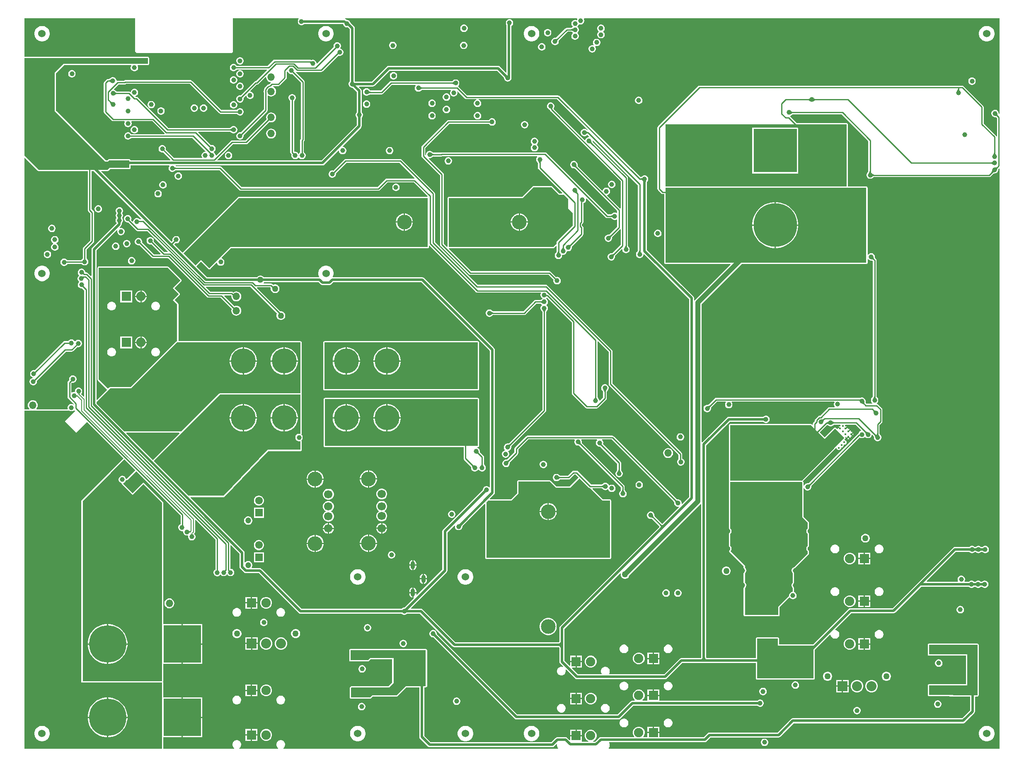
<source format=gbl>
G04*
G04 #@! TF.GenerationSoftware,Altium Limited,Altium Designer,22.11.1 (43)*
G04*
G04 Layer_Physical_Order=4*
G04 Layer_Color=16711680*
%FSLAX25Y25*%
%MOIN*%
G70*
G04*
G04 #@! TF.SameCoordinates,E00A9952-D2AD-4094-941F-04495088175D*
G04*
G04*
G04 #@! TF.FilePolarity,Positive*
G04*
G01*
G75*
%ADD12C,0.01000*%
%ADD14C,0.00787*%
%ADD19C,0.01968*%
%ADD197C,0.04724*%
%ADD198C,0.06102*%
%ADD199R,0.06102X0.06102*%
%ADD204C,0.03937*%
%ADD206C,0.06693*%
%ADD207C,0.11811*%
%ADD208C,0.01673*%
%ADD209O,0.05906X0.05906*%
%ADD210O,0.03543X0.06299*%
%ADD211R,0.07500X0.07500*%
%ADD212C,0.07500*%
%ADD213C,0.03937*%
%ADD214R,0.30000X0.30000*%
%ADD215C,0.30000*%
%ADD216C,0.35000*%
%ADD217R,0.35000X0.35000*%
%ADD218C,0.20000*%
%ADD219C,0.06000*%
%ADD220C,0.05000*%
%ADD221C,0.08000*%
%ADD222R,0.08000X0.08000*%
%ADD223C,0.01968*%
G36*
X785872Y512368D02*
X785871Y512363D01*
X785372Y512136D01*
X785286Y512212D01*
X785274Y512381D01*
X785271Y512593D01*
X785252Y512684D01*
Y512989D01*
X785050Y513744D01*
X784659Y514421D01*
X784106Y514974D01*
X783429Y515365D01*
X782674Y515567D01*
X781893D01*
X781138Y515365D01*
X780461Y514974D01*
X779908Y514421D01*
X779517Y513744D01*
X779315Y512989D01*
Y512208D01*
X779517Y511453D01*
X779908Y510776D01*
X780461Y510223D01*
X781138Y509832D01*
X781893Y509630D01*
X782198D01*
X782289Y509611D01*
X782501Y509608D01*
X782670Y509596D01*
X782821Y509577D01*
X782952Y509551D01*
X783064Y509521D01*
X783158Y509487D01*
X783235Y509452D01*
X783297Y509416D01*
X783320Y509399D01*
X783872Y508847D01*
Y494186D01*
X783372Y494137D01*
X783346Y494268D01*
X783014Y494764D01*
X773183Y504596D01*
Y517717D01*
X773067Y518302D01*
X772735Y518798D01*
X756987Y534546D01*
X756491Y534877D01*
X755905Y534994D01*
X544488D01*
X543903Y534877D01*
X543407Y534546D01*
X511144Y502283D01*
X510812Y501787D01*
X510696Y501202D01*
Y451948D01*
X510812Y451363D01*
X511144Y450867D01*
X513879Y448131D01*
X514375Y447799D01*
X514961Y447683D01*
X516303D01*
Y392520D01*
X516381Y392129D01*
X516602Y391799D01*
X516933Y391578D01*
X517323Y391500D01*
X569368D01*
X569560Y391038D01*
X541190Y362668D01*
X540714Y362048D01*
X540712Y362043D01*
X540212Y362143D01*
Y364173D01*
X540058Y364947D01*
X539619Y365604D01*
X502417Y402807D01*
Y457344D01*
X502424Y457413D01*
X502442Y457523D01*
X502462Y457610D01*
X502482Y457674D01*
X502497Y457713D01*
X502505Y457726D01*
X502534Y457760D01*
X502569Y457820D01*
X502769Y458020D01*
X503160Y458697D01*
X503362Y459452D01*
Y460233D01*
X503160Y460988D01*
X502769Y461665D01*
X502216Y462218D01*
X501540Y462609D01*
X500784Y462811D01*
X500003D01*
X499248Y462609D01*
X498571Y462218D01*
X498355Y462002D01*
X498277Y461952D01*
X498125Y461804D01*
X497997Y461692D01*
X497878Y461599D01*
X497767Y461524D01*
X497666Y461467D01*
X497576Y461424D01*
X497496Y461395D01*
X497426Y461376D01*
X497398Y461372D01*
X497090D01*
X431790Y526672D01*
X431294Y527003D01*
X430709Y527120D01*
X357720D01*
X350688Y534152D01*
X350538Y534252D01*
X350538Y534253D01*
X350497Y534881D01*
X350801Y535185D01*
X351191Y535862D01*
X351394Y536617D01*
Y537399D01*
X351191Y538154D01*
X350801Y538831D01*
X350248Y539383D01*
X349571Y539774D01*
X348816Y539976D01*
X348034D01*
X347279Y539774D01*
X346603Y539383D01*
X346387Y539167D01*
X346309Y539117D01*
X346157Y538969D01*
X346029Y538858D01*
X345909Y538765D01*
X345798Y538690D01*
X345697Y538632D01*
X345607Y538589D01*
X345528Y538560D01*
X345458Y538542D01*
X345430Y538537D01*
X296457D01*
X295871Y538421D01*
X295375Y538089D01*
X288343Y531057D01*
X279833D01*
X279813Y531061D01*
X279766Y531074D01*
X279716Y531096D01*
X279662Y531127D01*
X279599Y531172D01*
X279529Y531234D01*
X279451Y531316D01*
X279368Y531419D01*
X279262Y531572D01*
X279227Y531606D01*
X279147Y531744D01*
X278594Y532297D01*
X277918Y532688D01*
X277163Y532890D01*
X276381D01*
X275626Y532688D01*
X274949Y532297D01*
X274396Y531744D01*
X274005Y531067D01*
X273803Y530312D01*
Y529530D01*
X274005Y528776D01*
X274396Y528099D01*
X274949Y527546D01*
X275626Y527155D01*
X276381Y526953D01*
X277163D01*
X277918Y527155D01*
X278344Y527401D01*
X278430Y527436D01*
X278630Y527566D01*
X278796Y527667D01*
X279131Y527842D01*
X279258Y527897D01*
X279380Y527942D01*
X279487Y527974D01*
X279577Y527994D01*
X279608Y527998D01*
X288976D01*
X289562Y528115D01*
X290058Y528446D01*
X297090Y535478D01*
X316006D01*
X316213Y534978D01*
X316128Y534894D01*
X315738Y534217D01*
X315535Y533462D01*
Y532680D01*
X315738Y531925D01*
X316128Y531248D01*
X316681Y530695D01*
X317358Y530305D01*
X318113Y530102D01*
X318895D01*
X319650Y530305D01*
X320327Y530695D01*
X320543Y530911D01*
X320620Y530962D01*
X320773Y531110D01*
X320900Y531221D01*
X321020Y531314D01*
X321131Y531389D01*
X321232Y531447D01*
X321322Y531489D01*
X321402Y531519D01*
X321471Y531537D01*
X321499Y531541D01*
X344353D01*
X344560Y531041D01*
X344475Y530957D01*
X344084Y530280D01*
X343882Y529525D01*
Y528743D01*
X344084Y527988D01*
X344475Y527311D01*
X345028Y526758D01*
X345705Y526368D01*
X346460Y526165D01*
X347241D01*
X347996Y526368D01*
X348673Y526758D01*
X349226Y527311D01*
X349617Y527988D01*
X349819Y528743D01*
Y529525D01*
X349649Y530158D01*
X350081Y530433D01*
X356005Y524509D01*
X356501Y524178D01*
X357087Y524061D01*
X365072D01*
X365138Y523561D01*
X364890Y523495D01*
X364213Y523104D01*
X363660Y522551D01*
X363269Y521874D01*
X363067Y521119D01*
Y520337D01*
X363269Y519583D01*
X363660Y518906D01*
X364213Y518353D01*
X364890Y517962D01*
X365645Y517760D01*
X366426D01*
X367181Y517962D01*
X367858Y518353D01*
X368411Y518906D01*
X368802Y519583D01*
X369004Y520337D01*
Y521119D01*
X368802Y521874D01*
X368411Y522551D01*
X367858Y523104D01*
X367181Y523495D01*
X366933Y523561D01*
X366999Y524061D01*
X430075D01*
X454605Y499532D01*
X454441Y499010D01*
X454360Y499038D01*
X454344Y499067D01*
X453791Y499619D01*
X453114Y500010D01*
X452359Y500213D01*
X451578D01*
X450823Y500010D01*
X450146Y499619D01*
X449593Y499067D01*
X449202Y498390D01*
X449000Y497635D01*
Y496853D01*
X449202Y496098D01*
X449593Y495421D01*
X450146Y494869D01*
X450823Y494478D01*
X451578Y494276D01*
X452359D01*
X453114Y494478D01*
X453791Y494869D01*
X454344Y495421D01*
X454380Y495426D01*
X455715Y494091D01*
X455508Y493590D01*
X455291D01*
X454536Y493388D01*
X453859Y492997D01*
X453306Y492445D01*
X452915Y491768D01*
X452815Y491394D01*
X452257Y491244D01*
X427227Y516274D01*
X427237Y516341D01*
X427307Y516674D01*
X427343Y516801D01*
X427454Y517110D01*
X427520Y517259D01*
X427524Y517280D01*
X427569Y517358D01*
X427772Y518113D01*
Y518895D01*
X427569Y519650D01*
X427178Y520327D01*
X426626Y520879D01*
X425949Y521270D01*
X425194Y521472D01*
X424412D01*
X423657Y521270D01*
X422980Y520879D01*
X422428Y520327D01*
X422037Y519650D01*
X421835Y518895D01*
Y518113D01*
X422037Y517358D01*
X422428Y516681D01*
X422980Y516128D01*
X423657Y515738D01*
X423977Y515652D01*
X424028Y515622D01*
X424060Y515618D01*
X424088Y515603D01*
X424153Y515585D01*
X424252Y515088D01*
X424584Y514592D01*
X481148Y458028D01*
Y436502D01*
X480648Y436295D01*
X470354Y446589D01*
X470504Y447146D01*
X470831Y447234D01*
X471508Y447625D01*
X472060Y448177D01*
X472451Y448854D01*
X472653Y449609D01*
Y450391D01*
X472451Y451146D01*
X472060Y451823D01*
X471508Y452375D01*
X470831Y452766D01*
X470076Y452969D01*
X469294D01*
X468539Y452766D01*
X467862Y452375D01*
X467310Y451823D01*
X466919Y451146D01*
X466831Y450819D01*
X466273Y450669D01*
X446693Y470250D01*
X446677Y470271D01*
X446645Y470328D01*
X446615Y470397D01*
X446588Y470481D01*
X446564Y470582D01*
X446546Y470702D01*
X446535Y470841D01*
X446533Y470999D01*
X446543Y471203D01*
X446530Y471289D01*
Y471790D01*
X446328Y472545D01*
X445937Y473222D01*
X445384Y473774D01*
X444707Y474165D01*
X443952Y474368D01*
X443171D01*
X442416Y474165D01*
X441739Y473774D01*
X441186Y473222D01*
X440795Y472545D01*
X440593Y471790D01*
Y471008D01*
X440795Y470253D01*
X441186Y469576D01*
X441739Y469024D01*
X442416Y468633D01*
X443171Y468431D01*
X443327D01*
X443375Y468417D01*
X443595Y468400D01*
X443775Y468378D01*
X443936Y468349D01*
X444077Y468315D01*
X444199Y468278D01*
X444302Y468237D01*
X444387Y468196D01*
X444455Y468156D01*
X444479Y468138D01*
X478317Y434300D01*
Y432807D01*
X477817Y432518D01*
X477524Y432688D01*
X476769Y432890D01*
X475987D01*
X475232Y432688D01*
X474555Y432297D01*
X474339Y432081D01*
X474262Y432030D01*
X474109Y431882D01*
X473982Y431771D01*
X473862Y431678D01*
X473751Y431603D01*
X473650Y431545D01*
X473560Y431503D01*
X473480Y431474D01*
X473411Y431455D01*
X473383Y431451D01*
X470818D01*
X421431Y480837D01*
X420935Y481169D01*
X420350Y481285D01*
X337186D01*
X336601Y481169D01*
X336433Y481057D01*
X330554D01*
X330526Y481061D01*
X330457Y481080D01*
X330377Y481109D01*
X330287Y481152D01*
X330186Y481210D01*
X330075Y481284D01*
X329956Y481377D01*
X329828Y481489D01*
X329675Y481637D01*
X329598Y481687D01*
X329382Y481903D01*
X328705Y482294D01*
X327950Y482496D01*
X327168D01*
X326413Y482294D01*
X325736Y481903D01*
X325184Y481350D01*
X324793Y480673D01*
X324591Y479918D01*
Y479489D01*
X324091Y479200D01*
X323991Y479258D01*
Y484820D01*
X343370Y504199D01*
X375121D01*
X375290Y503906D01*
X375843Y503353D01*
X376519Y502962D01*
X377274Y502760D01*
X378056D01*
X378811Y502962D01*
X379488Y503353D01*
X380041Y503906D01*
X380432Y504583D01*
X380634Y505337D01*
Y506119D01*
X380432Y506874D01*
X380041Y507551D01*
X379488Y508104D01*
X378811Y508495D01*
X378056Y508697D01*
X377274D01*
X376519Y508495D01*
X375843Y508104D01*
X375290Y507551D01*
X375121Y507258D01*
X342736D01*
X342151Y507141D01*
X341655Y506810D01*
X321380Y486535D01*
X321048Y486039D01*
X320932Y485454D01*
Y478326D01*
X321048Y477741D01*
X321380Y477245D01*
X335872Y462752D01*
Y407087D01*
X335989Y406501D01*
X336320Y406005D01*
X359155Y383171D01*
X359651Y382839D01*
X360236Y382723D01*
X423169D01*
X427131Y378761D01*
X427043Y378434D01*
Y377652D01*
X427245Y376897D01*
X427636Y376220D01*
X428189Y375668D01*
X428866Y375277D01*
X429621Y375075D01*
X430403D01*
X431157Y375277D01*
X431834Y375668D01*
X432387Y376220D01*
X432778Y376897D01*
X432980Y377652D01*
Y378434D01*
X432778Y379189D01*
X432387Y379866D01*
X431834Y380419D01*
X431157Y380809D01*
X430403Y381012D01*
X429621D01*
X429294Y380924D01*
X424884Y385333D01*
X424388Y385665D01*
X423803Y385781D01*
X360870D01*
X343053Y403598D01*
X343260Y404099D01*
X426772D01*
X426948Y404134D01*
X427126Y404162D01*
X427143Y404172D01*
X427162Y404176D01*
X427311Y404276D01*
X427465Y404370D01*
X429114Y405899D01*
X429572Y405699D01*
Y401420D01*
X429568Y401392D01*
X429549Y401322D01*
X429520Y401242D01*
X429477Y401152D01*
X429419Y401051D01*
X429345Y400941D01*
X429252Y400821D01*
X429140Y400693D01*
X428992Y400541D01*
X428942Y400463D01*
X428726Y400247D01*
X428335Y399570D01*
X428133Y398815D01*
Y398034D01*
X428335Y397279D01*
X428726Y396602D01*
X429279Y396049D01*
X429956Y395658D01*
X430711Y395456D01*
X431492D01*
X432247Y395658D01*
X432924Y396049D01*
X433477Y396602D01*
X433868Y397279D01*
X434070Y398034D01*
Y398518D01*
X434530Y398912D01*
X434554Y398906D01*
X435336D01*
X436091Y399108D01*
X436768Y399499D01*
X437321Y400052D01*
X437711Y400729D01*
X437897Y401423D01*
X438005Y401595D01*
X438310Y401830D01*
X438586Y401756D01*
X439367D01*
X440122Y401958D01*
X440799Y402349D01*
X441352Y402902D01*
X441743Y403579D01*
X441945Y404334D01*
Y404639D01*
X441964Y404729D01*
X441967Y404942D01*
X441979Y405111D01*
X441998Y405261D01*
X442023Y405393D01*
X442054Y405505D01*
X442087Y405599D01*
X442123Y405676D01*
X442159Y405738D01*
X442176Y405761D01*
X450688Y414273D01*
X451019Y414769D01*
X451136Y415354D01*
Y420881D01*
X451019Y421466D01*
X450688Y421962D01*
X450054Y422596D01*
Y423387D01*
X450688Y424021D01*
X451019Y424517D01*
X451136Y425103D01*
Y440433D01*
X451540Y440541D01*
X452216Y440932D01*
X452769Y441484D01*
X453160Y442161D01*
X453362Y442916D01*
Y443698D01*
X453298Y443938D01*
X453746Y444197D01*
X469103Y428840D01*
X469599Y428508D01*
X470185Y428392D01*
X473383D01*
X473411Y428387D01*
X473480Y428369D01*
X473560Y428340D01*
X473650Y428297D01*
X473751Y428239D01*
X473862Y428164D01*
X473982Y428072D01*
X474109Y427960D01*
X474262Y427812D01*
X474339Y427762D01*
X474555Y427546D01*
X475232Y427155D01*
X475987Y426953D01*
X476769D01*
X477524Y427155D01*
X477817Y427324D01*
X478317Y427036D01*
Y421425D01*
X472296Y415404D01*
X472273Y415387D01*
X472211Y415351D01*
X472134Y415316D01*
X472040Y415282D01*
X471928Y415252D01*
X471797Y415226D01*
X471647Y415207D01*
X471477Y415196D01*
X471265Y415193D01*
X471174Y415173D01*
X470869D01*
X470114Y414971D01*
X469437Y414580D01*
X468884Y414027D01*
X468494Y413350D01*
X468291Y412596D01*
Y411814D01*
X468494Y411059D01*
X468884Y410382D01*
X469437Y409829D01*
X470114Y409439D01*
X470869Y409236D01*
X471651D01*
X472406Y409439D01*
X473082Y409829D01*
X473635Y410382D01*
X474026Y411059D01*
X474228Y411814D01*
Y412119D01*
X474248Y412210D01*
X474251Y412422D01*
X474262Y412591D01*
X474281Y412742D01*
X474307Y412873D01*
X474337Y412985D01*
X474371Y413079D01*
X474406Y413156D01*
X474443Y413218D01*
X474459Y413241D01*
X480648Y419430D01*
X481148Y419223D01*
Y406933D01*
X474659Y400444D01*
X474636Y400427D01*
X474573Y400391D01*
X474496Y400355D01*
X474403Y400321D01*
X474290Y400291D01*
X474159Y400266D01*
X474009Y400246D01*
X473839Y400235D01*
X473627Y400232D01*
X473536Y400213D01*
X473231D01*
X472476Y400010D01*
X471799Y399620D01*
X471247Y399067D01*
X470856Y398390D01*
X470653Y397635D01*
Y396853D01*
X470856Y396098D01*
X471247Y395421D01*
X471799Y394869D01*
X472476Y394478D01*
X473231Y394276D01*
X474013D01*
X474768Y394478D01*
X475445Y394869D01*
X475997Y395421D01*
X476388Y396098D01*
X476590Y396853D01*
Y397158D01*
X476610Y397249D01*
X476613Y397461D01*
X476624Y397631D01*
X476644Y397781D01*
X476669Y397912D01*
X476699Y398025D01*
X476733Y398118D01*
X476769Y398195D01*
X476805Y398258D01*
X476822Y398281D01*
X481965Y403424D01*
X482465Y403217D01*
Y402759D01*
X482667Y402004D01*
X483058Y401327D01*
X483610Y400774D01*
X484287Y400383D01*
X485042Y400181D01*
X485824D01*
X486579Y400383D01*
X487256Y400774D01*
X487809Y401327D01*
X488199Y402004D01*
X488402Y402759D01*
Y403540D01*
X488199Y404295D01*
X487809Y404972D01*
X487593Y405188D01*
X487542Y405266D01*
X487394Y405418D01*
X487283Y405546D01*
X487190Y405666D01*
X487115Y405777D01*
X487057Y405877D01*
X487015Y405968D01*
X486985Y406047D01*
X486967Y406117D01*
X486963Y406145D01*
Y460871D01*
X486846Y461456D01*
X486515Y461952D01*
X458881Y489585D01*
X458864Y489608D01*
X458828Y489671D01*
X458793Y489748D01*
X458759Y489842D01*
X458729Y489954D01*
X458703Y490085D01*
X458684Y490235D01*
X458673Y490405D01*
X458672Y490426D01*
X459160Y490645D01*
X494927Y454878D01*
Y402208D01*
X494923Y402180D01*
X494904Y402110D01*
X494875Y402031D01*
X494833Y401940D01*
X494775Y401840D01*
X494700Y401729D01*
X494607Y401609D01*
X494495Y401481D01*
X494347Y401329D01*
X494297Y401251D01*
X494081Y401035D01*
X493690Y400358D01*
X493488Y399603D01*
Y398822D01*
X493690Y398067D01*
X494081Y397390D01*
X494634Y396837D01*
X495311Y396446D01*
X496066Y396244D01*
X496847D01*
X497603Y396446D01*
X498279Y396837D01*
X498832Y397390D01*
X499223Y398067D01*
X499425Y398822D01*
Y399369D01*
X499925Y399576D01*
X536166Y363335D01*
Y203988D01*
X530524Y198346D01*
X530076Y198605D01*
X530134Y198822D01*
Y199603D01*
X529932Y200358D01*
X529541Y201035D01*
X528988Y201588D01*
X528311Y201979D01*
X527556Y202181D01*
X527251D01*
X527160Y202201D01*
X526948Y202203D01*
X526779Y202215D01*
X526628Y202234D01*
X526497Y202260D01*
X526385Y202290D01*
X526291Y202324D01*
X526214Y202359D01*
X526152Y202395D01*
X526129Y202412D01*
X475566Y252975D01*
X475070Y253307D01*
X474484Y253423D01*
X406173D01*
X405588Y253307D01*
X405091Y252975D01*
X396184Y244067D01*
X395852Y243571D01*
X395736Y242986D01*
Y240024D01*
X390013Y234302D01*
X389990Y234285D01*
X389928Y234249D01*
X389850Y234213D01*
X389757Y234180D01*
X389645Y234149D01*
X389513Y234124D01*
X389363Y234105D01*
X389194Y234093D01*
X388981Y234090D01*
X388891Y234071D01*
X388586D01*
X387831Y233869D01*
X387154Y233478D01*
X386601Y232925D01*
X386210Y232248D01*
X386008Y231493D01*
Y230712D01*
X386210Y229957D01*
X386601Y229280D01*
X387154Y228727D01*
X387831Y228336D01*
X388586Y228134D01*
X389367D01*
X390122Y228336D01*
X390799Y228727D01*
X391352Y229280D01*
X391743Y229957D01*
X391945Y230712D01*
Y231017D01*
X391964Y231107D01*
X391967Y231320D01*
X391979Y231489D01*
X391998Y231639D01*
X392023Y231771D01*
X392054Y231883D01*
X392087Y231977D01*
X392123Y232054D01*
X392159Y232116D01*
X392176Y232139D01*
X398346Y238310D01*
X398678Y238806D01*
X398794Y239391D01*
Y242352D01*
X406806Y250364D01*
X443965D01*
X444253Y249864D01*
X444084Y249571D01*
X443882Y248816D01*
Y248034D01*
X444084Y247279D01*
X444475Y246603D01*
X445028Y246050D01*
X445705Y245659D01*
X446460Y245457D01*
X446765D01*
X446855Y245437D01*
X447068Y245434D01*
X447237Y245423D01*
X447387Y245404D01*
X447519Y245378D01*
X447631Y245348D01*
X447724Y245314D01*
X447802Y245279D01*
X447864Y245242D01*
X447887Y245226D01*
X481318Y211795D01*
Y209641D01*
X481313Y209610D01*
X481294Y209531D01*
X481262Y209438D01*
X481218Y209332D01*
X481157Y209214D01*
X481088Y209095D01*
X480869Y208785D01*
X480736Y208620D01*
X480725Y208598D01*
X480657Y208530D01*
X480266Y207853D01*
X480063Y207098D01*
Y206317D01*
X480266Y205562D01*
X480657Y204885D01*
X481209Y204332D01*
X481886Y203941D01*
X482641Y203739D01*
X483423D01*
X484178Y203941D01*
X484855Y204332D01*
X485407Y204885D01*
X485798Y205562D01*
X486000Y206317D01*
Y207098D01*
X485798Y207853D01*
X485407Y208530D01*
X484967Y208970D01*
X484936Y209010D01*
X484876Y209062D01*
X484855Y209083D01*
X484844Y209089D01*
X484785Y209140D01*
X484675Y209247D01*
X484586Y209347D01*
X484515Y209438D01*
X484462Y209521D01*
X484424Y209595D01*
X484398Y209661D01*
X484381Y209720D01*
X484377Y209745D01*
Y212428D01*
X484260Y213014D01*
X483929Y213510D01*
X450050Y247389D01*
X450033Y247412D01*
X449997Y247474D01*
X449961Y247551D01*
X449928Y247645D01*
X449897Y247757D01*
X449872Y247888D01*
X449853Y248038D01*
X449841Y248208D01*
X449838Y248420D01*
X449819Y248511D01*
Y248816D01*
X449617Y249571D01*
X449447Y249864D01*
X449736Y250364D01*
X461959D01*
X462166Y249864D01*
X461761Y249460D01*
X461370Y248782D01*
X461168Y248028D01*
Y247246D01*
X461370Y246491D01*
X461761Y245814D01*
X462314Y245261D01*
X462991Y244870D01*
X463746Y244668D01*
X463781D01*
X463929Y244645D01*
X464315Y244560D01*
X464457Y244518D01*
X464590Y244470D01*
X464703Y244422D01*
X464796Y244374D01*
X464870Y244328D01*
X464895Y244309D01*
X478392Y230812D01*
Y225830D01*
X478387Y225802D01*
X478369Y225732D01*
X478340Y225653D01*
X478297Y225562D01*
X478239Y225462D01*
X478164Y225351D01*
X478072Y225231D01*
X477960Y225103D01*
X477812Y224951D01*
X477762Y224873D01*
X477546Y224657D01*
X477155Y223980D01*
X476953Y223225D01*
Y222444D01*
X477155Y221689D01*
X477546Y221012D01*
X478099Y220459D01*
X478776Y220068D01*
X479530Y219866D01*
X480312D01*
X481067Y220068D01*
X481744Y220459D01*
X482297Y221012D01*
X482688Y221689D01*
X482890Y222444D01*
Y223225D01*
X482688Y223980D01*
X482297Y224657D01*
X482081Y224873D01*
X482030Y224951D01*
X481882Y225103D01*
X481771Y225231D01*
X481678Y225351D01*
X481603Y225462D01*
X481545Y225563D01*
X481503Y225653D01*
X481474Y225732D01*
X481455Y225802D01*
X481451Y225830D01*
Y231446D01*
X481334Y232031D01*
X481003Y232527D01*
X467173Y246357D01*
X467160Y246375D01*
X467133Y246424D01*
X467109Y246482D01*
X467088Y246552D01*
X467072Y246639D01*
X467062Y246744D01*
X467060Y246867D01*
X467068Y247010D01*
X467092Y247197D01*
X467105Y247246D01*
Y248028D01*
X466903Y248782D01*
X466512Y249460D01*
X466107Y249864D01*
X466314Y250364D01*
X473851D01*
X523966Y200249D01*
X523983Y200226D01*
X524019Y200164D01*
X524054Y200087D01*
X524088Y199993D01*
X524118Y199881D01*
X524144Y199750D01*
X524163Y199599D01*
X524174Y199430D01*
X524178Y199218D01*
X524197Y199127D01*
Y198822D01*
X524399Y198067D01*
X524790Y197390D01*
X525343Y196837D01*
X526019Y196446D01*
X526775Y196244D01*
X527556D01*
X527774Y196302D01*
X528032Y195854D01*
X514970Y182792D01*
X514858Y182698D01*
X514687Y182577D01*
X514562Y182505D01*
X514374Y182670D01*
X508594Y188451D01*
X508576Y188476D01*
X508535Y188543D01*
X508494Y188628D01*
X508454Y188731D01*
X508417Y188853D01*
X508386Y188980D01*
X508331Y189347D01*
X508315Y189554D01*
X508302Y189603D01*
Y189761D01*
X508099Y190516D01*
X507709Y191193D01*
X507156Y191745D01*
X506479Y192136D01*
X505724Y192339D01*
X504942D01*
X504187Y192136D01*
X503510Y191745D01*
X502958Y191193D01*
X502567Y190516D01*
X502365Y189761D01*
Y188979D01*
X502567Y188224D01*
X502958Y187547D01*
X503510Y186995D01*
X504187Y186604D01*
X504942Y186402D01*
X505440D01*
X505527Y186389D01*
X505731Y186398D01*
X505889Y186396D01*
X506028Y186386D01*
X506148Y186367D01*
X506250Y186344D01*
X506334Y186316D01*
X506403Y186285D01*
X506460Y186253D01*
X506481Y186238D01*
X512304Y180415D01*
X512382Y180332D01*
X512379Y180325D01*
X512305Y180194D01*
X512184Y180024D01*
X512090Y179912D01*
X432428Y100250D01*
X431989Y99593D01*
X431835Y98819D01*
Y87906D01*
X431804Y87731D01*
X431757Y87591D01*
X431708Y87499D01*
X431657Y87437D01*
X431596Y87387D01*
X431503Y87337D01*
X431363Y87290D01*
X431188Y87259D01*
X348279D01*
X321903Y113635D01*
X321247Y114074D01*
X320472Y114228D01*
X312624D01*
X312433Y114690D01*
X341194Y143451D01*
X341633Y144108D01*
X341787Y144882D01*
Y175540D01*
X347429Y181182D01*
X347877Y180923D01*
X347819Y180706D01*
Y179924D01*
X348021Y179169D01*
X348412Y178492D01*
X348965Y177940D01*
X349642Y177549D01*
X350397Y177347D01*
X351178D01*
X351933Y177549D01*
X352610Y177940D01*
X353163Y178492D01*
X353554Y179169D01*
X353756Y179924D01*
Y180422D01*
X371747Y198413D01*
X372209Y198222D01*
Y155118D01*
X372286Y154728D01*
X372507Y154397D01*
X372838Y154176D01*
X373228Y154098D01*
X472441D01*
X472831Y154176D01*
X473162Y154397D01*
X473383Y154728D01*
X473460Y155118D01*
Y201181D01*
X473383Y201571D01*
X473162Y201902D01*
X472831Y202123D01*
X472441Y202201D01*
X466958D01*
X458544Y210614D01*
X458735Y211076D01*
X465902D01*
X465930Y211072D01*
X466000Y211053D01*
X466080Y211024D01*
X466170Y210981D01*
X466271Y210924D01*
X466381Y210849D01*
X466501Y210756D01*
X466629Y210645D01*
X466781Y210496D01*
X466859Y210446D01*
X467075Y210230D01*
X467752Y209840D01*
X468507Y209637D01*
X469288D01*
X470043Y209840D01*
X470648Y210189D01*
X471193Y210088D01*
X471249Y209878D01*
X471640Y209201D01*
X472193Y208648D01*
X472870Y208257D01*
X473625Y208055D01*
X474407D01*
X475162Y208257D01*
X475839Y208648D01*
X476391Y209201D01*
X476782Y209878D01*
X476984Y210633D01*
Y211414D01*
X476782Y212169D01*
X476391Y212846D01*
X475839Y213399D01*
X475162Y213790D01*
X474407Y213992D01*
X473625D01*
X472870Y213790D01*
X472265Y213440D01*
X471720Y213542D01*
X471664Y213752D01*
X471273Y214428D01*
X470720Y214981D01*
X470043Y215372D01*
X469288Y215574D01*
X468507D01*
X467752Y215372D01*
X467075Y214981D01*
X466859Y214765D01*
X466781Y214715D01*
X466629Y214567D01*
X466501Y214455D01*
X466381Y214363D01*
X466271Y214288D01*
X466170Y214230D01*
X466080Y214187D01*
X466000Y214158D01*
X465930Y214140D01*
X465902Y214135D01*
X457319D01*
X446751Y224704D01*
X446255Y225035D01*
X445669Y225151D01*
X443307D01*
X442722Y225035D01*
X442226Y224704D01*
X438737Y221214D01*
X432523D01*
X432495Y221219D01*
X432425Y221237D01*
X432346Y221267D01*
X432255Y221309D01*
X432155Y221367D01*
X432044Y221442D01*
X431924Y221535D01*
X431796Y221646D01*
X431644Y221794D01*
X431566Y221845D01*
X431350Y222060D01*
X430673Y222451D01*
X429918Y222654D01*
X429137D01*
X428382Y222451D01*
X427705Y222060D01*
X427152Y221508D01*
X426761Y220831D01*
X426559Y220076D01*
Y219294D01*
X426761Y218539D01*
X427152Y217862D01*
X427705Y217310D01*
X428382Y216919D01*
X429137Y216717D01*
X429918D01*
X430673Y216919D01*
X431350Y217310D01*
X431566Y217526D01*
X431644Y217576D01*
X431796Y217724D01*
X431924Y217835D01*
X432044Y217928D01*
X432155Y218003D01*
X432255Y218061D01*
X432346Y218103D01*
X432425Y218133D01*
X432495Y218151D01*
X432523Y218156D01*
X439370D01*
X439955Y218272D01*
X440451Y218604D01*
X443941Y222093D01*
X445036D01*
X447410Y219718D01*
X440129Y212437D01*
X429556D01*
X424737Y217256D01*
X424406Y217477D01*
X424016Y217555D01*
X398819D01*
X398429Y217477D01*
X398098Y217256D01*
X397877Y216926D01*
X397799Y216535D01*
Y207115D01*
X392885Y202201D01*
X376187D01*
X375996Y202663D01*
X379383Y206050D01*
X379822Y206706D01*
X379976Y207480D01*
Y322441D01*
X379822Y323215D01*
X379383Y323871D01*
X323084Y380171D01*
X322428Y380609D01*
X321654Y380763D01*
X250082D01*
X249748Y381263D01*
X250072Y382045D01*
X250311Y383246D01*
Y384471D01*
X250072Y385672D01*
X249604Y386803D01*
X248923Y387821D01*
X248057Y388687D01*
X247039Y389367D01*
X245908Y389836D01*
X244707Y390075D01*
X243482D01*
X242281Y389836D01*
X241150Y389367D01*
X240132Y388687D01*
X239266Y387821D01*
X238585Y386803D01*
X238117Y385672D01*
X237878Y384471D01*
Y383246D01*
X238117Y382045D01*
X238441Y381263D01*
X238106Y380763D01*
X194212D01*
X194139Y380889D01*
X193488Y381541D01*
X192690Y382002D01*
X191799Y382240D01*
X190878D01*
X189988Y382002D01*
X189190Y381541D01*
X188538Y380889D01*
X188465Y380763D01*
X148476D01*
X140044Y389195D01*
X140103Y389843D01*
X143701Y393440D01*
X149673Y387468D01*
X150004Y387247D01*
X150394Y387169D01*
X150784Y387247D01*
X151115Y387468D01*
X156011Y392365D01*
X156569Y392215D01*
X156658Y391882D01*
X157049Y391205D01*
X157602Y390653D01*
X158279Y390262D01*
X159034Y390059D01*
X159815D01*
X160570Y390262D01*
X161247Y390653D01*
X161800Y391205D01*
X162190Y391882D01*
X162393Y392637D01*
Y393419D01*
X162190Y394174D01*
X161800Y394851D01*
X161247Y395404D01*
X160570Y395794D01*
X160237Y395883D01*
X160088Y396441D01*
X167745Y404099D01*
X325984D01*
X326374Y404176D01*
X326705Y404397D01*
X326926Y404728D01*
X327004Y405118D01*
Y406007D01*
X327466Y406198D01*
X364741Y368922D01*
X365238Y368591D01*
X365823Y368475D01*
X416799D01*
X417088Y367974D01*
X416919Y367681D01*
X416716Y366926D01*
Y366145D01*
X416919Y365390D01*
X417310Y364713D01*
X417862Y364160D01*
X418088Y364030D01*
Y363529D01*
X417862Y363399D01*
X417647Y363183D01*
X417569Y363133D01*
X417416Y362985D01*
X417289Y362873D01*
X417169Y362780D01*
X417058Y362706D01*
X416957Y362648D01*
X416867Y362605D01*
X416787Y362576D01*
X416718Y362558D01*
X416690Y362553D01*
X412598D01*
X412013Y362437D01*
X411517Y362105D01*
X402910Y353498D01*
X378586D01*
X378558Y353502D01*
X378488Y353521D01*
X378409Y353550D01*
X378318Y353593D01*
X378218Y353651D01*
X378107Y353725D01*
X377987Y353818D01*
X377859Y353930D01*
X377707Y354078D01*
X377629Y354128D01*
X377413Y354344D01*
X376736Y354735D01*
X375981Y354937D01*
X375200D01*
X374445Y354735D01*
X373768Y354344D01*
X373215Y353791D01*
X372824Y353114D01*
X372622Y352359D01*
Y351578D01*
X372824Y350823D01*
X373215Y350146D01*
X373768Y349593D01*
X374445Y349202D01*
X375200Y349000D01*
X375981D01*
X376736Y349202D01*
X377413Y349593D01*
X377629Y349809D01*
X377707Y349859D01*
X377859Y350007D01*
X377987Y350119D01*
X378107Y350212D01*
X378218Y350287D01*
X378318Y350344D01*
X378409Y350387D01*
X378488Y350416D01*
X378558Y350435D01*
X378586Y350439D01*
X403543D01*
X404129Y350555D01*
X404625Y350887D01*
X413232Y359494D01*
X416690D01*
X416718Y359490D01*
X416787Y359471D01*
X416867Y359442D01*
X416957Y359399D01*
X417058Y359342D01*
X417169Y359267D01*
X417288Y359174D01*
X417416Y359062D01*
X417569Y358914D01*
X417647Y358864D01*
X417729Y358781D01*
X417813Y358465D01*
X417729Y358148D01*
X417310Y357728D01*
X416919Y357051D01*
X416716Y356296D01*
Y355515D01*
X416919Y354760D01*
X417310Y354083D01*
X417525Y353867D01*
X417576Y353789D01*
X417724Y353637D01*
X417836Y353509D01*
X417928Y353389D01*
X418003Y353278D01*
X418061Y353178D01*
X418103Y353087D01*
X418133Y353008D01*
X418151Y352938D01*
X418156Y352910D01*
Y274255D01*
X391194Y247294D01*
X391171Y247277D01*
X391109Y247241D01*
X391032Y247205D01*
X390938Y247172D01*
X390826Y247142D01*
X390694Y247116D01*
X390544Y247097D01*
X390375Y247085D01*
X390162Y247082D01*
X390072Y247063D01*
X389767D01*
X389012Y246861D01*
X388335Y246470D01*
X387782Y245917D01*
X387391Y245240D01*
X387189Y244485D01*
Y243704D01*
X387391Y242949D01*
X387782Y242272D01*
X388029Y242025D01*
X387879Y241467D01*
X387437Y241349D01*
X386760Y240958D01*
X386207Y240405D01*
X385817Y239728D01*
X385614Y238973D01*
Y238192D01*
X385817Y237437D01*
X386207Y236760D01*
X386760Y236207D01*
X387437Y235817D01*
X388192Y235614D01*
X388973D01*
X389728Y235817D01*
X390405Y236207D01*
X390958Y236760D01*
X391349Y237437D01*
X391551Y238192D01*
Y238973D01*
X391349Y239728D01*
X390958Y240405D01*
X390711Y240652D01*
X390861Y241210D01*
X391303Y241328D01*
X391980Y241719D01*
X392533Y242272D01*
X392924Y242949D01*
X393126Y243704D01*
Y244009D01*
X393145Y244099D01*
X393148Y244312D01*
X393160Y244481D01*
X393179Y244632D01*
X393204Y244763D01*
X393235Y244875D01*
X393268Y244969D01*
X393304Y245046D01*
X393340Y245108D01*
X393357Y245131D01*
X420766Y272541D01*
X421098Y273037D01*
X421214Y273622D01*
Y352910D01*
X421219Y352938D01*
X421237Y353008D01*
X421267Y353087D01*
X421309Y353178D01*
X421367Y353278D01*
X421442Y353389D01*
X421535Y353509D01*
X421646Y353637D01*
X421794Y353789D01*
X421845Y353867D01*
X422060Y354083D01*
X422451Y354760D01*
X422653Y355515D01*
Y356296D01*
X422451Y357051D01*
X422060Y357728D01*
X421641Y358148D01*
X421557Y358465D01*
X421641Y358781D01*
X422060Y359201D01*
X422451Y359878D01*
X422653Y360633D01*
Y361414D01*
X422451Y362169D01*
X422060Y362846D01*
X421508Y363399D01*
X421282Y363529D01*
Y364030D01*
X421508Y364160D01*
X421884Y364536D01*
X441778Y344642D01*
Y287402D01*
X441894Y286816D01*
X442226Y286320D01*
X452856Y275690D01*
X453352Y275359D01*
X453937Y275242D01*
X461811D01*
X462396Y275359D01*
X462892Y275690D01*
X469585Y282383D01*
X469917Y282879D01*
X470033Y283465D01*
Y288737D01*
X470038Y288765D01*
X470056Y288835D01*
X470086Y288914D01*
X470128Y289004D01*
X470186Y289105D01*
X470261Y289216D01*
X470354Y289336D01*
X470465Y289464D01*
X470613Y289616D01*
X470663Y289694D01*
X470879Y289910D01*
X471270Y290586D01*
X471472Y291341D01*
Y292123D01*
X471270Y292878D01*
X470879Y293555D01*
X470327Y294108D01*
X469650Y294498D01*
X468895Y294701D01*
X468113D01*
X467358Y294498D01*
X466681Y294108D01*
X466128Y293555D01*
X465738Y292878D01*
X465535Y292123D01*
Y291341D01*
X465738Y290586D01*
X466128Y289910D01*
X466344Y289694D01*
X466395Y289616D01*
X466543Y289464D01*
X466654Y289336D01*
X466747Y289216D01*
X466822Y289105D01*
X466880Y289004D01*
X466922Y288914D01*
X466952Y288835D01*
X466970Y288765D01*
X466974Y288737D01*
Y284098D01*
X464454Y281578D01*
X463992Y281769D01*
Y281887D01*
X463790Y282642D01*
X463399Y283319D01*
X463183Y283535D01*
X463133Y283612D01*
X462985Y283765D01*
X462873Y283892D01*
X462780Y284012D01*
X462706Y284123D01*
X462648Y284224D01*
X462605Y284314D01*
X462576Y284394D01*
X462558Y284463D01*
X462553Y284491D01*
Y329119D01*
X463015Y329310D01*
X471418Y320907D01*
Y294769D01*
X471534Y294184D01*
X471866Y293688D01*
X527679Y237874D01*
Y234633D01*
X527152Y234106D01*
X526761Y233429D01*
X526559Y232674D01*
Y231893D01*
X526761Y231138D01*
X527152Y230461D01*
X527705Y229908D01*
X528382Y229517D01*
X529137Y229315D01*
X529918D01*
X530673Y229517D01*
X531350Y229908D01*
X531903Y230461D01*
X532294Y231138D01*
X532496Y231893D01*
Y232674D01*
X532294Y233429D01*
X531903Y234106D01*
X531350Y234659D01*
X530738Y235012D01*
Y238508D01*
X530622Y239093D01*
X530290Y239589D01*
X474477Y295403D01*
Y321541D01*
X474360Y322126D01*
X474029Y322622D01*
X422341Y374310D01*
X421845Y374641D01*
X421260Y374758D01*
X366382D01*
X331844Y409295D01*
Y448032D01*
X331728Y448617D01*
X331396Y449113D01*
X305018Y475491D01*
X304522Y475822D01*
X303937Y475939D01*
X259842D01*
X259257Y475822D01*
X258761Y475491D01*
X249931Y466660D01*
X249603Y466748D01*
X248822D01*
X248067Y466546D01*
X247390Y466155D01*
X246837Y465602D01*
X246446Y464925D01*
X246244Y464170D01*
Y463389D01*
X246446Y462634D01*
X246837Y461957D01*
X247390Y461404D01*
X248067Y461013D01*
X248822Y460811D01*
X249603D01*
X250358Y461013D01*
X251035Y461404D01*
X251588Y461957D01*
X251979Y462634D01*
X252181Y463389D01*
Y464170D01*
X252093Y464498D01*
X260476Y472880D01*
X303304D01*
X315515Y460669D01*
X315409Y460353D01*
X315286Y460191D01*
X292913D01*
X292328Y460074D01*
X291832Y459743D01*
X285587Y453498D01*
X176224D01*
X160137Y469585D01*
X159640Y469917D01*
X159055Y470033D01*
X123468D01*
X123440Y470038D01*
X123370Y470056D01*
X123291Y470086D01*
X123224Y470117D01*
X123103Y470312D01*
X123374Y470811D01*
X241338D01*
X242113Y470965D01*
X242769Y471404D01*
X254001Y482636D01*
X254502Y482429D01*
Y482322D01*
X254704Y481567D01*
X255095Y480890D01*
X255647Y480337D01*
X256324Y479946D01*
X257079Y479744D01*
X257861D01*
X258616Y479946D01*
X259293Y480337D01*
X259845Y480890D01*
X260236Y481567D01*
X260438Y482322D01*
Y483103D01*
X260236Y483858D01*
X259845Y484535D01*
X259293Y485088D01*
X258616Y485479D01*
X257861Y485681D01*
X257753D01*
X257546Y486181D01*
X272297Y500932D01*
X272735Y501588D01*
X272889Y502362D01*
Y509242D01*
X273241Y509595D01*
X273632Y510272D01*
X273835Y511026D01*
Y511808D01*
X273632Y512563D01*
X273241Y513240D01*
X272889Y513592D01*
Y530709D01*
X272735Y531483D01*
X272297Y532139D01*
X270701Y533735D01*
X270892Y534197D01*
X281890D01*
X282664Y534351D01*
X283320Y534790D01*
X295326Y546796D01*
X381839D01*
X387295Y541339D01*
Y540841D01*
X387498Y540086D01*
X387889Y539409D01*
X388441Y538857D01*
X389118Y538466D01*
X389873Y538264D01*
X390655D01*
X391410Y538466D01*
X392087Y538857D01*
X392300Y539070D01*
X392375Y539121D01*
X392769Y539514D01*
X393208Y540171D01*
X393362Y540945D01*
Y582946D01*
X393555Y583058D01*
X394108Y583610D01*
X394498Y584287D01*
X394701Y585042D01*
Y585824D01*
X394498Y586579D01*
X394108Y587256D01*
X393555Y587809D01*
X392878Y588199D01*
X392123Y588402D01*
X391341D01*
X390586Y588199D01*
X389910Y587809D01*
X389357Y587256D01*
X388966Y586579D01*
X388764Y585824D01*
Y585042D01*
X388966Y584287D01*
X389316Y583682D01*
Y545695D01*
X388854Y545504D01*
X384108Y550249D01*
X383451Y550688D01*
X382677Y550842D01*
X294488D01*
X293714Y550688D01*
X293058Y550249D01*
X281052Y538244D01*
X267529D01*
X267377Y538395D01*
Y581102D01*
X267224Y581877D01*
X266785Y582533D01*
X263914Y585404D01*
X263790Y585866D01*
X263399Y586543D01*
X262846Y587096D01*
X262169Y587487D01*
X261414Y587689D01*
X260834D01*
X260478Y588045D01*
X259822Y588483D01*
X259628Y588522D01*
X259678Y589022D01*
X446010D01*
X446299Y588522D01*
X446130Y588229D01*
X446057Y587958D01*
X445634Y587625D01*
X445504Y587659D01*
X444879Y587827D01*
X444097D01*
X443342Y587625D01*
X442665Y587234D01*
X442113Y586681D01*
X441722Y586004D01*
X441520Y585249D01*
Y584468D01*
X441722Y583712D01*
X442113Y583036D01*
X442417Y582731D01*
X442444Y582685D01*
X442449Y582120D01*
X442411Y582056D01*
X442372Y582030D01*
X442219Y581882D01*
X442092Y581771D01*
X441972Y581678D01*
X441861Y581603D01*
X441760Y581545D01*
X441670Y581503D01*
X441591Y581474D01*
X441521Y581455D01*
X441493Y581451D01*
X437795D01*
X437210Y581334D01*
X436714Y581003D01*
X429383Y573672D01*
X429360Y573655D01*
X429298Y573619D01*
X429221Y573583D01*
X429127Y573550D01*
X429015Y573519D01*
X428884Y573494D01*
X428733Y573475D01*
X428564Y573463D01*
X428351Y573460D01*
X428261Y573441D01*
X427956D01*
X427201Y573239D01*
X426524Y572848D01*
X425971Y572295D01*
X425580Y571618D01*
X425378Y570863D01*
Y570082D01*
X425580Y569327D01*
X425971Y568650D01*
X426524Y568097D01*
X427201Y567706D01*
X427956Y567504D01*
X428737D01*
X429492Y567706D01*
X430169Y568097D01*
X430722Y568650D01*
X431113Y569327D01*
X431315Y570082D01*
Y570387D01*
X431334Y570477D01*
X431337Y570690D01*
X431349Y570859D01*
X431368Y571009D01*
X431393Y571141D01*
X431424Y571253D01*
X431458Y571347D01*
X431493Y571424D01*
X431529Y571486D01*
X431546Y571509D01*
X438429Y578392D01*
X441493D01*
X441521Y578387D01*
X441591Y578369D01*
X441670Y578340D01*
X441760Y578297D01*
X441861Y578239D01*
X441972Y578164D01*
X442092Y578072D01*
X442219Y577960D01*
X442372Y577812D01*
X442450Y577762D01*
X442532Y577679D01*
X442617Y577362D01*
X442532Y577045D01*
X442113Y576626D01*
X441722Y575949D01*
X441520Y575194D01*
Y574412D01*
X441722Y573657D01*
X442113Y572980D01*
X442665Y572428D01*
X443342Y572037D01*
X444097Y571835D01*
X444879D01*
X445634Y572037D01*
X446311Y572428D01*
X446864Y572980D01*
X447254Y573657D01*
X447457Y574412D01*
Y575194D01*
X447254Y575949D01*
X446864Y576626D01*
X446444Y577045D01*
X446360Y577362D01*
X446444Y577679D01*
X446864Y578099D01*
X447254Y578776D01*
X447457Y579530D01*
Y580312D01*
X447254Y581067D01*
X446864Y581744D01*
X446559Y582049D01*
X446364Y582390D01*
X446559Y582731D01*
X446864Y583036D01*
X447254Y583712D01*
X447327Y583983D01*
X447750Y584316D01*
X447880Y584282D01*
X448505Y584114D01*
X449287D01*
X450041Y584316D01*
X450718Y584707D01*
X451271Y585260D01*
X451662Y585937D01*
X451864Y586692D01*
Y587473D01*
X451662Y588229D01*
X451493Y588522D01*
X451781Y589022D01*
X785872D01*
Y512368D01*
D02*
G37*
G36*
X443082Y578543D02*
X442911Y578710D01*
X442740Y578859D01*
X442570Y578991D01*
X442401Y579105D01*
X442232Y579202D01*
X442065Y579281D01*
X441898Y579342D01*
X441732Y579386D01*
X441567Y579413D01*
X441403Y579421D01*
Y580421D01*
X441567Y580430D01*
X441732Y580456D01*
X441898Y580500D01*
X442065Y580562D01*
X442232Y580641D01*
X442401Y580737D01*
X442570Y580852D01*
X442740Y580983D01*
X442911Y581132D01*
X443082Y581299D01*
Y578543D01*
D02*
G37*
G36*
X430882Y572300D02*
X430772Y572178D01*
X430674Y572043D01*
X430587Y571895D01*
X430513Y571733D01*
X430450Y571559D01*
X430400Y571372D01*
X430361Y571171D01*
X430334Y570958D01*
X430318Y570731D01*
X430315Y570492D01*
X428366Y572441D01*
X428606Y572444D01*
X428832Y572460D01*
X429045Y572487D01*
X429246Y572526D01*
X429433Y572576D01*
X429607Y572639D01*
X429769Y572713D01*
X429917Y572799D01*
X430052Y572898D01*
X430174Y573007D01*
X430882Y572300D01*
D02*
G37*
G36*
X222119Y588522D02*
X222034Y588437D01*
X221643Y587760D01*
X221441Y587005D01*
Y586223D01*
X221643Y585468D01*
X222034Y584792D01*
X222587Y584239D01*
X223264Y583848D01*
X224019Y583646D01*
X224800D01*
X225555Y583848D01*
X226232Y584239D01*
X226584Y584591D01*
X258055D01*
Y584330D01*
X258257Y583575D01*
X258648Y582898D01*
X259201Y582345D01*
X259878Y581954D01*
X260633Y581752D01*
X261414D01*
X261753Y581843D01*
X263331Y580264D01*
Y538395D01*
X262979Y538043D01*
X262588Y537366D01*
X262386Y536611D01*
Y535830D01*
X262588Y535075D01*
X262979Y534398D01*
X263532Y533845D01*
X264209Y533454D01*
X264964Y533252D01*
X265462D01*
X268843Y529871D01*
Y513592D01*
X268491Y513240D01*
X268100Y512563D01*
X267898Y511808D01*
Y511026D01*
X268100Y510272D01*
X268491Y509595D01*
X268843Y509242D01*
Y503200D01*
X240500Y474858D01*
X156808D01*
X156616Y475319D01*
X169137Y487841D01*
X179921D01*
X180507Y487957D01*
X181003Y488289D01*
X198491Y505777D01*
X198505Y505789D01*
X198968Y505598D01*
X200000Y505462D01*
X201032Y505598D01*
X201993Y505996D01*
X202819Y506630D01*
X203453Y507455D01*
X203851Y508417D01*
X203987Y509449D01*
X203851Y510481D01*
X203453Y511442D01*
X202819Y512268D01*
X201993Y512901D01*
X201032Y513300D01*
X200000Y513436D01*
X198968Y513300D01*
X198007Y512901D01*
X197181Y512268D01*
X196547Y511442D01*
X196149Y510481D01*
X196013Y509449D01*
X196149Y508417D01*
X196341Y507954D01*
X196328Y507940D01*
X179288Y490900D01*
X168504D01*
X167919Y490783D01*
X167422Y490451D01*
X155793Y478822D01*
X155331Y479013D01*
Y479131D01*
X155128Y479886D01*
X154738Y480563D01*
X154185Y481116D01*
X153959Y481246D01*
Y481746D01*
X154185Y481877D01*
X154738Y482429D01*
X155128Y483106D01*
X155331Y483861D01*
Y484643D01*
X155128Y485398D01*
X154738Y486075D01*
X154185Y486627D01*
X153508Y487018D01*
X152753Y487220D01*
X151971D01*
X151644Y487133D01*
X141320Y497458D01*
X141511Y497919D01*
X166796D01*
X166824Y497915D01*
X166894Y497896D01*
X166973Y497867D01*
X167064Y497825D01*
X167164Y497767D01*
X167275Y497692D01*
X167395Y497599D01*
X167523Y497488D01*
X167675Y497340D01*
X167753Y497289D01*
X167969Y497073D01*
X168646Y496683D01*
X169401Y496480D01*
X170182D01*
X170937Y496683D01*
X171614Y497073D01*
X172167Y497626D01*
X172557Y498303D01*
X172760Y499058D01*
Y499840D01*
X172557Y500595D01*
X172167Y501271D01*
X171614Y501824D01*
X170937Y502215D01*
X170182Y502417D01*
X169401D01*
X168646Y502215D01*
X167969Y501824D01*
X167753Y501608D01*
X167675Y501558D01*
X167523Y501410D01*
X167395Y501298D01*
X167275Y501206D01*
X167164Y501131D01*
X167063Y501073D01*
X166973Y501030D01*
X166894Y501001D01*
X166824Y500983D01*
X166796Y500978D01*
X117326D01*
X92814Y525491D01*
X92318Y525822D01*
X91732Y525939D01*
X90904D01*
X90820Y526064D01*
X91035Y526639D01*
X91197Y526683D01*
X91874Y527073D01*
X92427Y527626D01*
X92817Y528303D01*
X93020Y529058D01*
Y529840D01*
X92817Y530595D01*
X92427Y531272D01*
X91874Y531824D01*
X91197Y532215D01*
X90442Y532417D01*
X89660D01*
X88905Y532215D01*
X88228Y531824D01*
X87676Y531272D01*
X87285Y530595D01*
X87125Y529999D01*
X86623Y529795D01*
X86596Y529822D01*
X86100Y530153D01*
X85514Y530269D01*
X75830D01*
X75802Y530274D01*
X75732Y530293D01*
X75653Y530322D01*
X75562Y530364D01*
X75462Y530422D01*
X75351Y530497D01*
X75231Y530590D01*
X75103Y530701D01*
X74951Y530849D01*
X74873Y530900D01*
X74657Y531116D01*
X73980Y531506D01*
X73653Y531594D01*
X73504Y532152D01*
X77224Y535872D01*
X82084D01*
X82669Y535989D01*
X83165Y536320D01*
X83233Y536388D01*
X134678D01*
X158293Y512773D01*
X158789Y512441D01*
X159374Y512325D01*
X172397D01*
X172566Y512032D01*
X173119Y511479D01*
X173796Y511088D01*
X174551Y510886D01*
X175333D01*
X176088Y511088D01*
X176765Y511479D01*
X177317Y512032D01*
X177708Y512709D01*
X177910Y513463D01*
Y514245D01*
X177708Y515000D01*
X177317Y515677D01*
X176765Y516230D01*
X176088Y516620D01*
X175333Y516823D01*
X174551D01*
X173796Y516620D01*
X173119Y516230D01*
X172566Y515677D01*
X172397Y515384D01*
X160008D01*
X136392Y538999D01*
X135896Y539330D01*
X135311Y539447D01*
X82600D01*
X82015Y539330D01*
X81518Y538999D01*
X81450Y538931D01*
X76591D01*
X76135Y538840D01*
X75635Y539122D01*
Y539199D01*
X75433Y539954D01*
X75042Y540631D01*
X74489Y541184D01*
X73812Y541574D01*
X73057Y541777D01*
X72276D01*
X71521Y541574D01*
X70844Y541184D01*
X70628Y540968D01*
X70550Y540917D01*
X70398Y540769D01*
X70270Y540658D01*
X70150Y540565D01*
X70039Y540490D01*
X69939Y540432D01*
X69848Y540390D01*
X69769Y540360D01*
X69699Y540342D01*
X69671Y540338D01*
X68729D01*
X68144Y540221D01*
X67648Y539889D01*
X65848Y538089D01*
X65516Y537593D01*
X65400Y537008D01*
Y513813D01*
X65516Y513228D01*
X65848Y512732D01*
X71744Y506836D01*
X72240Y506504D01*
X72825Y506388D01*
X82015D01*
X82304Y505888D01*
X82134Y505595D01*
X81932Y504840D01*
Y504058D01*
X82134Y503303D01*
X82525Y502626D01*
X83078Y502073D01*
X83755Y501683D01*
X84510Y501480D01*
X85291D01*
X86046Y501683D01*
X86723Y502073D01*
X87276Y502626D01*
X87667Y503303D01*
X87869Y504058D01*
Y504840D01*
X87667Y505595D01*
X87497Y505888D01*
X87786Y506388D01*
X104441D01*
X114351Y496478D01*
X114144Y495978D01*
X87445D01*
X87276Y496272D01*
X86723Y496824D01*
X86046Y497215D01*
X85291Y497417D01*
X84510D01*
X83755Y497215D01*
X83078Y496824D01*
X82525Y496272D01*
X82134Y495595D01*
X81932Y494840D01*
Y494058D01*
X82134Y493303D01*
X82525Y492626D01*
X83078Y492073D01*
X83755Y491683D01*
X84510Y491480D01*
X85291D01*
X86046Y491683D01*
X86723Y492073D01*
X87276Y492626D01*
X87445Y492919D01*
X136627D01*
X147248Y482299D01*
X147040Y481799D01*
X146582D01*
X145827Y481596D01*
X145150Y481206D01*
X144598Y480653D01*
X144207Y479976D01*
X144005Y479221D01*
Y478439D01*
X144207Y477684D01*
X144428Y477301D01*
X144140Y476801D01*
X121889D01*
X115302Y483388D01*
X115390Y483715D01*
Y484497D01*
X115188Y485252D01*
X114797Y485929D01*
X114244Y486482D01*
X113567Y486872D01*
X112812Y487075D01*
X112030D01*
X111275Y486872D01*
X110599Y486482D01*
X110046Y485929D01*
X109655Y485252D01*
X109453Y484497D01*
Y483715D01*
X109655Y482961D01*
X110046Y482284D01*
X110599Y481731D01*
X111275Y481340D01*
X112030Y481138D01*
X112812D01*
X113139Y481225D01*
X119045Y475319D01*
X118854Y474858D01*
X86835D01*
X86769Y475193D01*
X86548Y475524D01*
X86217Y475745D01*
X85827Y475823D01*
X69685D01*
X69295Y475745D01*
X68964Y475524D01*
X68298Y474858D01*
X67136D01*
X27004Y514989D01*
Y544853D01*
X33493Y551343D01*
X87139D01*
X87428Y550843D01*
X87285Y550595D01*
X87083Y549840D01*
Y549058D01*
X87285Y548303D01*
X87676Y547626D01*
X88228Y547073D01*
X88905Y546683D01*
X89660Y546480D01*
X90442D01*
X91197Y546683D01*
X91874Y547073D01*
X92427Y547626D01*
X92817Y548303D01*
X93020Y549058D01*
Y549840D01*
X92817Y550595D01*
X92674Y550843D01*
X92963Y551343D01*
X100787D01*
X101178Y551420D01*
X101508Y551641D01*
X101729Y551972D01*
X101807Y552362D01*
Y557087D01*
X101729Y557477D01*
X101508Y557808D01*
X101178Y558029D01*
X100787Y558106D01*
X1529D01*
Y589022D01*
X90597D01*
Y562992D01*
X90713Y562407D01*
X91044Y561911D01*
X91438Y561517D01*
X91934Y561186D01*
X92520Y561069D01*
X167717D01*
X168302Y561186D01*
X168798Y561517D01*
X169130Y562013D01*
X169246Y562598D01*
Y589022D01*
X221912D01*
X222119Y588522D01*
D02*
G37*
G36*
X100787Y552362D02*
X90648D01*
X90442Y552417D01*
X89660D01*
X89455Y552362D01*
X33071D01*
X25984Y545276D01*
Y514567D01*
X67716Y472835D01*
X69685Y474803D01*
X85827D01*
Y468898D01*
X70079D01*
X68504Y467323D01*
X12992Y467323D01*
X1529Y478786D01*
Y557087D01*
X100787D01*
Y552362D01*
D02*
G37*
G36*
X392323Y544063D02*
X392154Y541782D01*
X389877Y543162D01*
X389968Y543192D01*
X390049Y543242D01*
X390120Y543312D01*
X390182Y543403D01*
X390235Y543514D01*
X390278Y543646D01*
X390311Y543799D01*
X390335Y543972D01*
X390350Y544166D01*
X390354Y544380D01*
X392323Y544063D01*
D02*
G37*
G36*
X71261Y537430D02*
X71089Y537597D01*
X70918Y537746D01*
X70748Y537878D01*
X70579Y537992D01*
X70411Y538089D01*
X70243Y538168D01*
X70076Y538229D01*
X69911Y538273D01*
X69745Y538299D01*
X69581Y538308D01*
Y539308D01*
X69745Y539317D01*
X69911Y539343D01*
X70076Y539387D01*
X70243Y539449D01*
X70411Y539528D01*
X70579Y539624D01*
X70748Y539738D01*
X70918Y539870D01*
X71089Y540019D01*
X71261Y540186D01*
Y537430D01*
D02*
G37*
G36*
X347019Y535630D02*
X346848Y535797D01*
X346677Y535946D01*
X346507Y536078D01*
X346338Y536192D01*
X346169Y536288D01*
X346002Y536367D01*
X345835Y536429D01*
X345669Y536473D01*
X345504Y536499D01*
X345340Y536508D01*
Y537508D01*
X345504Y537517D01*
X345669Y537543D01*
X345835Y537587D01*
X346002Y537648D01*
X346169Y537727D01*
X346338Y537824D01*
X346507Y537938D01*
X346677Y538070D01*
X346848Y538219D01*
X347019Y538386D01*
Y535630D01*
D02*
G37*
G36*
X320081Y534282D02*
X320252Y534133D01*
X320422Y534001D01*
X320591Y533887D01*
X320760Y533790D01*
X320927Y533711D01*
X321094Y533650D01*
X321260Y533606D01*
X321425Y533580D01*
X321589Y533571D01*
Y532571D01*
X321425Y532562D01*
X321260Y532536D01*
X321094Y532492D01*
X320927Y532430D01*
X320760Y532351D01*
X320591Y532255D01*
X320422Y532141D01*
X320252Y532009D01*
X320081Y531860D01*
X319910Y531693D01*
Y534449D01*
X320081Y534282D01*
D02*
G37*
G36*
X753265Y532055D02*
X753291Y531890D01*
X753335Y531724D01*
X753396Y531557D01*
X753475Y531390D01*
X753572Y531221D01*
X753686Y531052D01*
X753818Y530882D01*
X753967Y530711D01*
X754134Y530540D01*
X751378D01*
X751545Y530711D01*
X751694Y530882D01*
X751826Y531052D01*
X751940Y531221D01*
X752036Y531390D01*
X752115Y531557D01*
X752177Y531724D01*
X752221Y531890D01*
X752247Y532055D01*
X752256Y532219D01*
X753256D01*
X753265Y532055D01*
D02*
G37*
G36*
X278552Y530807D02*
X278684Y530644D01*
X278820Y530499D01*
X278962Y530374D01*
X279109Y530268D01*
X279261Y530182D01*
X279418Y530114D01*
X279580Y530066D01*
X279747Y530037D01*
X279918Y530028D01*
X279707Y529028D01*
X279555Y529020D01*
X279396Y528998D01*
X279230Y528961D01*
X279058Y528910D01*
X278878Y528843D01*
X278691Y528762D01*
X278296Y528555D01*
X278088Y528430D01*
X277873Y528290D01*
X278425Y530990D01*
X278552Y530807D01*
D02*
G37*
G36*
X74412Y529951D02*
X74583Y529802D01*
X74753Y529670D01*
X74922Y529556D01*
X75090Y529460D01*
X75258Y529381D01*
X75425Y529319D01*
X75590Y529275D01*
X75756Y529249D01*
X75920Y529240D01*
Y528240D01*
X75756Y528231D01*
X75590Y528205D01*
X75425Y528161D01*
X75258Y528100D01*
X75090Y528021D01*
X74922Y527924D01*
X74753Y527810D01*
X74583Y527678D01*
X74412Y527529D01*
X74240Y527362D01*
Y530118D01*
X74412Y529951D01*
D02*
G37*
G36*
X636518Y524932D02*
X636689Y524782D01*
X636859Y524651D01*
X637029Y524537D01*
X637197Y524440D01*
X637364Y524361D01*
X637531Y524299D01*
X637697Y524256D01*
X637862Y524229D01*
X638026Y524221D01*
Y523220D01*
X637862Y523212D01*
X637697Y523185D01*
X637531Y523141D01*
X637364Y523080D01*
X637197Y523001D01*
X637029Y522904D01*
X636859Y522790D01*
X636689Y522659D01*
X636518Y522509D01*
X636347Y522342D01*
Y525098D01*
X636518Y524932D01*
D02*
G37*
G36*
X633535Y522342D02*
X633363Y522509D01*
X633193Y522659D01*
X633023Y522790D01*
X632853Y522904D01*
X632685Y523001D01*
X632518Y523080D01*
X632351Y523141D01*
X632185Y523185D01*
X632020Y523212D01*
X631856Y523220D01*
Y524221D01*
X632020Y524229D01*
X632185Y524256D01*
X632351Y524299D01*
X632518Y524361D01*
X632685Y524440D01*
X632853Y524537D01*
X633023Y524651D01*
X633193Y524782D01*
X633363Y524932D01*
X633535Y525098D01*
Y522342D01*
D02*
G37*
G36*
X71129Y522110D02*
X71264Y522012D01*
X71413Y521926D01*
X71574Y521851D01*
X71748Y521789D01*
X71936Y521738D01*
X72136Y521699D01*
X72349Y521672D01*
X72576Y521657D01*
X72815Y521653D01*
X70866Y519705D01*
X70863Y519944D01*
X70847Y520170D01*
X70820Y520384D01*
X70781Y520584D01*
X70731Y520771D01*
X70668Y520946D01*
X70594Y521107D01*
X70508Y521255D01*
X70410Y521391D01*
X70300Y521513D01*
X71007Y522220D01*
X71129Y522110D01*
D02*
G37*
G36*
X426506Y517488D02*
X426371Y517112D01*
X426317Y516918D01*
X426232Y516519D01*
X426203Y516314D01*
X426169Y515891D01*
X426165Y515673D01*
X425165D01*
X425157Y515813D01*
X425133Y515942D01*
X425093Y516061D01*
X425036Y516168D01*
X424964Y516265D01*
X424876Y516351D01*
X424771Y516426D01*
X424650Y516490D01*
X424514Y516543D01*
X424361Y516586D01*
X426586Y517670D01*
X426506Y517488D01*
D02*
G37*
G36*
X618113Y514597D02*
X618284Y514448D01*
X618454Y514316D01*
X618623Y514202D01*
X618791Y514105D01*
X618959Y514026D01*
X619126Y513965D01*
X619291Y513921D01*
X619456Y513895D01*
X619621Y513886D01*
Y512886D01*
X619456Y512877D01*
X619291Y512851D01*
X619126Y512807D01*
X618959Y512745D01*
X618791Y512666D01*
X618623Y512570D01*
X618454Y512456D01*
X618284Y512324D01*
X618113Y512175D01*
X617941Y512008D01*
Y514764D01*
X618113Y514597D01*
D02*
G37*
G36*
X784255Y512339D02*
X784271Y512113D01*
X784298Y511900D01*
X784337Y511699D01*
X784387Y511512D01*
X784450Y511338D01*
X784524Y511176D01*
X784611Y511028D01*
X784709Y510893D01*
X784819Y510771D01*
X784111Y510063D01*
X783989Y510173D01*
X783854Y510271D01*
X783706Y510358D01*
X783544Y510432D01*
X783370Y510495D01*
X783182Y510545D01*
X782982Y510584D01*
X782769Y510611D01*
X782543Y510627D01*
X782303Y510630D01*
X784252Y512579D01*
X784255Y512339D01*
D02*
G37*
G36*
X198754Y506794D02*
X198679Y506852D01*
X198595Y506888D01*
X198502Y506900D01*
X198400Y506889D01*
X198288Y506854D01*
X198167Y506797D01*
X198037Y506716D01*
X197898Y506611D01*
X197749Y506484D01*
X197592Y506333D01*
X196885Y507041D01*
X197035Y507198D01*
X197163Y507347D01*
X197267Y507486D01*
X197348Y507616D01*
X197405Y507737D01*
X197440Y507849D01*
X197451Y507951D01*
X197439Y508044D01*
X197404Y508128D01*
X197345Y508203D01*
X198754Y506794D01*
D02*
G37*
G36*
X168386Y498071D02*
X168214Y498238D01*
X168043Y498387D01*
X167873Y498519D01*
X167704Y498633D01*
X167535Y498729D01*
X167368Y498808D01*
X167201Y498870D01*
X167035Y498914D01*
X166870Y498940D01*
X166706Y498949D01*
Y499949D01*
X166870Y499958D01*
X167035Y499984D01*
X167201Y500028D01*
X167368Y500089D01*
X167535Y500168D01*
X167704Y500265D01*
X167873Y500379D01*
X168043Y500511D01*
X168214Y500660D01*
X168386Y500827D01*
Y498071D01*
D02*
G37*
G36*
X453758Y498088D02*
X453831Y498000D01*
X453914Y497923D01*
X454008Y497856D01*
X454113Y497799D01*
X454229Y497752D01*
X454355Y497716D01*
X454493Y497690D01*
X454640Y497675D01*
X454799Y497669D01*
Y496669D01*
X454633Y496664D01*
X454478Y496650D01*
X454333Y496625D01*
X454199Y496590D01*
X454076Y496545D01*
X453963Y496491D01*
X453862Y496426D01*
X453770Y496352D01*
X453690Y496268D01*
X453620Y496173D01*
X453697Y498187D01*
X453758Y498088D01*
D02*
G37*
G36*
X457653Y490363D02*
X457669Y490137D01*
X457696Y489923D01*
X457735Y489723D01*
X457786Y489536D01*
X457848Y489361D01*
X457923Y489200D01*
X458009Y489052D01*
X458107Y488916D01*
X458217Y488794D01*
X457510Y488087D01*
X457387Y488197D01*
X457252Y488295D01*
X457104Y488381D01*
X456942Y488455D01*
X456768Y488518D01*
X456581Y488569D01*
X456380Y488608D01*
X456167Y488635D01*
X455941Y488650D01*
X455701Y488654D01*
X457650Y490602D01*
X457653Y490363D01*
D02*
G37*
G36*
X782442Y480874D02*
X782468Y480709D01*
X782512Y480543D01*
X782574Y480376D01*
X782653Y480209D01*
X782749Y480040D01*
X782863Y479871D01*
X782995Y479701D01*
X783144Y479530D01*
X783311Y479359D01*
X780555D01*
X780722Y479530D01*
X780871Y479701D01*
X781003Y479871D01*
X781117Y480040D01*
X781214Y480209D01*
X781293Y480376D01*
X781354Y480543D01*
X781398Y480709D01*
X781424Y480874D01*
X781433Y481038D01*
X782433D01*
X782442Y480874D01*
D02*
G37*
G36*
X151068Y481358D02*
X151195Y481262D01*
X151338Y481171D01*
X151496Y481084D01*
X151669Y481002D01*
X151859Y480925D01*
X152284Y480786D01*
X152520Y480723D01*
X152772Y480666D01*
X150445Y479188D01*
X150488Y479405D01*
X150514Y479612D01*
X150522Y479810D01*
X150512Y479997D01*
X150485Y480175D01*
X150440Y480343D01*
X150378Y480501D01*
X150298Y480649D01*
X150201Y480787D01*
X150086Y480916D01*
X150957Y481459D01*
X151068Y481358D01*
D02*
G37*
G36*
X329136Y480739D02*
X329307Y480589D01*
X329477Y480458D01*
X329647Y480344D01*
X329815Y480247D01*
X329982Y480168D01*
X330149Y480107D01*
X330315Y480063D01*
X330480Y480036D01*
X330644Y480028D01*
Y479028D01*
X330480Y479019D01*
X330315Y478992D01*
X330149Y478948D01*
X329982Y478887D01*
X329815Y478808D01*
X329647Y478712D01*
X329477Y478597D01*
X329307Y478466D01*
X329136Y478316D01*
X328965Y478150D01*
Y480905D01*
X329136Y480739D01*
D02*
G37*
G36*
X414080Y477727D02*
X413766Y477413D01*
X413376Y476736D01*
X413173Y475981D01*
Y475200D01*
X413376Y474445D01*
X413766Y473768D01*
X413982Y473552D01*
X414033Y473474D01*
X414181Y473322D01*
X414292Y473194D01*
X414385Y473074D01*
X414460Y472963D01*
X414517Y472863D01*
X414560Y472773D01*
X414589Y472693D01*
X414608Y472623D01*
X414612Y472595D01*
Y468898D01*
X414729Y468312D01*
X415060Y467816D01*
X434151Y448726D01*
X433959Y448264D01*
X431918Y448264D01*
X426311Y453871D01*
X425981Y454092D01*
X425591Y454169D01*
X411024D01*
X410633Y454092D01*
X410303Y453871D01*
X401940Y445508D01*
X342913D01*
X342523Y445430D01*
X342192Y445209D01*
X341971Y444878D01*
X341894Y444488D01*
Y405464D01*
X341394Y405257D01*
X338931Y407720D01*
Y463386D01*
X338814Y463971D01*
X338483Y464467D01*
X326814Y476136D01*
X327073Y476585D01*
X327168Y476559D01*
X327950D01*
X328705Y476761D01*
X329382Y477152D01*
X329598Y477368D01*
X329675Y477418D01*
X329828Y477566D01*
X329956Y477678D01*
X330075Y477771D01*
X330186Y477845D01*
X330287Y477903D01*
X330377Y477946D01*
X330457Y477975D01*
X330526Y477994D01*
X330554Y477998D01*
X336958D01*
X337543Y478115D01*
X337711Y478227D01*
X413873D01*
X414080Y477727D01*
D02*
G37*
G36*
X417353Y474013D02*
X417204Y473842D01*
X417072Y473672D01*
X416958Y473503D01*
X416861Y473335D01*
X416782Y473167D01*
X416721Y473000D01*
X416677Y472835D01*
X416650Y472670D01*
X416642Y472506D01*
X415642D01*
X415633Y472670D01*
X415607Y472835D01*
X415563Y473000D01*
X415501Y473167D01*
X415422Y473335D01*
X415326Y473503D01*
X415211Y473672D01*
X415080Y473842D01*
X414931Y474013D01*
X414764Y474185D01*
X417520D01*
X417353Y474013D01*
D02*
G37*
G36*
X780527Y471358D02*
X780356Y471525D01*
X780185Y471674D01*
X780015Y471806D01*
X779846Y471920D01*
X779677Y472017D01*
X779510Y472096D01*
X779343Y472157D01*
X779177Y472201D01*
X779012Y472227D01*
X778848Y472236D01*
Y473236D01*
X779012Y473245D01*
X779177Y473271D01*
X779343Y473315D01*
X779510Y473377D01*
X779677Y473456D01*
X779846Y473552D01*
X780015Y473666D01*
X780185Y473798D01*
X780356Y473947D01*
X780527Y474114D01*
Y471358D01*
D02*
G37*
G36*
X784554Y468886D02*
X784449Y468770D01*
X784352Y468640D01*
X784262Y468494D01*
X784179Y468334D01*
X784104Y468159D01*
X784037Y467970D01*
X783977Y467765D01*
X783879Y467312D01*
X783841Y467064D01*
X782188Y469269D01*
X782414Y469241D01*
X782628Y469229D01*
X782832Y469233D01*
X783025Y469252D01*
X783207Y469287D01*
X783378Y469338D01*
X783538Y469405D01*
X783687Y469487D01*
X783824Y469584D01*
X783951Y469698D01*
X784554Y468886D01*
D02*
G37*
G36*
X445513Y471018D02*
X445516Y470796D01*
X445532Y470587D01*
X445562Y470389D01*
X445605Y470204D01*
X445662Y470031D01*
X445733Y469870D01*
X445817Y469721D01*
X445915Y469585D01*
X446027Y469460D01*
X445272Y468801D01*
X445152Y468909D01*
X445019Y469006D01*
X444872Y469094D01*
X444710Y469172D01*
X444535Y469241D01*
X444347Y469299D01*
X444144Y469347D01*
X443928Y469386D01*
X443698Y469415D01*
X443453Y469433D01*
X445525Y471252D01*
X445513Y471018D01*
D02*
G37*
G36*
X122050Y469715D02*
X122221Y469566D01*
X122391Y469434D01*
X122560Y469320D01*
X122728Y469223D01*
X122896Y469144D01*
X123063Y469083D01*
X123228Y469039D01*
X123393Y469013D01*
X123557Y469004D01*
Y468004D01*
X123393Y467995D01*
X123228Y467969D01*
X123063Y467925D01*
X122896Y467864D01*
X122728Y467785D01*
X122560Y467688D01*
X122391Y467574D01*
X122221Y467442D01*
X122050Y467293D01*
X121878Y467126D01*
Y469882D01*
X122050Y469715D01*
D02*
G37*
G36*
X781870Y465354D02*
X781631Y465351D01*
X781404Y465336D01*
X781191Y465309D01*
X780991Y465270D01*
X780803Y465219D01*
X780629Y465156D01*
X780468Y465082D01*
X780319Y464996D01*
X780184Y464898D01*
X780062Y464788D01*
X779355Y465495D01*
X779465Y465617D01*
X779563Y465753D01*
X779649Y465901D01*
X779723Y466062D01*
X779786Y466236D01*
X779837Y466424D01*
X779876Y466624D01*
X779903Y466837D01*
X779918Y467064D01*
X779921Y467303D01*
X781870Y465354D01*
D02*
G37*
G36*
X682399Y465913D02*
X682425Y465748D01*
X682469Y465582D01*
X682530Y465415D01*
X682609Y465248D01*
X682706Y465080D01*
X682820Y464911D01*
X682952Y464741D01*
X683101Y464570D01*
X683268Y464398D01*
X680512D01*
X680679Y464570D01*
X680828Y464741D01*
X680960Y464911D01*
X681074Y465080D01*
X681170Y465248D01*
X681249Y465415D01*
X681311Y465582D01*
X681355Y465748D01*
X681381Y465913D01*
X681390Y466077D01*
X682390D01*
X682399Y465913D01*
D02*
G37*
G36*
X683467Y464203D02*
X683638Y464054D01*
X683808Y463922D01*
X683977Y463808D01*
X684146Y463712D01*
X684313Y463633D01*
X684480Y463571D01*
X684646Y463527D01*
X684811Y463501D01*
X684975Y463492D01*
Y462492D01*
X684811Y462483D01*
X684646Y462457D01*
X684480Y462413D01*
X684313Y462352D01*
X684146Y462273D01*
X683977Y462176D01*
X683808Y462062D01*
X683638Y461930D01*
X683467Y461781D01*
X683296Y461614D01*
Y464370D01*
X683467Y464203D01*
D02*
G37*
G36*
X498988Y460411D02*
X499425Y460439D01*
X499550Y460468D01*
X499642Y460502D01*
X499698Y460539D01*
Y459146D01*
X499642Y459183D01*
X499550Y459217D01*
X499425Y459246D01*
X499264Y459272D01*
X498988Y459297D01*
Y458465D01*
X498816Y458631D01*
X498645Y458781D01*
X498475Y458912D01*
X498306Y459026D01*
X498138Y459123D01*
X497970Y459202D01*
X497804Y459264D01*
X497638Y459307D01*
X497473Y459334D01*
X497309Y459342D01*
Y460343D01*
X497473Y460351D01*
X497638Y460378D01*
X497804Y460422D01*
X497970Y460483D01*
X498138Y460562D01*
X498306Y460659D01*
X498475Y460773D01*
X498645Y460904D01*
X498816Y461054D01*
X498988Y461221D01*
Y460411D01*
D02*
G37*
G36*
X501697Y458353D02*
X501630Y458254D01*
X501571Y458141D01*
X501520Y458015D01*
X501476Y457874D01*
X501441Y457719D01*
X501413Y457549D01*
X501394Y457366D01*
X501378Y456957D01*
X499409D01*
X499405Y457168D01*
X499374Y457549D01*
X499346Y457719D01*
X499311Y457874D01*
X499268Y458015D01*
X499217Y458141D01*
X499157Y458254D01*
X499090Y458353D01*
X499016Y458437D01*
X501772D01*
X501697Y458353D01*
D02*
G37*
G36*
X662992Y453776D02*
X517323D01*
Y503937D01*
X662992D01*
Y453776D01*
D02*
G37*
G36*
X446254Y450036D02*
X446220Y449834D01*
X446206Y449642D01*
X446209Y449458D01*
X446232Y449283D01*
X446273Y449118D01*
X446333Y448961D01*
X446412Y448813D01*
X446509Y448674D01*
X446625Y448545D01*
X445715Y448040D01*
X445608Y448138D01*
X445483Y448233D01*
X445343Y448325D01*
X445187Y448415D01*
X445015Y448501D01*
X444621Y448663D01*
X444400Y448740D01*
X443910Y448884D01*
X446306Y450246D01*
X446254Y450036D01*
D02*
G37*
G36*
X78941Y433166D02*
X78967Y432846D01*
X79331D01*
X79256Y432762D01*
X79189Y432663D01*
X79130Y432551D01*
X79079Y432424D01*
X79063Y432372D01*
X79079Y432319D01*
X79130Y432193D01*
X79189Y432080D01*
X79256Y431982D01*
X79331Y431897D01*
X78966D01*
X78953Y431775D01*
X78937Y431366D01*
X76968D01*
X76965Y431578D01*
X76938Y431897D01*
X76575D01*
X76650Y431982D01*
X76717Y432080D01*
X76776Y432193D01*
X76827Y432319D01*
X76843Y432372D01*
X76827Y432424D01*
X76776Y432551D01*
X76717Y432663D01*
X76650Y432762D01*
X76575Y432846D01*
X76940D01*
X76953Y432968D01*
X76968Y433378D01*
X78937D01*
X78941Y433166D01*
D02*
G37*
G36*
X474972Y428543D02*
X474800Y428710D01*
X474630Y428859D01*
X474460Y428991D01*
X474290Y429105D01*
X474122Y429202D01*
X473955Y429281D01*
X473788Y429342D01*
X473622Y429386D01*
X473457Y429413D01*
X473293Y429421D01*
Y430421D01*
X473457Y430430D01*
X473622Y430456D01*
X473788Y430500D01*
X473955Y430562D01*
X474122Y430641D01*
X474290Y430737D01*
X474460Y430852D01*
X474630Y430983D01*
X474800Y431132D01*
X474972Y431299D01*
Y428543D01*
D02*
G37*
G36*
X78937Y429415D02*
X78941Y429203D01*
X78949Y429086D01*
X79331D01*
X79256Y429002D01*
X79189Y428903D01*
X79130Y428791D01*
X79079Y428664D01*
X79035Y428523D01*
X79027Y428488D01*
X79065Y428352D01*
X79111Y428223D01*
X79164Y428109D01*
X79225Y428009D01*
X79292Y427923D01*
X78950Y427945D01*
X78937Y427606D01*
X76968D01*
X76965Y427817D01*
X76944Y428072D01*
X76542Y428097D01*
X76623Y428178D01*
X76696Y428273D01*
X76759Y428383D01*
X76815Y428508D01*
X76846Y428600D01*
X76827Y428664D01*
X76776Y428791D01*
X76717Y428903D01*
X76650Y429002D01*
X76575Y429086D01*
X76944D01*
X76951Y429150D01*
X76968Y429559D01*
X78937Y429415D01*
D02*
G37*
G36*
X12271Y466602D02*
X12602Y466381D01*
X12992Y466303D01*
X52482Y466303D01*
Y434948D01*
X52599Y434363D01*
X52930Y433867D01*
X54498Y432299D01*
Y410333D01*
X48919Y404753D01*
X48587Y404257D01*
X48471Y403672D01*
Y395852D01*
X48177Y395683D01*
X47625Y395130D01*
X47342Y394640D01*
X35896D01*
X35840Y394736D01*
X35287Y395289D01*
X34610Y395680D01*
X33855Y395882D01*
X33074D01*
X32319Y395680D01*
X31642Y395289D01*
X31089Y394736D01*
X30698Y394059D01*
X30496Y393304D01*
Y392523D01*
X30698Y391768D01*
X31089Y391091D01*
X31642Y390538D01*
X32319Y390147D01*
X33074Y389945D01*
X33855D01*
X34610Y390147D01*
X35287Y390538D01*
X35840Y391091D01*
X36123Y391581D01*
X47569D01*
X47625Y391484D01*
X48177Y390932D01*
X48854Y390541D01*
X49609Y390339D01*
X50391D01*
X51146Y390541D01*
X51823Y390932D01*
X52375Y391484D01*
X52766Y392161D01*
X52969Y392916D01*
Y393698D01*
X52766Y394453D01*
X52375Y395130D01*
X51823Y395683D01*
X51529Y395852D01*
Y403038D01*
X57109Y408618D01*
X57441Y409114D01*
X57557Y409699D01*
Y432933D01*
X57441Y433518D01*
X57109Y434014D01*
X55541Y435582D01*
Y466303D01*
X57214D01*
X95541Y427976D01*
X95350Y427514D01*
X94083D01*
X93774Y427823D01*
X93097Y428214D01*
X92342Y428416D01*
X91560D01*
X90805Y428214D01*
X90128Y427823D01*
X89576Y427270D01*
X89185Y426593D01*
X88998Y425896D01*
X88625Y425690D01*
X88534Y425653D01*
X87400Y426787D01*
X87412Y426807D01*
X87614Y427562D01*
Y428344D01*
X87412Y429099D01*
X87021Y429775D01*
X86468Y430328D01*
X85791Y430719D01*
X85036Y430921D01*
X84255D01*
X83500Y430719D01*
X82823Y430328D01*
X82270Y429775D01*
X81880Y429099D01*
X81677Y428344D01*
Y427562D01*
X81880Y426807D01*
X82270Y426130D01*
X82823Y425577D01*
X83500Y425186D01*
X84255Y424984D01*
X84877D01*
X91423Y418438D01*
X91919Y418107D01*
X92504Y417990D01*
X100382D01*
X116826Y401546D01*
X116635Y401084D01*
X114071D01*
X105637Y409518D01*
X105724Y409845D01*
Y410627D01*
X105522Y411382D01*
X105131Y412059D01*
X104579Y412612D01*
X103902Y413002D01*
X103147Y413205D01*
X102365D01*
X101610Y413002D01*
X100933Y412612D01*
X100381Y412059D01*
X99990Y411382D01*
X99787Y410627D01*
Y409845D01*
X99990Y409090D01*
X100381Y408414D01*
X100933Y407861D01*
X101610Y407470D01*
X102365Y407268D01*
X103147D01*
X103474Y407355D01*
X111071Y399759D01*
X110879Y399297D01*
X105622D01*
X96188Y408731D01*
X96276Y409058D01*
Y409840D01*
X96073Y410595D01*
X95683Y411271D01*
X95130Y411824D01*
X94453Y412215D01*
X93698Y412417D01*
X92916D01*
X92161Y412215D01*
X91484Y411824D01*
X90932Y411271D01*
X90541Y410595D01*
X90339Y409840D01*
Y409058D01*
X90541Y408303D01*
X90932Y407626D01*
X91484Y407073D01*
X92161Y406683D01*
X92916Y406480D01*
X93698D01*
X94025Y406568D01*
X103907Y396686D01*
X104403Y396354D01*
X104989Y396238D01*
X117079D01*
X148441Y364875D01*
X148937Y364544D01*
X149523Y364427D01*
X159394D01*
X168375Y355446D01*
X168388Y355432D01*
X168196Y354969D01*
X168060Y353937D01*
X168196Y352905D01*
X168595Y351944D01*
X169228Y351118D01*
X170054Y350484D01*
X171015Y350086D01*
X172047Y349950D01*
X173079Y350086D01*
X174041Y350484D01*
X174866Y351118D01*
X175500Y351944D01*
X175898Y352905D01*
X176034Y353937D01*
X175898Y354969D01*
X175500Y355930D01*
X174866Y356756D01*
X174041Y357390D01*
X173079Y357788D01*
X172047Y357924D01*
X171015Y357788D01*
X170553Y357596D01*
X170538Y357609D01*
X162394Y365753D01*
X162586Y366215D01*
X167697D01*
X168118Y365793D01*
X168060Y365354D01*
X168196Y364322D01*
X168595Y363361D01*
X169228Y362535D01*
X170054Y361902D01*
X171015Y361503D01*
X172047Y361368D01*
X173079Y361503D01*
X174041Y361902D01*
X174866Y362535D01*
X175500Y363361D01*
X175898Y364322D01*
X176034Y365354D01*
X175898Y366386D01*
X175500Y367348D01*
X174866Y368174D01*
X174041Y368807D01*
X173079Y369205D01*
X172047Y369341D01*
X171015Y369205D01*
X170054Y368807D01*
X169701Y368536D01*
X169412Y368826D01*
X168915Y369157D01*
X168330Y369273D01*
X150897D01*
X147480Y372690D01*
X147672Y373152D01*
X183315D01*
X204797Y351670D01*
X204612Y351351D01*
X204374Y350461D01*
Y349539D01*
X204612Y348649D01*
X205073Y347851D01*
X205725Y347199D01*
X206523Y346739D01*
X207413Y346500D01*
X208335D01*
X209225Y346739D01*
X210023Y347199D01*
X210675Y347851D01*
X211136Y348649D01*
X211374Y349539D01*
Y350461D01*
X211136Y351351D01*
X210675Y352149D01*
X210023Y352801D01*
X209225Y353261D01*
X208335Y353500D01*
X207413D01*
X207318Y353474D01*
X188580Y372213D01*
X188771Y372675D01*
X199410D01*
X199790Y372295D01*
X199722Y372042D01*
Y371120D01*
X199961Y370230D01*
X200421Y369432D01*
X201073Y368780D01*
X201871Y368320D01*
X202761Y368081D01*
X203683D01*
X204573Y368320D01*
X205371Y368780D01*
X206023Y369432D01*
X206484Y370230D01*
X206722Y371120D01*
Y372042D01*
X206484Y372932D01*
X206023Y373730D01*
X205371Y374382D01*
X204573Y374843D01*
X203683Y375081D01*
X202761D01*
X201871Y374843D01*
X201679Y374732D01*
X201125Y375286D01*
X200629Y375618D01*
X200044Y375734D01*
X193989D01*
X193782Y376234D01*
X194139Y376591D01*
X194212Y376717D01*
X238191D01*
X239681Y375227D01*
X240338Y374788D01*
X241112Y374634D01*
X247077D01*
X247851Y374788D01*
X248508Y375227D01*
X249998Y376717D01*
X320815D01*
X375930Y321603D01*
Y212046D01*
X375430Y211839D01*
X375051Y212218D01*
X374374Y212609D01*
X373619Y212811D01*
X372837D01*
X372082Y212609D01*
X371406Y212218D01*
X370853Y211665D01*
X370462Y210988D01*
X370260Y210233D01*
Y209735D01*
X338333Y177808D01*
X337895Y177152D01*
X337741Y176378D01*
Y145720D01*
X317196Y125175D01*
X316722Y125408D01*
X316772Y125787D01*
Y126665D01*
X314476D01*
Y122796D01*
X314589Y122568D01*
X307194Y115173D01*
X306696D01*
X305941Y114971D01*
X305264Y114580D01*
X304912Y114228D01*
X224460D01*
X192391Y146297D01*
X191735Y146735D01*
X190961Y146889D01*
X184608D01*
X184326Y147389D01*
X184629Y147915D01*
X184858Y148770D01*
Y149655D01*
X184629Y150510D01*
X184186Y151277D01*
X183561Y151903D01*
X182794Y152346D01*
X181939Y152575D01*
X181053D01*
X180198Y152346D01*
X179432Y151903D01*
X179082Y151554D01*
X178582Y151761D01*
Y159268D01*
X178428Y160042D01*
X177990Y160698D01*
X135158Y203530D01*
X135349Y203992D01*
X161963D01*
X161976Y203995D01*
X161989Y203993D01*
X162171Y204033D01*
X162354Y204070D01*
X162364Y204077D01*
X162377Y204080D01*
X162529Y204187D01*
X162684Y204291D01*
X162691Y204302D01*
X162702Y204309D01*
X197594Y241000D01*
X223622D01*
X224012Y241078D01*
X224343Y241299D01*
X224564Y241630D01*
X224642Y242020D01*
Y248694D01*
X224628Y248760D01*
X224633Y248827D01*
X224590Y248954D01*
X224564Y249084D01*
X224527Y249140D01*
X224505Y249204D01*
X224356Y249444D01*
X224540Y249867D01*
X224556Y249885D01*
X224816Y250146D01*
X225207Y250823D01*
X225409Y251578D01*
Y252359D01*
X225207Y253114D01*
X224816Y253791D01*
X224556Y254052D01*
X224540Y254070D01*
X224356Y254493D01*
X224505Y254733D01*
X224527Y254797D01*
X224564Y254853D01*
X224590Y254983D01*
X224633Y255110D01*
X224628Y255177D01*
X224642Y255243D01*
Y286508D01*
X224564Y286898D01*
X224479Y287025D01*
X224564Y287151D01*
X224564Y287153D01*
X224565Y287155D01*
X224603Y287347D01*
X224642Y287541D01*
X224642Y328346D01*
X224564Y328737D01*
X224343Y329067D01*
X224012Y329288D01*
X223622Y329366D01*
X125429D01*
X125429Y359055D01*
X125351Y359445D01*
X125130Y359776D01*
X122308Y362598D01*
X126312Y366602D01*
X126532Y366933D01*
X126610Y367323D01*
X126532Y367713D01*
X126312Y368044D01*
X122308Y372047D01*
X124343Y374082D01*
X127634Y377373D01*
X127637Y377377D01*
X127641Y377380D01*
X127747Y377542D01*
X127855Y377704D01*
X127856Y377709D01*
X127859Y377713D01*
X127895Y377903D01*
X127933Y378094D01*
X127932Y378099D01*
X127933Y378104D01*
X127928Y378604D01*
X127927Y378608D01*
X127928Y378613D01*
X127886Y378803D01*
X127847Y378993D01*
X127844Y378997D01*
X127843Y379002D01*
X127732Y379161D01*
X127622Y379322D01*
X127618Y379324D01*
X127615Y379328D01*
X117243Y389317D01*
X117083Y389419D01*
X116926Y389525D01*
X116916Y389527D01*
X116908Y389532D01*
X116721Y389565D01*
X116535Y389602D01*
X61417D01*
X61027Y389525D01*
X60696Y389304D01*
X60475Y388973D01*
X60398Y388583D01*
X60398Y298425D01*
X60475Y298035D01*
X60696Y297704D01*
X67783Y290618D01*
X67830Y290138D01*
X66996Y289304D01*
X59965Y282273D01*
X59503Y282465D01*
Y402312D01*
X75932Y418740D01*
X76380Y418481D01*
X76256Y418017D01*
Y417235D01*
X76458Y416480D01*
X76849Y415803D01*
X77402Y415251D01*
X78078Y414860D01*
X78833Y414658D01*
X79615D01*
X80370Y414860D01*
X81047Y415251D01*
X81600Y415803D01*
X81990Y416480D01*
X82193Y417235D01*
Y418017D01*
X81990Y418772D01*
X81600Y419449D01*
X81047Y420002D01*
X80370Y420392D01*
X79615Y420595D01*
X78833D01*
X78369Y420470D01*
X78110Y420919D01*
X79259Y422067D01*
X79698Y422724D01*
X79852Y423498D01*
Y424432D01*
X80204Y424784D01*
X80595Y425461D01*
X80797Y426216D01*
Y426998D01*
X80595Y427753D01*
X80204Y428430D01*
X80146Y428487D01*
X80328Y428669D01*
X80719Y429346D01*
X80921Y430101D01*
Y430883D01*
X80719Y431637D01*
X80328Y432314D01*
X80271Y432372D01*
X80328Y432429D01*
X80719Y433106D01*
X80921Y433861D01*
Y434643D01*
X80719Y435398D01*
X80328Y436075D01*
X79776Y436627D01*
X79099Y437018D01*
X78344Y437220D01*
X77562D01*
X76807Y437018D01*
X76130Y436627D01*
X75577Y436075D01*
X75187Y435398D01*
X74984Y434643D01*
Y433861D01*
X75187Y433106D01*
X75577Y432429D01*
X75635Y432372D01*
X75577Y432314D01*
X75187Y431637D01*
X74984Y430883D01*
Y430101D01*
X75187Y429346D01*
X75577Y428669D01*
X75635Y428612D01*
X75453Y428430D01*
X75062Y427753D01*
X74860Y426998D01*
Y426216D01*
X75062Y425461D01*
X75453Y424784D01*
X75805Y424432D01*
Y424336D01*
X56050Y404580D01*
X55611Y403924D01*
X55457Y403150D01*
Y382070D01*
X54995Y381879D01*
X52563Y384311D01*
X52067Y384643D01*
X51481Y384759D01*
X50468D01*
Y385117D01*
X50266Y385872D01*
X49875Y386549D01*
X49323Y387102D01*
X48646Y387492D01*
X47891Y387695D01*
X47109D01*
X46354Y387492D01*
X45677Y387102D01*
X45125Y386549D01*
X44734Y385872D01*
X44532Y385117D01*
Y384335D01*
X44734Y383580D01*
X45125Y382904D01*
X45371Y382657D01*
X45421Y382109D01*
X44869Y381556D01*
X44478Y380879D01*
X44276Y380124D01*
Y379343D01*
X44478Y378588D01*
X44869Y377911D01*
X45421Y377358D01*
X45331Y376833D01*
X45125Y376626D01*
X44734Y375949D01*
X44532Y375194D01*
Y374412D01*
X44734Y373657D01*
X45125Y372980D01*
X45677Y372428D01*
X46354Y372037D01*
X47109Y371835D01*
X47891D01*
X48075Y371884D01*
X49652Y370308D01*
Y285015D01*
X49190Y284824D01*
X47082Y286931D01*
X47467Y287316D01*
X47858Y287993D01*
X48060Y288748D01*
Y289530D01*
X47858Y290285D01*
X47467Y290962D01*
X46915Y291514D01*
X46238Y291905D01*
X45483Y292108D01*
X44701D01*
X43946Y291905D01*
X43269Y291514D01*
X42717Y290962D01*
X42326Y290285D01*
X42123Y289530D01*
Y289099D01*
X42020Y288720D01*
X41641Y288617D01*
X41210D01*
X40455Y288414D01*
X39825Y288050D01*
X39477Y288148D01*
X39325Y288211D01*
Y295607D01*
X39744Y296027D01*
X40071Y295939D01*
X40853D01*
X41608Y296142D01*
X42285Y296532D01*
X42838Y297085D01*
X43229Y297762D01*
X43431Y298517D01*
Y299299D01*
X43229Y300054D01*
X42838Y300730D01*
X42285Y301283D01*
X41608Y301674D01*
X40853Y301876D01*
X40071D01*
X39316Y301674D01*
X38640Y301283D01*
X38087Y300730D01*
X37696Y300054D01*
X37494Y299299D01*
Y298517D01*
X37582Y298190D01*
X36714Y297322D01*
X36382Y296826D01*
X36266Y296241D01*
Y284549D01*
X36382Y283963D01*
X36714Y283467D01*
X41314Y278867D01*
X41007Y278467D01*
X40516Y278750D01*
X39761Y278953D01*
X38979D01*
X38224Y278750D01*
X37547Y278360D01*
X36995Y277807D01*
X36604Y277130D01*
X36402Y276375D01*
Y275593D01*
X36523Y275142D01*
X36173Y274642D01*
X11223Y274642D01*
X11118Y274953D01*
X11093Y275142D01*
X11720Y275959D01*
X12119Y276921D01*
X12255Y277953D01*
X12119Y278985D01*
X11720Y279946D01*
X11087Y280772D01*
X10261Y281405D01*
X9300Y281804D01*
X8268Y281940D01*
X7236Y281804D01*
X6274Y281405D01*
X5449Y280772D01*
X4815Y279946D01*
X4417Y278985D01*
X4281Y277953D01*
X4417Y276921D01*
X4815Y275959D01*
X5442Y275142D01*
X5418Y274953D01*
X5312Y274642D01*
X1529D01*
Y476690D01*
X1991Y476882D01*
X12271Y466602D01*
D02*
G37*
G36*
X473795Y414033D02*
X473685Y413910D01*
X473587Y413775D01*
X473501Y413627D01*
X473426Y413465D01*
X473364Y413291D01*
X473313Y413104D01*
X473274Y412903D01*
X473247Y412690D01*
X473232Y412464D01*
X473228Y412224D01*
X471279Y414173D01*
X471519Y414177D01*
X471745Y414192D01*
X471959Y414219D01*
X472159Y414258D01*
X472346Y414309D01*
X472521Y414371D01*
X472682Y414446D01*
X472830Y414532D01*
X472965Y414630D01*
X473088Y414740D01*
X473795Y414033D01*
D02*
G37*
G36*
X118120Y470349D02*
X118097Y470327D01*
X117706Y469650D01*
X117504Y468895D01*
Y468113D01*
X117706Y467358D01*
X118097Y466681D01*
X118650Y466128D01*
X119327Y465738D01*
X120082Y465535D01*
X120863D01*
X121618Y465738D01*
X122295Y466128D01*
X122511Y466344D01*
X122589Y466395D01*
X122741Y466543D01*
X122869Y466654D01*
X122989Y466747D01*
X123100Y466822D01*
X123200Y466880D01*
X123291Y466922D01*
X123370Y466952D01*
X123440Y466970D01*
X123468Y466974D01*
X158422D01*
X174509Y450887D01*
X175005Y450556D01*
X175591Y450439D01*
X286221D01*
X286806Y450556D01*
X287302Y450887D01*
X293547Y457132D01*
X314721D01*
X325845Y446008D01*
X325638Y445508D01*
X174016D01*
X173626Y445430D01*
X173295Y445209D01*
X128807Y400721D01*
X128544Y400695D01*
X122000Y407239D01*
X122904Y408143D01*
X123231Y408055D01*
X124013D01*
X124768Y408257D01*
X125445Y408648D01*
X125997Y409201D01*
X126388Y409878D01*
X126591Y410633D01*
Y411414D01*
X126388Y412169D01*
X125997Y412846D01*
X125445Y413399D01*
X124768Y413790D01*
X124013Y413992D01*
X123231D01*
X122476Y413790D01*
X121799Y413399D01*
X121247Y412846D01*
X120856Y412169D01*
X120653Y411414D01*
Y410633D01*
X120741Y410306D01*
X119837Y409402D01*
X63398Y465841D01*
X63589Y466303D01*
X68504D01*
X68894Y466381D01*
X69225Y466602D01*
X70501Y467878D01*
X85827D01*
X86217Y467956D01*
X86548Y468177D01*
X86769Y468507D01*
X86846Y468898D01*
Y470811D01*
X117929D01*
X118120Y470349D01*
D02*
G37*
G36*
X431496Y447244D02*
X435632Y447244D01*
X438976Y443900D01*
Y436221D01*
X442565Y432632D01*
Y422346D01*
X430020Y409801D01*
X429689Y409304D01*
X429572Y408719D01*
Y407714D01*
X426772Y405118D01*
X342913D01*
Y444488D01*
X402362D01*
X411024Y453150D01*
X425591D01*
X431496Y447244D01*
D02*
G37*
G36*
X441511Y406552D02*
X441401Y406430D01*
X441303Y406295D01*
X441217Y406146D01*
X441143Y405985D01*
X441080Y405811D01*
X441030Y405623D01*
X440991Y405423D01*
X440964Y405210D01*
X440948Y404984D01*
X440945Y404744D01*
X438996Y406693D01*
X439235Y406696D01*
X439462Y406711D01*
X439675Y406739D01*
X439876Y406778D01*
X440063Y406828D01*
X440237Y406891D01*
X440398Y406965D01*
X440547Y407052D01*
X440682Y407150D01*
X440804Y407259D01*
X441511Y406552D01*
D02*
G37*
G36*
X485942Y406071D02*
X485968Y405905D01*
X486012Y405740D01*
X486073Y405573D01*
X486153Y405406D01*
X486249Y405237D01*
X486363Y405068D01*
X486495Y404898D01*
X486644Y404727D01*
X486811Y404555D01*
X484055D01*
X484222Y404727D01*
X484371Y404898D01*
X484503Y405068D01*
X484617Y405237D01*
X484714Y405406D01*
X484793Y405573D01*
X484854Y405740D01*
X484898Y405905D01*
X484924Y406071D01*
X484933Y406235D01*
X485933D01*
X485942Y406071D01*
D02*
G37*
G36*
X435454Y404795D02*
X435480Y404630D01*
X435524Y404464D01*
X435586Y404298D01*
X435665Y404130D01*
X435761Y403962D01*
X435875Y403793D01*
X436007Y403623D01*
X436156Y403452D01*
X436323Y403280D01*
X433567D01*
X433734Y403452D01*
X433883Y403623D01*
X434015Y403793D01*
X434129Y403962D01*
X434226Y404130D01*
X434305Y404298D01*
X434366Y404464D01*
X434410Y404630D01*
X434436Y404795D01*
X434445Y404959D01*
X435445D01*
X435454Y404795D01*
D02*
G37*
G36*
X496966Y402134D02*
X496992Y401968D01*
X497036Y401803D01*
X497097Y401636D01*
X497176Y401469D01*
X497273Y401300D01*
X497387Y401131D01*
X497519Y400961D01*
X497668Y400790D01*
X497835Y400618D01*
X495079D01*
X495246Y400790D01*
X495395Y400961D01*
X495527Y401131D01*
X495641Y401300D01*
X495737Y401469D01*
X495816Y401636D01*
X495878Y401803D01*
X495922Y401968D01*
X495948Y402134D01*
X495957Y402298D01*
X496957D01*
X496966Y402134D01*
D02*
G37*
G36*
X431610Y401345D02*
X431637Y401180D01*
X431680Y401015D01*
X431742Y400848D01*
X431821Y400680D01*
X431918Y400512D01*
X432032Y400343D01*
X432163Y400173D01*
X432313Y400002D01*
X432479Y399830D01*
X429724D01*
X429890Y400002D01*
X430040Y400173D01*
X430171Y400343D01*
X430285Y400512D01*
X430382Y400680D01*
X430461Y400848D01*
X430522Y401015D01*
X430566Y401180D01*
X430593Y401345D01*
X430602Y401510D01*
X431601D01*
X431610Y401345D01*
D02*
G37*
G36*
X476157Y399072D02*
X476047Y398950D01*
X475949Y398814D01*
X475863Y398666D01*
X475788Y398505D01*
X475726Y398330D01*
X475675Y398143D01*
X475636Y397943D01*
X475609Y397729D01*
X475594Y397503D01*
X475591Y397264D01*
X473642Y399213D01*
X473881Y399216D01*
X474107Y399231D01*
X474321Y399258D01*
X474521Y399297D01*
X474708Y399348D01*
X474883Y399411D01*
X475044Y399485D01*
X475192Y399571D01*
X475328Y399669D01*
X475450Y399779D01*
X476157Y399072D01*
D02*
G37*
G36*
X684649Y396985D02*
X684664Y396759D01*
X684691Y396545D01*
X684730Y396345D01*
X684781Y396158D01*
X684844Y395983D01*
X684918Y395822D01*
X685004Y395674D01*
X685102Y395538D01*
X685212Y395416D01*
X684505Y394709D01*
X684383Y394819D01*
X684247Y394917D01*
X684099Y395003D01*
X683938Y395078D01*
X683764Y395140D01*
X683576Y395191D01*
X683376Y395230D01*
X683163Y395257D01*
X682936Y395272D01*
X682697Y395276D01*
X684646Y397224D01*
X684649Y396985D01*
D02*
G37*
G36*
X678740Y392520D02*
X517323D01*
Y452756D01*
X678740D01*
Y392520D01*
D02*
G37*
G36*
X325984Y405118D02*
X167323D01*
X157617Y395412D01*
X157602Y395404D01*
X157049Y394851D01*
X157040Y394835D01*
X150394Y388189D01*
X143701Y394882D01*
X139173Y390354D01*
X129528Y400000D01*
X174016Y444488D01*
X325984D01*
Y405118D01*
D02*
G37*
G36*
X49414Y384239D02*
X49424Y384195D01*
X49444Y384145D01*
X49477Y384087D01*
X49520Y384021D01*
X49575Y383948D01*
X49719Y383781D01*
X49908Y383583D01*
X49201Y382876D01*
X49127Y382947D01*
X48994Y383059D01*
X48934Y383101D01*
X48878Y383132D01*
X48827Y383154D01*
X48780Y383165D01*
X48738Y383167D01*
X48701Y383159D01*
X48668Y383141D01*
X49416Y384275D01*
X49414Y384239D01*
D02*
G37*
G36*
X49652Y380876D02*
X49552Y380774D01*
X49264Y380438D01*
X49221Y380373D01*
X49188Y380315D01*
X49168Y380264D01*
X49158Y380221D01*
X49160Y380185D01*
X48412Y381318D01*
X48445Y381301D01*
X48482Y381293D01*
X48524Y381294D01*
X48571Y381306D01*
X48622Y381328D01*
X48678Y381359D01*
X48738Y381400D01*
X48802Y381452D01*
X48871Y381513D01*
X48945Y381583D01*
X49652Y380876D01*
D02*
G37*
G36*
X418279Y359646D02*
X418108Y359812D01*
X417937Y359962D01*
X417767Y360093D01*
X417597Y360208D01*
X417429Y360304D01*
X417262Y360383D01*
X417095Y360445D01*
X416929Y360489D01*
X416764Y360515D01*
X416600Y360524D01*
Y361524D01*
X416764Y361532D01*
X416929Y361559D01*
X417095Y361603D01*
X417262Y361664D01*
X417429Y361743D01*
X417597Y361840D01*
X417767Y361954D01*
X417937Y362086D01*
X418108Y362235D01*
X418279Y362402D01*
Y359646D01*
D02*
G37*
G36*
X169797Y356902D02*
X169945Y356774D01*
X170084Y356670D01*
X170214Y356589D01*
X170335Y356532D01*
X170447Y356497D01*
X170549Y356486D01*
X170643Y356498D01*
X170727Y356533D01*
X170801Y356592D01*
X169392Y355183D01*
X169451Y355258D01*
X169486Y355342D01*
X169498Y355435D01*
X169487Y355537D01*
X169453Y355649D01*
X169395Y355770D01*
X169314Y355900D01*
X169210Y356039D01*
X169083Y356188D01*
X168932Y356345D01*
X169639Y357052D01*
X169797Y356902D01*
D02*
G37*
G36*
X420896Y354328D02*
X420747Y354157D01*
X420615Y353987D01*
X420501Y353818D01*
X420404Y353650D01*
X420326Y353482D01*
X420264Y353315D01*
X420220Y353150D01*
X420194Y352985D01*
X420185Y352820D01*
X419185D01*
X419176Y352985D01*
X419150Y353150D01*
X419106Y353315D01*
X419045Y353482D01*
X418965Y353650D01*
X418869Y353818D01*
X418755Y353987D01*
X418623Y354157D01*
X418474Y354328D01*
X418307Y354500D01*
X421063D01*
X420896Y354328D01*
D02*
G37*
G36*
X377168Y353180D02*
X377339Y353030D01*
X377509Y352899D01*
X377678Y352785D01*
X377846Y352688D01*
X378014Y352609D01*
X378181Y352548D01*
X378346Y352504D01*
X378511Y352477D01*
X378676Y352468D01*
Y351468D01*
X378511Y351460D01*
X378346Y351433D01*
X378181Y351390D01*
X378014Y351328D01*
X377846Y351249D01*
X377678Y351152D01*
X377509Y351038D01*
X377339Y350907D01*
X377168Y350757D01*
X376996Y350590D01*
Y353346D01*
X377168Y353180D01*
D02*
G37*
G36*
X126908Y378594D02*
X126913Y378094D01*
X123622Y374803D01*
X120866Y372047D01*
X125591Y367323D01*
X120866Y362598D01*
X124409Y359055D01*
X124409Y329366D01*
X124019Y329288D01*
X123688Y329067D01*
X86979Y292358D01*
X70472D01*
X70082Y292281D01*
X69752Y292059D01*
X69030Y291339D01*
X68504D01*
X61417Y298425D01*
X61417Y388583D01*
X116535D01*
X126908Y378594D01*
D02*
G37*
G36*
X469715Y290155D02*
X469566Y289984D01*
X469434Y289814D01*
X469320Y289645D01*
X469223Y289476D01*
X469144Y289309D01*
X469083Y289142D01*
X469039Y288976D01*
X469013Y288811D01*
X469004Y288647D01*
X468004D01*
X467995Y288811D01*
X467969Y288976D01*
X467925Y289142D01*
X467864Y289309D01*
X467785Y289476D01*
X467688Y289645D01*
X467574Y289814D01*
X467442Y289984D01*
X467293Y290155D01*
X467126Y290326D01*
X469882D01*
X469715Y290155D01*
D02*
G37*
G36*
X46045Y287409D02*
X45996Y287359D01*
X45953Y287298D01*
X45915Y287228D01*
X45884Y287147D01*
X45858Y287055D01*
X45838Y286953D01*
X45823Y286841D01*
X45815Y286719D01*
X45812Y286586D01*
X45024D01*
X45021Y286692D01*
X45011Y286789D01*
X44995Y286876D01*
X44971Y286953D01*
X44941Y287021D01*
X44905Y287078D01*
X44861Y287126D01*
X44811Y287165D01*
X44755Y287193D01*
X44692Y287212D01*
X46100Y287448D01*
X46045Y287409D01*
D02*
G37*
G36*
X43547Y285985D02*
X43576Y285929D01*
X43614Y285879D01*
X43662Y285835D01*
X43719Y285799D01*
X43787Y285769D01*
X43864Y285746D01*
X43951Y285729D01*
X44048Y285719D01*
X44154Y285716D01*
Y284928D01*
X44021Y284925D01*
X43786Y284902D01*
X43685Y284882D01*
X43593Y284856D01*
X43512Y284824D01*
X43442Y284787D01*
X43381Y284744D01*
X43331Y284695D01*
X43292Y284640D01*
X43528Y286048D01*
X43547Y285985D01*
D02*
G37*
G36*
X685942Y284811D02*
X685968Y284646D01*
X686012Y284480D01*
X686073Y284313D01*
X686153Y284146D01*
X686249Y283977D01*
X686363Y283808D01*
X686495Y283638D01*
X686644Y283467D01*
X686811Y283296D01*
X684055D01*
X684222Y283467D01*
X684371Y283638D01*
X684503Y283808D01*
X684617Y283977D01*
X684714Y284146D01*
X684793Y284313D01*
X684854Y284480D01*
X684898Y284646D01*
X684924Y284811D01*
X684933Y284975D01*
X685933D01*
X685942Y284811D01*
D02*
G37*
G36*
X461532Y284417D02*
X461559Y284252D01*
X461603Y284086D01*
X461664Y283920D01*
X461743Y283752D01*
X461840Y283584D01*
X461954Y283414D01*
X462085Y283244D01*
X462235Y283073D01*
X462402Y282902D01*
X459646D01*
X459812Y283073D01*
X459962Y283244D01*
X460093Y283414D01*
X460208Y283584D01*
X460304Y283752D01*
X460383Y283920D01*
X460445Y284086D01*
X460489Y284252D01*
X460515Y284417D01*
X460524Y284581D01*
X461524D01*
X461532Y284417D01*
D02*
G37*
G36*
X680360Y490311D02*
Y465987D01*
X680356Y465959D01*
X680337Y465890D01*
X680308Y465810D01*
X680266Y465720D01*
X680208Y465619D01*
X680133Y465508D01*
X680040Y465389D01*
X679929Y465261D01*
X679780Y465108D01*
X679730Y465031D01*
X679514Y464815D01*
X679123Y464138D01*
X678921Y463383D01*
Y462601D01*
X679123Y461846D01*
X679514Y461169D01*
X680067Y460617D01*
X680744Y460226D01*
X681499Y460024D01*
X682281D01*
X683036Y460226D01*
X683712Y460617D01*
X683928Y460833D01*
X684006Y460883D01*
X684158Y461031D01*
X684286Y461142D01*
X684406Y461235D01*
X684517Y461310D01*
X684618Y461368D01*
X684708Y461411D01*
X684787Y461440D01*
X684857Y461458D01*
X684885Y461463D01*
X777559D01*
X778144Y461579D01*
X778641Y461911D01*
X780853Y464123D01*
X780876Y464140D01*
X780938Y464176D01*
X781016Y464212D01*
X781109Y464246D01*
X781221Y464276D01*
X781353Y464301D01*
X781503Y464320D01*
X781672Y464332D01*
X781885Y464335D01*
X781975Y464354D01*
X782281D01*
X783036Y464557D01*
X783712Y464947D01*
X784265Y465500D01*
X784656Y466177D01*
X784858Y466932D01*
Y466971D01*
X784882Y467128D01*
X784965Y467514D01*
X785007Y467654D01*
X785054Y467787D01*
X785102Y467899D01*
X785150Y467992D01*
X785195Y468066D01*
X785214Y468091D01*
X785410Y468287D01*
X785872Y468095D01*
Y333465D01*
Y256693D01*
Y1529D01*
X471695D01*
X471488Y2029D01*
X471676Y2218D01*
X472137Y3016D01*
X472376Y3906D01*
Y4828D01*
X472137Y5718D01*
X471785Y6328D01*
X472028Y6828D01*
X493212D01*
X493305Y6810D01*
X548904D01*
X549678Y6964D01*
X550334Y7402D01*
X553507Y10575D01*
X608268D01*
X609042Y10729D01*
X609698Y11168D01*
X620523Y21993D01*
X756693D01*
X757467Y22147D01*
X758123Y22585D01*
X765603Y30065D01*
X766042Y30722D01*
X766196Y31496D01*
Y43131D01*
X766551Y43483D01*
X767746Y43472D01*
X767748Y43472D01*
X767751Y43472D01*
X767944Y43509D01*
X768137Y43546D01*
X768139Y43547D01*
X768141Y43548D01*
X768306Y43657D01*
X768469Y43764D01*
X768471Y43766D01*
X768473Y43767D01*
X768828Y44119D01*
X768829Y44121D01*
X768831Y44122D01*
X768941Y44286D01*
X769050Y44449D01*
X769051Y44451D01*
X769052Y44453D01*
X769091Y44646D01*
X769130Y44839D01*
X769129Y44841D01*
X769130Y44843D01*
Y85039D01*
X769052Y85430D01*
X768831Y85760D01*
X768500Y85981D01*
X768110Y86059D01*
X729134Y86059D01*
X728744Y85981D01*
X728413Y85760D01*
X728192Y85430D01*
X728114Y85039D01*
Y77559D01*
X728192Y77169D01*
X728413Y76838D01*
X728744Y76617D01*
X729134Y76539D01*
X758823D01*
Y53382D01*
X729134D01*
X728744Y53304D01*
X728413Y53083D01*
X728192Y52752D01*
X728114Y52362D01*
Y44841D01*
X728152Y44650D01*
X728188Y44460D01*
X728191Y44456D01*
X728192Y44451D01*
X728300Y44289D01*
X728406Y44127D01*
X728410Y44124D01*
X728413Y44120D01*
X728575Y44012D01*
X728735Y43903D01*
X728740Y43902D01*
X728744Y43899D01*
X728934Y43861D01*
X729125Y43822D01*
X762150Y43523D01*
Y32334D01*
X755855Y26039D01*
X619685D01*
X618911Y25885D01*
X618255Y25446D01*
X607430Y14622D01*
X552669D01*
X551895Y14468D01*
X551239Y14029D01*
X548066Y10856D01*
X512230D01*
Y14067D01*
X507480D01*
X502730D01*
Y10856D01*
X499340D01*
X499149Y11318D01*
X499481Y11650D01*
X500107Y12733D01*
X500430Y13942D01*
Y15192D01*
X500107Y16400D01*
X499481Y17483D01*
X498597Y18368D01*
X497514Y18993D01*
X496306Y19317D01*
X495055D01*
X493847Y18993D01*
X492764Y18368D01*
X491879Y17483D01*
X491254Y16400D01*
X490930Y15192D01*
Y13942D01*
X491254Y12733D01*
X491879Y11650D01*
X492194Y11336D01*
X492002Y10874D01*
X465150D01*
X464376Y10720D01*
X463720Y10282D01*
X460579Y7141D01*
X458977D01*
X458909Y7641D01*
X459992Y8266D01*
X460877Y9150D01*
X461502Y10233D01*
X461826Y11442D01*
Y12692D01*
X461502Y13900D01*
X460877Y14984D01*
X459992Y15868D01*
X458909Y16493D01*
X457701Y16817D01*
X456450D01*
X455242Y16493D01*
X454159Y15868D01*
X453275Y14984D01*
X452649Y13900D01*
X452326Y12692D01*
Y11442D01*
X452649Y10233D01*
X453275Y9150D01*
X454159Y8266D01*
X455242Y7641D01*
X455174Y7141D01*
X450453D01*
X450026Y7317D01*
Y11567D01*
X440526D01*
Y8658D01*
X440064Y8467D01*
X438249Y10282D01*
X437592Y10720D01*
X436818Y10874D01*
X430213D01*
X429439Y10720D01*
X428782Y10282D01*
X425248Y6747D01*
X328397D01*
X323283Y11862D01*
Y50949D01*
X324410D01*
X324800Y51026D01*
X325130Y51248D01*
X325351Y51578D01*
X325429Y51968D01*
Y80709D01*
X325351Y81099D01*
X325130Y81430D01*
X324800Y81651D01*
X324410Y81728D01*
X263779D01*
X263389Y81651D01*
X263059Y81430D01*
X262838Y81099D01*
X262760Y80709D01*
Y72835D01*
X262838Y72444D01*
X263059Y72114D01*
X263389Y71893D01*
X263779Y71815D01*
X277953D01*
X278343Y71893D01*
X278674Y72114D01*
X279950Y73390D01*
X297406D01*
Y54753D01*
X294460Y51807D01*
X264567D01*
X264177Y51729D01*
X263846Y51508D01*
X263452Y51115D01*
X263231Y50784D01*
X263154Y50394D01*
Y42913D01*
X263231Y42523D01*
X263452Y42192D01*
X263783Y41971D01*
X264173Y41894D01*
X279528D01*
X279918Y41971D01*
X280248Y42192D01*
X281525Y43469D01*
X300787D01*
X301178Y43546D01*
X301508Y43767D01*
X308690Y50949D01*
X319237D01*
Y11024D01*
X319391Y10249D01*
X319829Y9593D01*
X326129Y3294D01*
X326785Y2855D01*
X327559Y2701D01*
X426086D01*
X426861Y2855D01*
X427517Y3294D01*
X429607Y5384D01*
X430055Y5125D01*
X429976Y4828D01*
Y3906D01*
X430214Y3016D01*
X430675Y2218D01*
X430863Y2029D01*
X430656Y1529D01*
X209928D01*
X209794Y2029D01*
X209912Y2098D01*
X210564Y2749D01*
X211024Y3548D01*
X211263Y4438D01*
Y5359D01*
X211024Y6249D01*
X210564Y7047D01*
X209912Y7699D01*
X209114Y8160D01*
X208224Y8398D01*
X207302D01*
X206412Y8160D01*
X205614Y7699D01*
X204962Y7047D01*
X204502Y6249D01*
X204263Y5359D01*
Y4438D01*
X204502Y3548D01*
X204962Y2749D01*
X205614Y2098D01*
X205732Y2029D01*
X205598Y1529D01*
X174528D01*
X174394Y2029D01*
X174512Y2098D01*
X175164Y2749D01*
X175625Y3548D01*
X175863Y4438D01*
Y5359D01*
X175625Y6249D01*
X175164Y7047D01*
X174512Y7699D01*
X173714Y8160D01*
X172824Y8398D01*
X171902D01*
X171012Y8160D01*
X170214Y7699D01*
X169562Y7047D01*
X169102Y6249D01*
X168863Y5359D01*
Y4438D01*
X169102Y3548D01*
X169562Y2749D01*
X170214Y2098D01*
X170332Y2029D01*
X170198Y1529D01*
X113224D01*
Y10772D01*
X127925D01*
Y26772D01*
Y42772D01*
X113224D01*
Y54886D01*
X113147Y55276D01*
X113067Y55396D01*
X113147Y55515D01*
X113224Y55905D01*
Y69827D01*
X127925D01*
Y85827D01*
Y101827D01*
X113224D01*
X113224Y199606D01*
X113147Y199996D01*
X112926Y200327D01*
X97965Y215288D01*
X97634Y215509D01*
X97244Y215586D01*
X96854Y215509D01*
X96523Y215288D01*
X88487Y207252D01*
X81028Y214710D01*
X81177Y215268D01*
X81461Y215344D01*
X82138Y215735D01*
X82690Y216287D01*
X83081Y216964D01*
X83218Y217476D01*
X83483Y217625D01*
X83624Y217614D01*
X83763Y217586D01*
X83821Y217598D01*
X83879Y217593D01*
X84014Y217636D01*
X84153Y217664D01*
X84202Y217696D01*
X84258Y217714D01*
X84366Y217806D01*
X84484Y217885D01*
X91470Y224871D01*
X91824Y224517D01*
X127211Y189130D01*
Y182297D01*
X127201Y182294D01*
X126524Y181903D01*
X125971Y181350D01*
X125580Y180673D01*
X125378Y179918D01*
Y179137D01*
X125580Y178382D01*
X125971Y177705D01*
X126524Y177152D01*
X127201Y176761D01*
X127956Y176559D01*
X128737D01*
X128910Y176605D01*
X129315Y176196D01*
Y175593D01*
X129517Y174838D01*
X129908Y174162D01*
X130461Y173609D01*
X131138Y173218D01*
X131893Y173016D01*
X132674D01*
X132906Y173078D01*
X133314Y172669D01*
X133252Y172438D01*
Y171656D01*
X133454Y170901D01*
X133845Y170224D01*
X134398Y169672D01*
X135075Y169281D01*
X135830Y169079D01*
X136611D01*
X137366Y169281D01*
X138043Y169672D01*
X138596Y170224D01*
X138987Y170901D01*
X139189Y171656D01*
Y172438D01*
X138987Y173193D01*
X138596Y173870D01*
X138043Y174423D01*
X138030Y174521D01*
X138438Y174928D01*
X138746Y175389D01*
X138854Y175933D01*
Y185441D01*
X139354Y185648D01*
X155093Y169909D01*
Y145782D01*
X154800Y145612D01*
X154247Y145060D01*
X153856Y144383D01*
X153654Y143628D01*
Y142846D01*
X153856Y142091D01*
X154247Y141414D01*
X154800Y140861D01*
X155477Y140471D01*
X156232Y140268D01*
X157013D01*
X157768Y140471D01*
X158445Y140861D01*
X158935Y141351D01*
X159131Y141403D01*
X159550Y141370D01*
X159988Y140932D01*
X160665Y140541D01*
X161420Y140339D01*
X162202D01*
X162957Y140541D01*
X163634Y140932D01*
X164186Y141484D01*
X164317Y141710D01*
X164817D01*
X164947Y141484D01*
X165500Y140932D01*
X166177Y140541D01*
X166932Y140339D01*
X167714D01*
X168469Y140541D01*
X169146Y140932D01*
X169698Y141484D01*
X170089Y142161D01*
X170291Y142916D01*
Y143698D01*
X170089Y144453D01*
X169698Y145130D01*
X169146Y145683D01*
X168469Y146073D01*
X167714Y146276D01*
X167096D01*
Y165216D01*
X167558Y165407D01*
X174536Y158430D01*
Y148003D01*
X174690Y147229D01*
X175128Y146572D01*
X178265Y143436D01*
X178921Y142997D01*
X179696Y142843D01*
X190123D01*
X222192Y110774D01*
X222848Y110336D01*
X223622Y110182D01*
X304912D01*
X305264Y109829D01*
X305941Y109439D01*
X306696Y109236D01*
X307477D01*
X308232Y109439D01*
X308909Y109829D01*
X309262Y110182D01*
X319634D01*
X346010Y83806D01*
X346667Y83367D01*
X347441Y83213D01*
X431188D01*
X431363Y83182D01*
X431504Y83135D01*
X431596Y83086D01*
X431657Y83035D01*
X431708Y82974D01*
X431757Y82881D01*
X431804Y82741D01*
X431835Y82566D01*
Y71653D01*
X431989Y70879D01*
X432428Y70223D01*
X434951Y67699D01*
X434693Y67251D01*
X433936Y67453D01*
X433015D01*
X432125Y67215D01*
X431327Y66754D01*
X430675Y66103D01*
X430214Y65304D01*
X429976Y64414D01*
Y63493D01*
X430214Y62603D01*
X430675Y61804D01*
X431327Y61153D01*
X432125Y60692D01*
X433015Y60453D01*
X433936D01*
X434827Y60692D01*
X435625Y61153D01*
X436276Y61804D01*
X436737Y62603D01*
X436976Y63493D01*
Y64414D01*
X436773Y65171D01*
X437221Y65429D01*
X444612Y58039D01*
X445268Y57600D01*
X446042Y57446D01*
X516950D01*
X517724Y57600D01*
X518380Y58039D01*
X530759Y70418D01*
X589925D01*
Y58268D01*
X590003Y57877D01*
X590224Y57547D01*
X590555Y57326D01*
X590945Y57248D01*
X636221D01*
X636611Y57326D01*
X636941Y57547D01*
X637162Y57877D01*
X637240Y58268D01*
Y81033D01*
X649598Y93390D01*
X650060Y93199D01*
Y93074D01*
X650298Y92184D01*
X650759Y91386D01*
X651411Y90734D01*
X652209Y90273D01*
X653099Y90035D01*
X654021D01*
X654911Y90273D01*
X655709Y90734D01*
X656360Y91386D01*
X656821Y92184D01*
X657060Y93074D01*
Y93995D01*
X656821Y94886D01*
X656360Y95684D01*
X655709Y96335D01*
X654911Y96796D01*
X654021Y97035D01*
X653896D01*
X653704Y97497D01*
X666783Y110575D01*
X700661D01*
X701435Y110729D01*
X702091Y111168D01*
X722758Y131835D01*
X761211D01*
X761563Y131483D01*
X762240Y131092D01*
X762995Y130890D01*
X763777D01*
X764532Y131092D01*
X765208Y131483D01*
X765561Y131835D01*
X766526D01*
X766878Y131483D01*
X767555Y131092D01*
X768310Y130890D01*
X769092D01*
X769847Y131092D01*
X770524Y131483D01*
X770723Y131683D01*
X770783Y131718D01*
X770817Y131747D01*
X770831Y131755D01*
X770870Y131771D01*
X770933Y131790D01*
X771020Y131810D01*
X771118Y131826D01*
X771231Y131835D01*
X771518D01*
X771586Y131828D01*
X771696Y131810D01*
X771783Y131790D01*
X771847Y131771D01*
X771886Y131755D01*
X771900Y131747D01*
X771933Y131718D01*
X771993Y131683D01*
X772193Y131483D01*
X772870Y131092D01*
X773625Y130890D01*
X774407D01*
X775162Y131092D01*
X775839Y131483D01*
X776391Y132036D01*
X776782Y132712D01*
X776984Y133467D01*
Y134249D01*
X776782Y135004D01*
X776391Y135681D01*
X775839Y136234D01*
X775162Y136625D01*
X774407Y136827D01*
X773625D01*
X772870Y136625D01*
X772193Y136234D01*
X771993Y136034D01*
X771933Y135999D01*
X771900Y135969D01*
X771886Y135962D01*
X771847Y135946D01*
X771783Y135927D01*
X771696Y135907D01*
X771598Y135891D01*
X771485Y135881D01*
X771199D01*
X771130Y135889D01*
X771020Y135907D01*
X770933Y135927D01*
X770870Y135946D01*
X770831Y135962D01*
X770817Y135969D01*
X770783Y135999D01*
X770723Y136034D01*
X770524Y136234D01*
X769847Y136625D01*
X769092Y136827D01*
X768310D01*
X767555Y136625D01*
X766878Y136234D01*
X766526Y135881D01*
X765561D01*
X765208Y136234D01*
X764532Y136625D01*
X763777Y136827D01*
X762995D01*
X762240Y136625D01*
X761563Y136234D01*
X761211Y135881D01*
X758009D01*
X757720Y136381D01*
X757884Y136665D01*
X758087Y137420D01*
Y138202D01*
X757884Y138957D01*
X757493Y139634D01*
X756941Y140186D01*
X756264Y140577D01*
X755509Y140779D01*
X754727D01*
X753972Y140577D01*
X753295Y140186D01*
X752743Y139634D01*
X752352Y138957D01*
X752150Y138202D01*
Y137420D01*
X752352Y136665D01*
X752516Y136381D01*
X752227Y135881D01*
X727458D01*
X727267Y136343D01*
X750711Y159788D01*
X761281D01*
X761350Y159781D01*
X761460Y159763D01*
X761547Y159743D01*
X761611Y159723D01*
X761650Y159707D01*
X761664Y159700D01*
X761697Y159670D01*
X761757Y159635D01*
X761957Y159436D01*
X762634Y159045D01*
X763389Y158843D01*
X764170D01*
X764925Y159045D01*
X765602Y159436D01*
X765802Y159635D01*
X765862Y159670D01*
X765896Y159700D01*
X765909Y159707D01*
X765949Y159723D01*
X766012Y159743D01*
X766099Y159763D01*
X766197Y159778D01*
X766310Y159788D01*
X766399D01*
X766468Y159781D01*
X766578Y159763D01*
X766665Y159743D01*
X766729Y159723D01*
X766768Y159707D01*
X766782Y159700D01*
X766815Y159670D01*
X766875Y159635D01*
X767075Y159436D01*
X767752Y159045D01*
X768507Y158843D01*
X769288D01*
X770043Y159045D01*
X770720Y159436D01*
X770920Y159635D01*
X770980Y159670D01*
X771014Y159700D01*
X771028Y159707D01*
X771067Y159723D01*
X771130Y159743D01*
X771217Y159763D01*
X771315Y159778D01*
X771428Y159788D01*
X771911D01*
X771980Y159781D01*
X772090Y159763D01*
X772177Y159743D01*
X772240Y159723D01*
X772280Y159707D01*
X772294Y159700D01*
X772327Y159670D01*
X772387Y159635D01*
X772587Y159436D01*
X773264Y159045D01*
X774019Y158843D01*
X774800D01*
X775555Y159045D01*
X776232Y159436D01*
X776785Y159988D01*
X777176Y160665D01*
X777378Y161420D01*
Y162202D01*
X777176Y162957D01*
X776785Y163634D01*
X776232Y164186D01*
X775555Y164577D01*
X774800Y164779D01*
X774019D01*
X773264Y164577D01*
X772587Y164186D01*
X772387Y163987D01*
X772327Y163952D01*
X772294Y163922D01*
X772280Y163915D01*
X772240Y163899D01*
X772177Y163879D01*
X772090Y163859D01*
X771992Y163844D01*
X771879Y163834D01*
X771396D01*
X771327Y163841D01*
X771217Y163859D01*
X771130Y163879D01*
X771067Y163899D01*
X771028Y163915D01*
X771014Y163922D01*
X770980Y163952D01*
X770920Y163987D01*
X770720Y164186D01*
X770043Y164577D01*
X769288Y164779D01*
X768507D01*
X767752Y164577D01*
X767075Y164186D01*
X766875Y163987D01*
X766815Y163952D01*
X766782Y163922D01*
X766768Y163915D01*
X766728Y163899D01*
X766665Y163879D01*
X766578Y163859D01*
X766480Y163844D01*
X766367Y163834D01*
X766278D01*
X766209Y163841D01*
X766099Y163859D01*
X766012Y163879D01*
X765948Y163899D01*
X765909Y163915D01*
X765896Y163922D01*
X765862Y163952D01*
X765802Y163987D01*
X765602Y164186D01*
X764925Y164577D01*
X764170Y164779D01*
X763389D01*
X762634Y164577D01*
X761957Y164186D01*
X761757Y163987D01*
X761697Y163952D01*
X761664Y163922D01*
X761650Y163915D01*
X761610Y163899D01*
X761547Y163879D01*
X761460Y163859D01*
X761362Y163844D01*
X761249Y163834D01*
X749873D01*
X749099Y163680D01*
X748443Y163242D01*
X720490Y135289D01*
X699823Y114622D01*
X665945D01*
X665171Y114468D01*
X664514Y114029D01*
X636151Y85665D01*
X608500D01*
Y90158D01*
X608422Y90548D01*
X608201Y90878D01*
X607870Y91100D01*
X607480Y91177D01*
X590945D01*
X590555Y91100D01*
X590224Y90878D01*
X590003Y90548D01*
X589925Y90158D01*
Y74464D01*
X550702D01*
X550527Y74495D01*
X550386Y74542D01*
X550294Y74591D01*
X550232Y74642D01*
X550182Y74704D01*
X550132Y74796D01*
X550085Y74936D01*
X550055Y75111D01*
Y245619D01*
X568948Y264512D01*
X595533D01*
X595602Y264505D01*
X595712Y264487D01*
X595799Y264467D01*
X595862Y264448D01*
X595902Y264432D01*
X595916Y264424D01*
X595949Y264395D01*
X596009Y264360D01*
X596209Y264160D01*
X596886Y263769D01*
X597641Y263567D01*
X598422D01*
X599177Y263769D01*
X599854Y264160D01*
X600407Y264713D01*
X600798Y265390D01*
X601000Y266145D01*
Y266926D01*
X600798Y267681D01*
X600407Y268358D01*
X599854Y268911D01*
X599177Y269302D01*
X598422Y269504D01*
X597641D01*
X596886Y269302D01*
X596209Y268911D01*
X596009Y268711D01*
X595949Y268676D01*
X595916Y268646D01*
X595902Y268639D01*
X595862Y268623D01*
X595799Y268604D01*
X595712Y268584D01*
X595614Y268568D01*
X595501Y268559D01*
X568110D01*
X567336Y268405D01*
X566680Y267966D01*
X546801Y248088D01*
X546301Y248295D01*
X546301Y359311D01*
X578490Y391500D01*
X678740D01*
X679130Y391578D01*
X679461Y391799D01*
X679682Y392129D01*
X679760Y392520D01*
Y395360D01*
X680260Y395494D01*
X680302Y395421D01*
X680855Y394869D01*
X681531Y394478D01*
X682286Y394276D01*
X682591D01*
X682682Y394256D01*
X682895Y394253D01*
X683064Y394242D01*
X683214Y394223D01*
X683345Y394197D01*
X683458Y394167D01*
X683551Y394133D01*
X683628Y394097D01*
X683691Y394061D01*
X683714Y394045D01*
X683904Y393855D01*
Y284885D01*
X683899Y284857D01*
X683881Y284787D01*
X683851Y284708D01*
X683809Y284617D01*
X683751Y284517D01*
X683676Y284406D01*
X683584Y284286D01*
X683472Y284158D01*
X683324Y284006D01*
X683274Y283928D01*
X683058Y283713D01*
X682667Y283036D01*
X682465Y282281D01*
Y281499D01*
X682667Y280744D01*
X683058Y280067D01*
X683536Y279589D01*
X683473Y279285D01*
X683355Y279088D01*
X678980D01*
X678239Y279829D01*
X678226Y279848D01*
X678198Y279897D01*
X678174Y279956D01*
X678153Y280027D01*
X678136Y280115D01*
X678126Y280220D01*
X678123Y280345D01*
X678131Y280488D01*
X678153Y280665D01*
X678165Y280712D01*
Y281493D01*
X677963Y282248D01*
X677572Y282925D01*
X677020Y283478D01*
X676343Y283869D01*
X675588Y284071D01*
X674806D01*
X674051Y283869D01*
X673767Y283704D01*
X673221Y283813D01*
X557874D01*
X557289Y283696D01*
X556793Y283365D01*
X551824Y278396D01*
X551801Y278380D01*
X551739Y278343D01*
X551661Y278308D01*
X551568Y278274D01*
X551456Y278244D01*
X551324Y278218D01*
X551174Y278199D01*
X551005Y278188D01*
X550792Y278185D01*
X550702Y278165D01*
X550397D01*
X549642Y277963D01*
X548965Y277572D01*
X548412Y277020D01*
X548021Y276343D01*
X547819Y275588D01*
Y274806D01*
X548021Y274051D01*
X548412Y273374D01*
X548965Y272821D01*
X549642Y272431D01*
X550397Y272228D01*
X551178D01*
X551933Y272431D01*
X552610Y272821D01*
X553163Y273374D01*
X553554Y274051D01*
X553756Y274806D01*
Y275111D01*
X553775Y275202D01*
X553778Y275414D01*
X553790Y275584D01*
X553809Y275734D01*
X553834Y275865D01*
X553865Y275977D01*
X553898Y276071D01*
X553934Y276148D01*
X553970Y276210D01*
X553987Y276233D01*
X554512Y276759D01*
X554512Y276759D01*
X558507Y280754D01*
X565613D01*
X565820Y280254D01*
X565735Y280169D01*
X565344Y279492D01*
X565142Y278737D01*
Y277956D01*
X565344Y277201D01*
X565735Y276524D01*
X566288Y275971D01*
X566964Y275580D01*
X567719Y275378D01*
X568501D01*
X569256Y275580D01*
X569933Y275971D01*
X570486Y276524D01*
X570877Y277201D01*
X571079Y277956D01*
Y278737D01*
X570877Y279492D01*
X570486Y280169D01*
X570401Y280254D01*
X570608Y280754D01*
X652850D01*
X653139Y280254D01*
X652926Y279886D01*
X652724Y279131D01*
Y278349D01*
X652926Y277594D01*
X653317Y276918D01*
X653402Y276833D01*
X653195Y276332D01*
X649032D01*
X648447Y276216D01*
X647950Y275885D01*
X641453Y269387D01*
X640928D01*
X640343Y269271D01*
X639847Y268939D01*
X637815Y266907D01*
X637483Y266411D01*
X637367Y265826D01*
Y265301D01*
X636123Y264057D01*
X635791Y263561D01*
X635675Y262976D01*
Y262483D01*
X635213Y262292D01*
X634973Y262532D01*
X634642Y262753D01*
X634252Y262831D01*
X569291D01*
X568901Y262753D01*
X568570Y262532D01*
X568349Y262201D01*
X568272Y261811D01*
Y217323D01*
X568349Y216933D01*
X568429Y216813D01*
X568349Y216693D01*
X568272Y216303D01*
Y179001D01*
X568349Y178611D01*
X568570Y178280D01*
X568882Y177968D01*
X569139Y177524D01*
X569272Y177028D01*
Y176515D01*
X569139Y176019D01*
X568882Y175575D01*
X568570Y175263D01*
X568349Y174932D01*
X568272Y174542D01*
Y164828D01*
X568349Y164438D01*
X568570Y164107D01*
X568882Y163795D01*
X569139Y163351D01*
X569272Y162855D01*
Y162342D01*
X569139Y161846D01*
X568882Y161402D01*
X568701Y161220D01*
X568480Y160890D01*
X568402Y160499D01*
X568480Y160109D01*
X568701Y159778D01*
X580083Y148397D01*
Y147111D01*
X580160Y146721D01*
X580381Y146391D01*
X580693Y146079D01*
X580950Y145634D01*
X581083Y145139D01*
Y144625D01*
X580950Y144130D01*
X580693Y143685D01*
X580381Y143373D01*
X580160Y143043D01*
X580083Y142652D01*
Y135301D01*
X580160Y134910D01*
X580381Y134580D01*
X580693Y134267D01*
X580950Y133823D01*
X581083Y133327D01*
Y132814D01*
X580950Y132319D01*
X580693Y131874D01*
X580381Y131562D01*
X580160Y131231D01*
X580083Y130841D01*
Y109055D01*
X580160Y108665D01*
X580381Y108334D01*
X580712Y108113D01*
X581102Y108036D01*
X607874D01*
X608264Y108113D01*
X608595Y108334D01*
X608816Y108665D01*
X608894Y109055D01*
Y115326D01*
X616741Y123173D01*
X617236Y123107D01*
X617310Y122980D01*
X617862Y122428D01*
X618539Y122037D01*
X619294Y121835D01*
X620076D01*
X620831Y122037D01*
X621508Y122428D01*
X622060Y122980D01*
X622451Y123657D01*
X622653Y124412D01*
Y125194D01*
X622451Y125949D01*
X622060Y126626D01*
X621508Y127179D01*
X620831Y127569D01*
X620673Y127612D01*
X620705Y127772D01*
Y130841D01*
X620627Y131231D01*
X620406Y131562D01*
X620094Y131874D01*
X619837Y132319D01*
X619705Y132814D01*
Y133327D01*
X619837Y133823D01*
X620094Y134267D01*
X620406Y134580D01*
X620627Y134910D01*
X620705Y135301D01*
Y142652D01*
X620627Y143043D01*
X620406Y143373D01*
X620094Y143685D01*
X619837Y144130D01*
X619705Y144625D01*
Y145139D01*
X619837Y145634D01*
X620094Y146079D01*
X620457Y146441D01*
X620959Y146731D01*
X621059Y146819D01*
X621170Y146893D01*
X632217Y157940D01*
X632438Y158271D01*
X632516Y158661D01*
Y160369D01*
X632438Y160759D01*
X632217Y161090D01*
X631905Y161402D01*
X631648Y161846D01*
X631516Y162342D01*
Y162855D01*
X631648Y163351D01*
X631905Y163795D01*
X632217Y164107D01*
X632438Y164438D01*
X632516Y164828D01*
Y174542D01*
X632438Y174932D01*
X632217Y175263D01*
X631905Y175575D01*
X631648Y176019D01*
X631516Y176515D01*
Y177028D01*
X631648Y177524D01*
X631905Y177968D01*
X632217Y178280D01*
X632438Y178611D01*
X632516Y179001D01*
Y183465D01*
X632438Y183855D01*
X632217Y184186D01*
X628185Y188218D01*
Y211161D01*
X628685Y211227D01*
X628730Y211059D01*
X629121Y210382D01*
X629673Y209829D01*
X630350Y209438D01*
X631105Y209236D01*
X631887D01*
X632642Y209438D01*
X633319Y209829D01*
X633872Y210382D01*
X634262Y211059D01*
X634465Y211814D01*
Y212119D01*
X634484Y212210D01*
X634487Y212422D01*
X634498Y212591D01*
X634517Y212742D01*
X634543Y212873D01*
X634573Y212985D01*
X634607Y213079D01*
X634643Y213156D01*
X634679Y213218D01*
X634696Y213241D01*
X673397Y251942D01*
X674051Y251565D01*
X674806Y251362D01*
X675588D01*
X676343Y251565D01*
X677020Y251955D01*
X677324Y252260D01*
X677665Y252455D01*
X678006Y252260D01*
X678311Y251955D01*
X678988Y251565D01*
X679743Y251362D01*
X680525D01*
X681280Y251565D01*
X681957Y251955D01*
X682509Y252508D01*
X682900Y253185D01*
X683071Y253823D01*
X683554Y254047D01*
X684596Y253005D01*
X684613Y252982D01*
X684649Y252920D01*
X684684Y252843D01*
X684718Y252749D01*
X684748Y252637D01*
X684774Y252505D01*
X684793Y252355D01*
X684804Y252186D01*
X684807Y251974D01*
X684827Y251883D01*
Y251578D01*
X685029Y250823D01*
X685420Y250146D01*
X685973Y249593D01*
X686650Y249202D01*
X687404Y249000D01*
X688186D01*
X688941Y249202D01*
X689618Y249593D01*
X690171Y250146D01*
X690561Y250823D01*
X690764Y251578D01*
Y252359D01*
X690561Y253114D01*
X690171Y253791D01*
X689955Y254007D01*
X689904Y254085D01*
X689756Y254237D01*
X689645Y254365D01*
X689552Y254485D01*
X689477Y254595D01*
X689420Y254696D01*
X689377Y254786D01*
X689348Y254866D01*
X689329Y254936D01*
X689325Y254964D01*
Y261772D01*
X691239Y263686D01*
X691570Y264182D01*
X691687Y264768D01*
Y274410D01*
X691570Y274995D01*
X691239Y275491D01*
X688089Y278641D01*
X687593Y278972D01*
X687387Y279013D01*
X687288Y279391D01*
X687285Y279543D01*
X687809Y280067D01*
X688199Y280744D01*
X688402Y281499D01*
Y282281D01*
X688199Y283036D01*
X687809Y283713D01*
X687593Y283928D01*
X687542Y284006D01*
X687394Y284158D01*
X687283Y284286D01*
X687190Y284406D01*
X687115Y284517D01*
X687057Y284618D01*
X687015Y284708D01*
X686985Y284787D01*
X686967Y284857D01*
X686963Y284885D01*
Y394488D01*
X686846Y395074D01*
X686515Y395570D01*
X685877Y396207D01*
X685860Y396231D01*
X685824Y396293D01*
X685788Y396370D01*
X685754Y396464D01*
X685724Y396576D01*
X685699Y396707D01*
X685680Y396857D01*
X685668Y397027D01*
X685665Y397239D01*
X685646Y397330D01*
Y397635D01*
X685443Y398390D01*
X685053Y399067D01*
X684500Y399620D01*
X683823Y400010D01*
X683068Y400213D01*
X682286D01*
X681531Y400010D01*
X680855Y399620D01*
X680302Y399067D01*
X680260Y398994D01*
X679760Y399128D01*
Y452756D01*
X679682Y453146D01*
X679461Y453477D01*
X679130Y453698D01*
X678740Y453776D01*
X664012D01*
Y503937D01*
X663934Y504327D01*
X663713Y504658D01*
X663382Y504879D01*
X662992Y504957D01*
X622595D01*
X617499Y510053D01*
X617545Y510583D01*
X617681Y510620D01*
X618358Y511010D01*
X618574Y511226D01*
X618652Y511277D01*
X618804Y511425D01*
X618932Y511536D01*
X619052Y511629D01*
X619163Y511704D01*
X619263Y511762D01*
X619353Y511804D01*
X619433Y511833D01*
X619503Y511852D01*
X619531Y511856D01*
X658815D01*
X680360Y490311D01*
D02*
G37*
G36*
X677115Y280578D02*
X677103Y280364D01*
X677107Y280160D01*
X677126Y279967D01*
X677161Y279785D01*
X677212Y279614D01*
X677279Y279454D01*
X677361Y279305D01*
X677458Y279168D01*
X677572Y279041D01*
X676760Y278438D01*
X676644Y278543D01*
X676513Y278641D01*
X676368Y278731D01*
X676208Y278813D01*
X676033Y278888D01*
X675843Y278956D01*
X675639Y279015D01*
X675186Y279113D01*
X674938Y279151D01*
X677143Y280804D01*
X677115Y280578D01*
D02*
G37*
G36*
X553322Y277025D02*
X553212Y276903D01*
X553115Y276767D01*
X553028Y276619D01*
X552954Y276458D01*
X552891Y276283D01*
X552841Y276096D01*
X552802Y275896D01*
X552774Y275682D01*
X552759Y275456D01*
X552756Y275217D01*
X550807Y277165D01*
X551047Y277169D01*
X551273Y277184D01*
X551486Y277211D01*
X551686Y277250D01*
X551874Y277301D01*
X552048Y277363D01*
X552209Y277438D01*
X552358Y277524D01*
X552493Y277622D01*
X552615Y277732D01*
X553322Y277025D01*
D02*
G37*
G36*
X684909Y274079D02*
X685044Y273981D01*
X685192Y273894D01*
X685353Y273820D01*
X685528Y273758D01*
X685715Y273707D01*
X685915Y273668D01*
X686129Y273641D01*
X686355Y273625D01*
X686594Y273622D01*
X684646Y271673D01*
X684642Y271913D01*
X684627Y272139D01*
X684600Y272352D01*
X684561Y272553D01*
X684510Y272740D01*
X684448Y272914D01*
X684373Y273076D01*
X684287Y273224D01*
X684189Y273359D01*
X684079Y273481D01*
X684786Y274188D01*
X684909Y274079D01*
D02*
G37*
G36*
X596626Y265158D02*
X596541Y265232D01*
X596443Y265299D01*
X596330Y265358D01*
X596204Y265409D01*
X596063Y265453D01*
X595908Y265488D01*
X595738Y265516D01*
X595555Y265535D01*
X595146Y265551D01*
Y267520D01*
X595357Y267524D01*
X595738Y267555D01*
X595908Y267583D01*
X596063Y267618D01*
X596204Y267661D01*
X596330Y267713D01*
X596443Y267772D01*
X596541Y267839D01*
X596626Y267913D01*
Y265158D01*
D02*
G37*
G36*
X644900Y266217D02*
X644790Y266095D01*
X644692Y265960D01*
X644606Y265811D01*
X644531Y265650D01*
X644469Y265476D01*
X644418Y265288D01*
X644379Y265088D01*
X644352Y264875D01*
X644337Y264648D01*
X644333Y264409D01*
X642384Y266358D01*
X642624Y266361D01*
X642850Y266376D01*
X643063Y266404D01*
X643264Y266442D01*
X643451Y266493D01*
X643625Y266556D01*
X643787Y266630D01*
X643935Y266716D01*
X644070Y266814D01*
X644193Y266924D01*
X644900Y266217D01*
D02*
G37*
G36*
X651578Y264991D02*
X651748Y264841D01*
X651918Y264710D01*
X652088Y264596D01*
X652256Y264499D01*
X652423Y264420D01*
X652590Y264359D01*
X652756Y264315D01*
X652921Y264288D01*
X653085Y264280D01*
Y263280D01*
X652921Y263271D01*
X652756Y263244D01*
X652590Y263200D01*
X652423Y263139D01*
X652256Y263060D01*
X652088Y262964D01*
X651918Y262849D01*
X651748Y262718D01*
X651578Y262568D01*
X651406Y262402D01*
Y265158D01*
X651578Y264991D01*
D02*
G37*
G36*
X648687Y262313D02*
X648501Y262472D01*
X648138Y262740D01*
X647960Y262849D01*
X647786Y262941D01*
X647613Y263017D01*
X647444Y263075D01*
X647278Y263117D01*
X647114Y263142D01*
X646953Y263151D01*
X646886Y264151D01*
X647053Y264160D01*
X647219Y264187D01*
X647383Y264233D01*
X647547Y264297D01*
X647710Y264379D01*
X647871Y264479D01*
X648032Y264598D01*
X648191Y264734D01*
X648350Y264889D01*
X648507Y265063D01*
X648687Y262313D01*
D02*
G37*
G36*
X658073Y261834D02*
X658001Y261661D01*
Y261367D01*
X657977Y260929D01*
X657539Y260905D01*
X657245D01*
X656704Y260681D01*
X657964Y259422D01*
X657257Y258715D01*
X655997Y259974D01*
X655773Y259434D01*
Y258974D01*
X655273Y258767D01*
X654264Y259776D01*
X653933Y259997D01*
X653543Y260075D01*
X653153Y259997D01*
X652822Y259776D01*
X645276Y252229D01*
X641274Y256231D01*
X647143Y262100D01*
X647152Y262098D01*
X647241Y262067D01*
X647342Y262022D01*
X647455Y261963D01*
X647568Y261894D01*
X647866Y261673D01*
X648024Y261538D01*
X648068Y261514D01*
X648177Y261404D01*
X648854Y261013D01*
X649609Y260811D01*
X650391D01*
X651146Y261013D01*
X651823Y261404D01*
X652038Y261620D01*
X652116Y261670D01*
X652269Y261818D01*
X652396Y261930D01*
X652516Y262023D01*
X652627Y262098D01*
X652728Y262155D01*
X652818Y262198D01*
X652898Y262227D01*
X652967Y262246D01*
X652995Y262250D01*
X657795D01*
X658073Y261834D01*
D02*
G37*
G36*
X223622Y287541D02*
X219580Y287527D01*
X158949D01*
X158559Y287450D01*
X158359Y287316D01*
X158182Y287316D01*
X127559Y256693D01*
X81995D01*
X59503Y279185D01*
Y280370D01*
X67716Y288583D01*
X70472Y291339D01*
X87402D01*
X124409Y328346D01*
X223622D01*
X223622Y287541D01*
D02*
G37*
G36*
X223622Y255243D02*
X223122Y254859D01*
X222832Y254937D01*
X222050D01*
X221295Y254735D01*
X220618Y254344D01*
X220065Y253791D01*
X219675Y253114D01*
X219472Y252359D01*
Y251578D01*
X219675Y250823D01*
X220065Y250146D01*
X220618Y249593D01*
X221295Y249202D01*
X222050Y249000D01*
X222832D01*
X223122Y249078D01*
X223622Y248694D01*
Y242020D01*
X197157D01*
X161963Y205012D01*
X133676D01*
X105564Y233123D01*
X158949Y286508D01*
X223622D01*
Y255243D01*
D02*
G37*
G36*
X678428Y256756D02*
X678563Y256658D01*
X678712Y256572D01*
X678873Y256497D01*
X679047Y256435D01*
X679235Y256384D01*
X679435Y256345D01*
X679648Y256318D01*
X679875Y256303D01*
X680114Y256299D01*
X678165Y254350D01*
X678162Y254590D01*
X678147Y254816D01*
X678120Y255029D01*
X678081Y255230D01*
X678030Y255417D01*
X677967Y255591D01*
X677893Y255753D01*
X677807Y255901D01*
X677709Y256036D01*
X677599Y256159D01*
X678306Y256866D01*
X678428Y256756D01*
D02*
G37*
G36*
X688304Y254889D02*
X688330Y254724D01*
X688374Y254559D01*
X688436Y254392D01*
X688515Y254224D01*
X688611Y254056D01*
X688726Y253887D01*
X688857Y253717D01*
X689006Y253546D01*
X689173Y253374D01*
X687213D01*
X685827Y251988D01*
X685823Y252227D01*
X685808Y252454D01*
X685781Y252667D01*
X685742Y252868D01*
X685691Y253055D01*
X685629Y253229D01*
X685554Y253391D01*
X685468Y253539D01*
X685370Y253674D01*
X685260Y253796D01*
X685967Y254503D01*
X686090Y254394D01*
X686225Y254296D01*
X686373Y254209D01*
X686535Y254135D01*
X686709Y254072D01*
X686896Y254022D01*
X686949Y254011D01*
X686979Y254056D01*
X687076Y254224D01*
X687155Y254392D01*
X687216Y254559D01*
X687260Y254724D01*
X687287Y254889D01*
X687295Y255053D01*
X688295D01*
X688304Y254889D01*
D02*
G37*
G36*
X674553Y257749D02*
X674403Y257191D01*
X674051Y257097D01*
X673374Y256706D01*
X672822Y256153D01*
X672431Y255476D01*
X672325Y255082D01*
X671979Y254850D01*
X632533Y215404D01*
X632510Y215388D01*
X632447Y215351D01*
X632370Y215316D01*
X632276Y215282D01*
X632164Y215252D01*
X632033Y215226D01*
X631883Y215207D01*
X631713Y215196D01*
X631501Y215193D01*
X631410Y215173D01*
X631105D01*
X630350Y214971D01*
X629673Y214580D01*
X629121Y214027D01*
X628730Y213351D01*
X628685Y213183D01*
X628185Y213249D01*
Y215872D01*
X628151Y216044D01*
X628124Y216218D01*
X628112Y216239D01*
X628107Y216262D01*
X628010Y216408D01*
X627918Y216559D01*
X627695Y216804D01*
X654295Y243405D01*
X654757Y243213D01*
Y243211D01*
X655037Y242535D01*
X655554Y242019D01*
X656229Y241739D01*
X656959D01*
X657634Y242019D01*
X658151Y242535D01*
X658431Y243211D01*
Y243504D01*
X658455Y243942D01*
X658893Y243966D01*
X659186D01*
X659861Y244246D01*
X660378Y244763D01*
X660658Y245438D01*
Y245731D01*
X660682Y246170D01*
X661120Y246194D01*
X661413D01*
X662089Y246473D01*
X662605Y246990D01*
X662885Y247665D01*
Y248395D01*
X662605Y249070D01*
X662089Y249587D01*
X661413Y249867D01*
X661411D01*
X661219Y250329D01*
X661745Y250854D01*
X661966Y251185D01*
X662043Y251575D01*
X661966Y251965D01*
X661764Y252267D01*
X661955Y252701D01*
X662071Y252712D01*
X662364Y252462D01*
X662455Y252249D01*
Y252022D01*
X662679Y251481D01*
X663938Y252741D01*
X664291Y252387D01*
X664645Y252741D01*
X665904Y251481D01*
X666128Y252022D01*
Y252315D01*
X666152Y252753D01*
X666590Y252777D01*
X666884D01*
X667424Y253001D01*
X666165Y254260D01*
X666518Y254614D01*
X666165Y254968D01*
X667424Y256227D01*
X666884Y256451D01*
X666590D01*
X666152Y256474D01*
X666128Y256912D01*
Y257206D01*
X665904Y257747D01*
X664645Y256488D01*
X663938Y257195D01*
X665197Y258454D01*
X664657Y258678D01*
X664363D01*
X663925Y258702D01*
X663901Y259140D01*
Y259434D01*
X663677Y259974D01*
X662418Y258715D01*
X661711Y259422D01*
X662970Y260681D01*
X662430Y260905D01*
X662136D01*
X661698Y260929D01*
X661674Y261367D01*
Y261661D01*
X661602Y261834D01*
X661880Y262250D01*
X670052D01*
X674553Y257749D01*
D02*
G37*
G36*
X448822Y248166D02*
X448838Y247940D01*
X448865Y247726D01*
X448904Y247526D01*
X448954Y247339D01*
X449017Y247165D01*
X449091Y247003D01*
X449178Y246855D01*
X449275Y246720D01*
X449385Y246597D01*
X448678Y245890D01*
X448556Y246000D01*
X448421Y246098D01*
X448272Y246184D01*
X448111Y246259D01*
X447937Y246321D01*
X447750Y246372D01*
X447549Y246411D01*
X447336Y246438D01*
X447109Y246453D01*
X446870Y246457D01*
X448819Y248406D01*
X448822Y248166D01*
D02*
G37*
G36*
X466052Y247104D02*
X466040Y246890D01*
X466043Y246686D01*
X466061Y246494D01*
X466096Y246312D01*
X466147Y246141D01*
X466213Y245982D01*
X466295Y245833D01*
X466392Y245695D01*
X466506Y245568D01*
X465691Y244969D01*
X465575Y245074D01*
X465445Y245171D01*
X465299Y245261D01*
X465139Y245344D01*
X464964Y245419D01*
X464775Y245487D01*
X464570Y245548D01*
X464117Y245648D01*
X463869Y245687D01*
X466081Y247330D01*
X466052Y247104D01*
D02*
G37*
G36*
X392692Y245922D02*
X392583Y245800D01*
X392485Y245665D01*
X392398Y245516D01*
X392324Y245355D01*
X392261Y245181D01*
X392211Y244994D01*
X392172Y244793D01*
X392145Y244580D01*
X392129Y244354D01*
X392126Y244114D01*
X390177Y246063D01*
X390417Y246066D01*
X390643Y246082D01*
X390856Y246109D01*
X391057Y246148D01*
X391244Y246198D01*
X391418Y246261D01*
X391580Y246335D01*
X391728Y246422D01*
X391863Y246520D01*
X391985Y246630D01*
X392692Y245922D01*
D02*
G37*
G36*
X126210Y255211D02*
X104843Y233844D01*
X83477Y255211D01*
X83668Y255673D01*
X126019D01*
X126210Y255211D01*
D02*
G37*
G36*
X391511Y232930D02*
X391402Y232808D01*
X391303Y232673D01*
X391217Y232524D01*
X391143Y232363D01*
X391080Y232189D01*
X391030Y232001D01*
X390991Y231801D01*
X390964Y231588D01*
X390948Y231361D01*
X390945Y231122D01*
X388996Y233071D01*
X389235Y233074D01*
X389462Y233089D01*
X389675Y233117D01*
X389876Y233155D01*
X390063Y233206D01*
X390237Y233269D01*
X390398Y233343D01*
X390547Y233430D01*
X390682Y233527D01*
X390804Y233637D01*
X391511Y232930D01*
D02*
G37*
G36*
X480430Y225756D02*
X480456Y225590D01*
X480500Y225425D01*
X480562Y225258D01*
X480641Y225091D01*
X480737Y224922D01*
X480852Y224753D01*
X480983Y224583D01*
X481132Y224412D01*
X481299Y224240D01*
X478543D01*
X478710Y224412D01*
X478859Y224583D01*
X478991Y224753D01*
X479105Y224922D01*
X479202Y225091D01*
X479281Y225258D01*
X479342Y225425D01*
X479386Y225590D01*
X479413Y225756D01*
X479421Y225920D01*
X480421D01*
X480430Y225756D01*
D02*
G37*
G36*
X90749Y225592D02*
X83763Y218606D01*
X83213Y218763D01*
X83081Y219256D01*
X82690Y219933D01*
X82138Y220486D01*
X81461Y220877D01*
X80706Y221079D01*
X79924D01*
X79169Y220877D01*
X78492Y220486D01*
X77940Y219933D01*
X77549Y219256D01*
X77346Y218501D01*
Y217719D01*
X77549Y216964D01*
X77940Y216287D01*
X78492Y215735D01*
X79169Y215344D01*
X79662Y215212D01*
X79820Y214662D01*
X79727Y214569D01*
X88487Y205810D01*
X88583Y205906D01*
X97244Y214567D01*
X112205Y199606D01*
X112205Y55905D01*
X48425D01*
Y200787D01*
X70967Y223329D01*
X81989Y234352D01*
X90749Y225592D01*
D02*
G37*
G36*
X431105Y220896D02*
X431276Y220747D01*
X431446Y220615D01*
X431615Y220501D01*
X431783Y220405D01*
X431951Y220325D01*
X432118Y220264D01*
X432283Y220220D01*
X432448Y220194D01*
X432613Y220185D01*
Y219185D01*
X432448Y219176D01*
X432283Y219150D01*
X432118Y219106D01*
X431951Y219045D01*
X431783Y218966D01*
X431615Y218869D01*
X431446Y218755D01*
X431276Y218623D01*
X431105Y218474D01*
X430933Y218307D01*
Y221063D01*
X431105Y220896D01*
D02*
G37*
G36*
X645276Y250787D02*
X653543Y259055D01*
X661024Y251575D01*
X652756Y243307D01*
X626772Y217323D01*
X569291D01*
Y261811D01*
X634252D01*
X645276Y250787D01*
D02*
G37*
G36*
X634031Y214033D02*
X633921Y213910D01*
X633823Y213775D01*
X633737Y213627D01*
X633663Y213465D01*
X633600Y213291D01*
X633549Y213104D01*
X633510Y212903D01*
X633483Y212690D01*
X633468Y212464D01*
X633464Y212224D01*
X631516Y214173D01*
X631755Y214177D01*
X631982Y214192D01*
X632195Y214219D01*
X632395Y214258D01*
X632583Y214309D01*
X632757Y214371D01*
X632918Y214446D01*
X633066Y214532D01*
X633202Y214630D01*
X633324Y214740D01*
X634031Y214033D01*
D02*
G37*
G36*
X455604Y211524D02*
X456100Y211193D01*
X456629Y211088D01*
X466535Y201181D01*
X472441D01*
Y155118D01*
X373228D01*
Y199895D01*
X374515Y201181D01*
X393307D01*
X398819Y206693D01*
Y216535D01*
X424016D01*
X429134Y211417D01*
X440551D01*
X448131Y218997D01*
X455604Y211524D01*
D02*
G37*
G36*
X467492Y211228D02*
X467320Y211395D01*
X467149Y211544D01*
X466979Y211676D01*
X466810Y211790D01*
X466642Y211886D01*
X466474Y211965D01*
X466308Y212027D01*
X466142Y212071D01*
X465977Y212097D01*
X465813Y212106D01*
Y213106D01*
X465977Y213115D01*
X466142Y213141D01*
X466308Y213185D01*
X466474Y213246D01*
X466642Y213325D01*
X466810Y213422D01*
X466979Y213536D01*
X467149Y213668D01*
X467320Y213817D01*
X467492Y213984D01*
Y211228D01*
D02*
G37*
G36*
X483357Y209664D02*
X483384Y209497D01*
X483430Y209333D01*
X483495Y209171D01*
X483578Y209010D01*
X483680Y208852D01*
X483800Y208695D01*
X483939Y208540D01*
X484096Y208387D01*
X484272Y208236D01*
X481528Y207978D01*
X481684Y208170D01*
X481946Y208543D01*
X482052Y208724D01*
X482142Y208902D01*
X482216Y209075D01*
X482274Y209246D01*
X482314Y209412D01*
X482339Y209575D01*
X482347Y209734D01*
X483347Y209832D01*
X483357Y209664D01*
D02*
G37*
G36*
X525460Y201638D02*
X525595Y201540D01*
X525743Y201453D01*
X525905Y201379D01*
X526079Y201316D01*
X526266Y201266D01*
X526467Y201227D01*
X526680Y201200D01*
X526906Y201185D01*
X527146Y201181D01*
X525197Y199232D01*
X525194Y199472D01*
X525178Y199698D01*
X525151Y199911D01*
X525112Y200112D01*
X525061Y200299D01*
X524999Y200473D01*
X524925Y200635D01*
X524838Y200783D01*
X524740Y200918D01*
X524630Y201041D01*
X525337Y201748D01*
X525460Y201638D01*
D02*
G37*
G36*
X507317Y189233D02*
X507384Y188786D01*
X507433Y188584D01*
X507491Y188395D01*
X507559Y188220D01*
X507637Y188059D01*
X507725Y187911D01*
X507823Y187778D01*
X507931Y187658D01*
X507271Y186904D01*
X507146Y187016D01*
X507010Y187114D01*
X506861Y187198D01*
X506700Y187269D01*
X506527Y187326D01*
X506342Y187369D01*
X506144Y187399D01*
X505935Y187415D01*
X505713Y187418D01*
X505479Y187407D01*
X507299Y189477D01*
X507317Y189233D01*
D02*
G37*
G36*
X517049Y180617D02*
X515657Y179225D01*
X512519Y178872D01*
X512777Y179143D01*
X512992Y179401D01*
X513165Y179645D01*
X513297Y179876D01*
X513386Y180093D01*
X513434Y180296D01*
X513439Y180485D01*
X513403Y180660D01*
X513330Y180811D01*
X512874Y181298D01*
X512616Y181559D01*
X513323Y182266D01*
X513584Y182008D01*
X514140Y181518D01*
X514221Y181479D01*
X514397Y181442D01*
X514586Y181448D01*
X514789Y181495D01*
X515006Y181585D01*
X515237Y181717D01*
X515481Y181890D01*
X515739Y182105D01*
X516010Y182363D01*
X517049Y180617D01*
D02*
G37*
G36*
X134105Y176753D02*
X134162Y176678D01*
X134229Y176611D01*
X134306Y176553D01*
X134393Y176504D01*
X134489Y176464D01*
X134595Y176433D01*
X134711Y176411D01*
X134837Y176398D01*
X134972Y176393D01*
Y175606D01*
X134838Y175601D01*
X134713Y175588D01*
X134599Y175566D01*
X134494Y175534D01*
X134399Y175494D01*
X134314Y175445D01*
X134238Y175386D01*
X134172Y175319D01*
X134116Y175243D01*
X134070Y175158D01*
X134057Y176838D01*
X134105Y176753D01*
D02*
G37*
G36*
X136634Y174600D02*
X136647Y174475D01*
X136669Y174359D01*
X136700Y174253D01*
X136741Y174157D01*
X136790Y174070D01*
X136847Y173993D01*
X136914Y173926D01*
X136990Y173869D01*
X137074Y173821D01*
X135394Y173834D01*
X135479Y173880D01*
X135556Y173936D01*
X135623Y174002D01*
X135681Y174078D01*
X135730Y174163D01*
X135770Y174258D01*
X135802Y174363D01*
X135824Y174477D01*
X135837Y174601D01*
X135842Y174736D01*
X136629D01*
X136634Y174600D01*
D02*
G37*
G36*
X767492Y160433D02*
X767408Y160508D01*
X767309Y160575D01*
X767197Y160634D01*
X767070Y160685D01*
X766929Y160728D01*
X766774Y160764D01*
X766605Y160791D01*
X766421Y160811D01*
X766346Y160814D01*
X766073Y160791D01*
X765903Y160764D01*
X765748Y160728D01*
X765607Y160685D01*
X765481Y160634D01*
X765368Y160575D01*
X765270Y160508D01*
X765185Y160433D01*
Y163189D01*
X765270Y163114D01*
X765368Y163047D01*
X765481Y162988D01*
X765607Y162937D01*
X765748Y162894D01*
X765903Y162858D01*
X766073Y162831D01*
X766256Y162811D01*
X766331Y162808D01*
X766605Y162831D01*
X766774Y162858D01*
X766929Y162894D01*
X767070Y162937D01*
X767197Y162988D01*
X767309Y163047D01*
X767408Y163114D01*
X767492Y163189D01*
Y160433D01*
D02*
G37*
G36*
X773004D02*
X772919Y160508D01*
X772821Y160575D01*
X772708Y160634D01*
X772582Y160685D01*
X772441Y160728D01*
X772286Y160764D01*
X772116Y160791D01*
X771933Y160811D01*
X771608Y160824D01*
X771572Y160823D01*
X771191Y160791D01*
X771022Y160764D01*
X770866Y160728D01*
X770725Y160685D01*
X770599Y160634D01*
X770486Y160575D01*
X770388Y160508D01*
X770303Y160433D01*
Y163189D01*
X770388Y163114D01*
X770486Y163047D01*
X770599Y162988D01*
X770725Y162937D01*
X770866Y162894D01*
X771022Y162858D01*
X771191Y162831D01*
X771374Y162811D01*
X771699Y162799D01*
X771735Y162799D01*
X772116Y162831D01*
X772286Y162858D01*
X772441Y162894D01*
X772582Y162937D01*
X772708Y162988D01*
X772821Y163047D01*
X772919Y163114D01*
X773004Y163189D01*
Y160433D01*
D02*
G37*
G36*
X762374D02*
X762289Y160508D01*
X762191Y160575D01*
X762078Y160634D01*
X761952Y160685D01*
X761811Y160728D01*
X761656Y160764D01*
X761486Y160791D01*
X761303Y160811D01*
X760894Y160827D01*
Y162795D01*
X761105Y162799D01*
X761486Y162831D01*
X761656Y162858D01*
X761811Y162894D01*
X761952Y162937D01*
X762078Y162988D01*
X762191Y163047D01*
X762289Y163114D01*
X762374Y163189D01*
Y160433D01*
D02*
G37*
G36*
X163920Y145008D02*
X163827Y144909D01*
X163748Y144814D01*
X163681Y144720D01*
X163628Y144630D01*
X163588Y144543D01*
X163562Y144458D01*
X163549Y144376D01*
X163550Y144297D01*
X163564Y144220D01*
X163591Y144147D01*
X162252Y145226D01*
X162331Y145215D01*
X162413Y145217D01*
X162500Y145233D01*
X162590Y145262D01*
X162684Y145304D01*
X162782Y145359D01*
X162884Y145428D01*
X162990Y145510D01*
X163100Y145606D01*
X163213Y145715D01*
X163920Y145008D01*
D02*
G37*
G36*
X166034Y145606D02*
X166250Y145428D01*
X166351Y145359D01*
X166450Y145304D01*
X166544Y145262D01*
X166634Y145233D01*
X166721Y145217D01*
X166803Y145215D01*
X166882Y145226D01*
X165542Y144147D01*
X165570Y144220D01*
X165584Y144297D01*
X165584Y144376D01*
X165572Y144458D01*
X165545Y144543D01*
X165506Y144630D01*
X165453Y144720D01*
X165386Y144814D01*
X165307Y144909D01*
X165213Y145008D01*
X165920Y145715D01*
X166034Y145606D01*
D02*
G37*
G36*
X546008Y198216D02*
Y75111D01*
X545977Y74936D01*
X545931Y74796D01*
X545881Y74704D01*
X545831Y74642D01*
X545769Y74591D01*
X545677Y74542D01*
X545536Y74495D01*
X545361Y74464D01*
X529921D01*
X529147Y74310D01*
X528491Y73871D01*
X516112Y61492D01*
X472028D01*
X471785Y61992D01*
X472137Y62603D01*
X472376Y63493D01*
Y64414D01*
X472137Y65304D01*
X471676Y66103D01*
X471025Y66754D01*
X470227Y67215D01*
X469336Y67453D01*
X468415D01*
X467525Y67215D01*
X466727Y66754D01*
X466075Y66103D01*
X465614Y65304D01*
X465376Y64414D01*
Y63493D01*
X465614Y62603D01*
X465966Y61992D01*
X465723Y61492D01*
X446880D01*
X441931Y66442D01*
X442123Y66904D01*
X444776D01*
Y71153D01*
X440526D01*
Y68501D01*
X440064Y68309D01*
X435881Y72492D01*
Y85236D01*
Y97981D01*
X480824Y142923D01*
X481272Y142664D01*
X481146Y142193D01*
Y141271D01*
X481384Y140381D01*
X481845Y139583D01*
X482497Y138932D01*
X483295Y138471D01*
X484185Y138232D01*
X485107D01*
X485997Y138471D01*
X486795Y138932D01*
X487446Y139583D01*
X487907Y140381D01*
X488046Y140898D01*
X545424Y198276D01*
X545508Y198386D01*
X546008Y198216D01*
D02*
G37*
G36*
X772610Y132480D02*
X772526Y132555D01*
X772427Y132622D01*
X772315Y132681D01*
X772188Y132732D01*
X772047Y132776D01*
X771892Y132811D01*
X771723Y132839D01*
X771539Y132858D01*
X771330Y132866D01*
X770994Y132839D01*
X770825Y132811D01*
X770670Y132776D01*
X770529Y132732D01*
X770402Y132681D01*
X770289Y132622D01*
X770191Y132555D01*
X770107Y132480D01*
Y135236D01*
X770191Y135161D01*
X770289Y135094D01*
X770402Y135035D01*
X770529Y134984D01*
X770670Y134941D01*
X770825Y134906D01*
X770994Y134878D01*
X771177Y134858D01*
X771387Y134850D01*
X771723Y134878D01*
X771892Y134906D01*
X772047Y134941D01*
X772188Y134984D01*
X772315Y135035D01*
X772427Y135094D01*
X772526Y135161D01*
X772610Y135236D01*
Y132480D01*
D02*
G37*
G36*
X627165Y215872D02*
Y187795D01*
X631496Y183465D01*
Y179001D01*
X631089Y178594D01*
X630698Y177918D01*
X630496Y177163D01*
Y176381D01*
X630698Y175626D01*
X631089Y174949D01*
X631496Y174542D01*
Y164828D01*
X631089Y164421D01*
X630698Y163744D01*
X630496Y162989D01*
Y162208D01*
X630698Y161453D01*
X631089Y160776D01*
X631496Y160369D01*
Y158661D01*
X620449Y147614D01*
X619831Y147257D01*
X619278Y146705D01*
X618887Y146028D01*
X618685Y145273D01*
Y144491D01*
X618887Y143736D01*
X619278Y143059D01*
X619685Y142652D01*
Y135301D01*
X619278Y134894D01*
X618887Y134217D01*
X618685Y133462D01*
Y132680D01*
X618887Y131925D01*
X619278Y131248D01*
X619685Y130841D01*
Y127772D01*
X619294D01*
X618539Y127569D01*
X617862Y127179D01*
X617310Y126626D01*
X616919Y125949D01*
X616716Y125194D01*
Y124591D01*
X607874Y115748D01*
Y109055D01*
X581102D01*
Y130841D01*
X581509Y131248D01*
X581900Y131925D01*
X582102Y132680D01*
Y133462D01*
X581900Y134217D01*
X581509Y134894D01*
X581102Y135301D01*
Y142652D01*
X581509Y143059D01*
X581900Y143736D01*
X582102Y144491D01*
Y145273D01*
X581900Y146028D01*
X581509Y146705D01*
X581102Y147111D01*
Y148819D01*
X569422Y160499D01*
X569698Y160776D01*
X570089Y161453D01*
X570291Y162208D01*
Y162989D01*
X570089Y163744D01*
X569698Y164421D01*
X569291Y164828D01*
Y174542D01*
X569698Y174949D01*
X570089Y175626D01*
X570291Y176381D01*
Y177163D01*
X570089Y177918D01*
X569698Y178594D01*
X569291Y179001D01*
Y216303D01*
X626772D01*
X627165Y215872D01*
D02*
G37*
G36*
X434842Y85236D02*
X432874Y82284D01*
X432854Y82657D01*
X432795Y82992D01*
X432697Y83287D01*
X432559Y83543D01*
X432382Y83760D01*
X432165Y83937D01*
X431910Y84075D01*
X431614Y84173D01*
X431280Y84232D01*
X430905Y84252D01*
Y86221D01*
X431280Y86240D01*
X431614Y86299D01*
X431910Y86398D01*
X432165Y86535D01*
X432382Y86713D01*
X432559Y86929D01*
X432697Y87185D01*
X432795Y87480D01*
X432854Y87815D01*
X432874Y88189D01*
X434842Y85236D01*
D02*
G37*
G36*
X549035Y75020D02*
X549094Y74685D01*
X549193Y74390D01*
X549331Y74134D01*
X549508Y73917D01*
X549724Y73740D01*
X549980Y73602D01*
X550276Y73504D01*
X550610Y73445D01*
X550984Y73425D01*
X548032Y71457D01*
X545079Y73425D01*
X545453Y73445D01*
X545787Y73504D01*
X546083Y73602D01*
X546339Y73740D01*
X546555Y73917D01*
X546732Y74134D01*
X546870Y74390D01*
X546969Y74685D01*
X547028Y75020D01*
X547047Y75394D01*
X549016D01*
X549035Y75020D01*
D02*
G37*
G36*
X607480Y84646D02*
X636221D01*
Y58268D01*
X590945D01*
Y90158D01*
X607480D01*
Y84646D01*
D02*
G37*
G36*
X768110Y44843D02*
X767755Y44491D01*
X729134Y44841D01*
Y52362D01*
X759842D01*
Y77559D01*
X729134D01*
Y85039D01*
X768110Y85039D01*
Y44843D01*
D02*
G37*
G36*
X324410Y51968D02*
X308268D01*
X300787Y44488D01*
X281102D01*
X279528Y42913D01*
X264173D01*
Y50394D01*
X264567Y50787D01*
X294882D01*
X298425Y54331D01*
Y74410D01*
X279528D01*
X277953Y72835D01*
X263779D01*
Y80709D01*
X324410D01*
Y51968D01*
D02*
G37*
G36*
X37534Y273622D02*
X37547Y273609D01*
X38224Y273218D01*
X38979Y273016D01*
X39761D01*
X40516Y273218D01*
X41193Y273609D01*
X41206Y273622D01*
X42206D01*
X42413Y273122D01*
X34252Y264961D01*
X43307Y255906D01*
X51871Y264470D01*
X81202Y235139D01*
X47244Y201181D01*
X47244Y54965D01*
X48033D01*
X48035Y54963D01*
X48425Y54886D01*
X112205D01*
Y1529D01*
X1529D01*
Y273622D01*
X37534Y273622D01*
D02*
G37*
%LPC*%
G36*
X355509Y584071D02*
X354727D01*
X353972Y583869D01*
X353295Y583478D01*
X352743Y582925D01*
X352352Y582248D01*
X352150Y581493D01*
Y580712D01*
X352352Y579957D01*
X352743Y579280D01*
X353295Y578727D01*
X353972Y578336D01*
X354727Y578134D01*
X355509D01*
X356264Y578336D01*
X356941Y578727D01*
X357493Y579280D01*
X357884Y579957D01*
X358087Y580712D01*
Y581493D01*
X357884Y582248D01*
X357493Y582925D01*
X356941Y583478D01*
X356264Y583869D01*
X355509Y584071D01*
D02*
G37*
G36*
X422832Y580528D02*
X422050D01*
X421295Y580325D01*
X420618Y579935D01*
X420065Y579382D01*
X419675Y578705D01*
X419472Y577950D01*
Y577168D01*
X419675Y576413D01*
X420065Y575736D01*
X420618Y575184D01*
X421295Y574793D01*
X422050Y574591D01*
X422832D01*
X423587Y574793D01*
X424264Y575184D01*
X424816Y575736D01*
X425207Y576413D01*
X425409Y577168D01*
Y577950D01*
X425207Y578705D01*
X424816Y579382D01*
X424264Y579935D01*
X423587Y580325D01*
X422832Y580528D01*
D02*
G37*
G36*
X465745Y584071D02*
X464963D01*
X464209Y583869D01*
X463532Y583478D01*
X462979Y582925D01*
X462588Y582248D01*
X462386Y581493D01*
Y580712D01*
X462588Y579957D01*
X462979Y579280D01*
X463399Y578860D01*
X463483Y578543D01*
X463399Y578227D01*
X462979Y577807D01*
X462588Y577130D01*
X462386Y576375D01*
Y575593D01*
X462588Y574838D01*
X462979Y574161D01*
X463532Y573609D01*
X464209Y573218D01*
X464963Y573016D01*
X465745D01*
X466500Y573218D01*
X467177Y573609D01*
X467730Y574161D01*
X468120Y574838D01*
X468323Y575593D01*
Y576375D01*
X468120Y577130D01*
X467730Y577807D01*
X467310Y578227D01*
X467226Y578543D01*
X467310Y578860D01*
X467730Y579280D01*
X468120Y579957D01*
X468323Y580712D01*
Y581493D01*
X468120Y582248D01*
X467730Y582925D01*
X467177Y583478D01*
X466500Y583869D01*
X465745Y584071D01*
D02*
G37*
G36*
X776203Y582988D02*
X774978D01*
X773777Y582749D01*
X772646Y582281D01*
X771628Y581600D01*
X770762Y580734D01*
X770082Y579716D01*
X769613Y578585D01*
X769374Y577384D01*
Y576159D01*
X769613Y574958D01*
X770082Y573827D01*
X770762Y572809D01*
X771628Y571943D01*
X772646Y571263D01*
X773777Y570794D01*
X774978Y570555D01*
X776203D01*
X777404Y570794D01*
X778535Y571263D01*
X779553Y571943D01*
X780419Y572809D01*
X781100Y573827D01*
X781568Y574958D01*
X781807Y576159D01*
Y577384D01*
X781568Y578585D01*
X781100Y579716D01*
X780419Y580734D01*
X779553Y581600D01*
X778535Y582281D01*
X777404Y582749D01*
X776203Y582988D01*
D02*
G37*
G36*
X410061D02*
X408837D01*
X407635Y582749D01*
X406504Y582281D01*
X405486Y581600D01*
X404620Y580734D01*
X403940Y579716D01*
X403471Y578585D01*
X403232Y577384D01*
Y576159D01*
X403471Y574958D01*
X403940Y573827D01*
X404620Y572809D01*
X405486Y571943D01*
X406504Y571263D01*
X407635Y570794D01*
X408837Y570555D01*
X410061D01*
X411262Y570794D01*
X412393Y571263D01*
X413412Y571943D01*
X414278Y572809D01*
X414958Y573827D01*
X415426Y574958D01*
X415665Y576159D01*
Y577384D01*
X415426Y578585D01*
X414958Y579716D01*
X414278Y580734D01*
X413412Y581600D01*
X412393Y582281D01*
X411262Y582749D01*
X410061Y582988D01*
D02*
G37*
G36*
X462202Y572653D02*
X461420D01*
X460665Y572451D01*
X459988Y572060D01*
X459436Y571508D01*
X459045Y570831D01*
X458843Y570076D01*
Y569294D01*
X459045Y568539D01*
X459436Y567862D01*
X459459Y567838D01*
X459201Y567390D01*
X458659Y567535D01*
X457877D01*
X457122Y567333D01*
X456445Y566942D01*
X455892Y566390D01*
X455502Y565713D01*
X455299Y564958D01*
Y564176D01*
X455502Y563421D01*
X455892Y562744D01*
X456445Y562191D01*
X457122Y561801D01*
X457877Y561598D01*
X458659D01*
X459413Y561801D01*
X460090Y562191D01*
X460643Y562744D01*
X461034Y563421D01*
X461236Y564176D01*
Y564958D01*
X461034Y565713D01*
X460643Y566390D01*
X460619Y566413D01*
X460878Y566862D01*
X461420Y566716D01*
X462202D01*
X462957Y566919D01*
X463634Y567310D01*
X464186Y567862D01*
X464577Y568539D01*
X464780Y569294D01*
Y570076D01*
X464577Y570831D01*
X464186Y571508D01*
X463634Y572060D01*
X462957Y572451D01*
X462202Y572653D01*
D02*
G37*
G36*
X298263Y570297D02*
X297481D01*
X296726Y570095D01*
X296049Y569704D01*
X295496Y569151D01*
X295106Y568474D01*
X294903Y567719D01*
Y566938D01*
X295106Y566183D01*
X295496Y565506D01*
X296049Y564953D01*
X296726Y564562D01*
X297481Y564360D01*
X298263D01*
X299018Y564562D01*
X299694Y564953D01*
X300247Y565506D01*
X300638Y566183D01*
X300840Y566938D01*
Y567719D01*
X300638Y568474D01*
X300247Y569151D01*
X299694Y569704D01*
X299018Y570095D01*
X298263Y570297D01*
D02*
G37*
G36*
X355312Y570291D02*
X354531D01*
X353776Y570089D01*
X353099Y569698D01*
X352546Y569145D01*
X352155Y568469D01*
X351953Y567714D01*
Y566932D01*
X352155Y566177D01*
X352546Y565500D01*
X353099Y564947D01*
X353776Y564557D01*
X354531Y564354D01*
X355312D01*
X356067Y564557D01*
X356744Y564947D01*
X357297Y565500D01*
X357687Y566177D01*
X357890Y566932D01*
Y567714D01*
X357687Y568469D01*
X357297Y569145D01*
X356744Y569698D01*
X356067Y570089D01*
X355312Y570291D01*
D02*
G37*
G36*
X418107Y569110D02*
X417326D01*
X416571Y568908D01*
X415894Y568517D01*
X415341Y567964D01*
X414950Y567287D01*
X414748Y566533D01*
Y565751D01*
X414950Y564996D01*
X415341Y564319D01*
X415894Y563766D01*
X416571Y563376D01*
X417326Y563173D01*
X418107D01*
X418862Y563376D01*
X419539Y563766D01*
X420092Y564319D01*
X420483Y564996D01*
X420685Y565751D01*
Y566533D01*
X420483Y567287D01*
X420092Y567964D01*
X419539Y568517D01*
X418862Y568908D01*
X418107Y569110D01*
D02*
G37*
G36*
X298816Y545882D02*
X298034D01*
X297279Y545680D01*
X296603Y545289D01*
X296050Y544736D01*
X295659Y544059D01*
X295457Y543304D01*
Y542523D01*
X295659Y541768D01*
X296050Y541091D01*
X296603Y540538D01*
X297279Y540147D01*
X298034Y539945D01*
X298816D01*
X299571Y540147D01*
X300248Y540538D01*
X300801Y541091D01*
X301191Y541768D01*
X301394Y542523D01*
Y543304D01*
X301191Y544059D01*
X300801Y544736D01*
X300248Y545289D01*
X299571Y545680D01*
X298816Y545882D01*
D02*
G37*
G36*
X764170Y541551D02*
X763389D01*
X762634Y541349D01*
X761957Y540958D01*
X761404Y540405D01*
X761013Y539728D01*
X760811Y538974D01*
Y538192D01*
X761013Y537437D01*
X761404Y536760D01*
X761957Y536207D01*
X762634Y535816D01*
X763389Y535614D01*
X764170D01*
X764925Y535816D01*
X765602Y536207D01*
X766155Y536760D01*
X766546Y537437D01*
X766748Y538192D01*
Y538974D01*
X766546Y539728D01*
X766155Y540405D01*
X765602Y540958D01*
X764925Y541349D01*
X764170Y541551D01*
D02*
G37*
G36*
X341442Y528697D02*
X340660D01*
X339905Y528495D01*
X339229Y528104D01*
X338676Y527551D01*
X338285Y526874D01*
X338083Y526119D01*
Y525338D01*
X338285Y524582D01*
X338676Y523906D01*
X339229Y523353D01*
X339905Y522962D01*
X340660Y522760D01*
X341442D01*
X342197Y522962D01*
X342874Y523353D01*
X343427Y523906D01*
X343817Y524582D01*
X344020Y525338D01*
Y526119D01*
X343817Y526874D01*
X343427Y527551D01*
X342874Y528104D01*
X342197Y528495D01*
X341442Y528697D01*
D02*
G37*
G36*
X496060Y526114D02*
X495279D01*
X494523Y525912D01*
X493847Y525521D01*
X493294Y524968D01*
X492903Y524292D01*
X492701Y523536D01*
Y522755D01*
X492903Y522000D01*
X493294Y521323D01*
X493847Y520770D01*
X494523Y520379D01*
X495279Y520177D01*
X496060D01*
X496815Y520379D01*
X497492Y520770D01*
X498045Y521323D01*
X498435Y522000D01*
X498638Y522755D01*
Y523536D01*
X498435Y524292D01*
X498045Y524968D01*
X497492Y525521D01*
X496815Y525912D01*
X496060Y526114D01*
D02*
G37*
G36*
X329812Y523697D02*
X329030D01*
X328275Y523495D01*
X327599Y523104D01*
X327046Y522551D01*
X326655Y521874D01*
X326453Y521119D01*
Y520337D01*
X326655Y519583D01*
X327046Y518906D01*
X327599Y518353D01*
X328275Y517962D01*
X329030Y517760D01*
X329812D01*
X330567Y517962D01*
X331244Y518353D01*
X331797Y518906D01*
X332188Y519583D01*
X332390Y520337D01*
Y521119D01*
X332188Y521874D01*
X331797Y522551D01*
X331244Y523104D01*
X330567Y523495D01*
X329812Y523697D01*
D02*
G37*
G36*
X277163Y523047D02*
X276381D01*
X275626Y522845D01*
X274949Y522454D01*
X274396Y521901D01*
X274005Y521224D01*
X273803Y520470D01*
Y519688D01*
X274005Y518933D01*
X274396Y518256D01*
X274949Y517703D01*
X275626Y517312D01*
X276381Y517110D01*
X277163D01*
X277918Y517312D01*
X278594Y517703D01*
X279147Y518256D01*
X279538Y518933D01*
X279740Y519688D01*
Y520470D01*
X279538Y521224D01*
X279147Y521901D01*
X278594Y522454D01*
X277918Y522845D01*
X277163Y523047D01*
D02*
G37*
G36*
X341442Y518697D02*
X340660D01*
X339905Y518495D01*
X339229Y518104D01*
X338676Y517551D01*
X338285Y516874D01*
X338083Y516119D01*
Y515338D01*
X338285Y514582D01*
X338676Y513906D01*
X339229Y513353D01*
X339905Y512962D01*
X340660Y512760D01*
X341442D01*
X342197Y512962D01*
X342874Y513353D01*
X343427Y513906D01*
X343817Y514582D01*
X344020Y515338D01*
Y516119D01*
X343817Y516874D01*
X343427Y517551D01*
X342874Y518104D01*
X342197Y518495D01*
X341442Y518697D01*
D02*
G37*
G36*
X366426Y513697D02*
X365645D01*
X364890Y513495D01*
X364213Y513104D01*
X363660Y512551D01*
X363269Y511874D01*
X363067Y511119D01*
Y510337D01*
X363269Y509583D01*
X363660Y508906D01*
X364213Y508353D01*
X364890Y507962D01*
X365645Y507760D01*
X366426D01*
X367181Y507962D01*
X367858Y508353D01*
X368411Y508906D01*
X368802Y509583D01*
X369004Y510337D01*
Y511119D01*
X368802Y511874D01*
X368411Y512551D01*
X367858Y513104D01*
X367181Y513495D01*
X366426Y513697D01*
D02*
G37*
G36*
X329812D02*
X329030D01*
X328275Y513495D01*
X327599Y513104D01*
X327046Y512551D01*
X326655Y511874D01*
X326453Y511119D01*
Y510337D01*
X326655Y509583D01*
X327046Y508906D01*
X327599Y508353D01*
X328275Y507962D01*
X329030Y507760D01*
X329812D01*
X330567Y507962D01*
X331244Y508353D01*
X331797Y508906D01*
X332188Y509583D01*
X332390Y510337D01*
Y511119D01*
X332188Y511874D01*
X331797Y512551D01*
X331244Y513104D01*
X330567Y513495D01*
X329812Y513697D01*
D02*
G37*
G36*
X404328Y506512D02*
X403546D01*
X402791Y506310D01*
X402114Y505919D01*
X401562Y505366D01*
X401171Y504689D01*
X400969Y503934D01*
Y503153D01*
X401171Y502397D01*
X401562Y501721D01*
X402114Y501168D01*
X402791Y500777D01*
X403546Y500575D01*
X404328D01*
X405083Y500777D01*
X405760Y501168D01*
X406312Y501721D01*
X406703Y502397D01*
X406906Y503153D01*
Y503934D01*
X406703Y504689D01*
X406312Y505366D01*
X405760Y505919D01*
X405083Y506310D01*
X404328Y506512D01*
D02*
G37*
G36*
X412202Y493126D02*
X411420D01*
X410665Y492924D01*
X409988Y492533D01*
X409436Y491980D01*
X409045Y491303D01*
X408843Y490548D01*
Y489767D01*
X409045Y489012D01*
X409436Y488335D01*
X409855Y487915D01*
X409939Y487598D01*
X409855Y487282D01*
X409436Y486862D01*
X409045Y486185D01*
X408843Y485430D01*
Y484649D01*
X409045Y483894D01*
X409436Y483217D01*
X409988Y482664D01*
X410665Y482273D01*
X411420Y482071D01*
X412202D01*
X412957Y482273D01*
X413634Y482664D01*
X414186Y483217D01*
X414577Y483894D01*
X414780Y484649D01*
Y485430D01*
X414577Y486185D01*
X414186Y486862D01*
X413767Y487282D01*
X413683Y487598D01*
X413767Y487915D01*
X414186Y488335D01*
X414577Y489012D01*
X414780Y489767D01*
Y490548D01*
X414577Y491303D01*
X414186Y491980D01*
X413634Y492533D01*
X412957Y492924D01*
X412202Y493126D01*
D02*
G37*
G36*
X295666Y485646D02*
X294885D01*
X294130Y485443D01*
X293453Y485053D01*
X292900Y484500D01*
X292509Y483823D01*
X292307Y483068D01*
Y482286D01*
X292509Y481531D01*
X292900Y480855D01*
X293453Y480302D01*
X294130Y479911D01*
X294885Y479709D01*
X295666D01*
X296421Y479911D01*
X297098Y480302D01*
X297651Y480855D01*
X298042Y481531D01*
X298244Y482286D01*
Y483068D01*
X298042Y483823D01*
X297651Y484500D01*
X297098Y485053D01*
X296421Y485443D01*
X295666Y485646D01*
D02*
G37*
G36*
X474407Y458480D02*
X473625D01*
X472870Y458278D01*
X472193Y457887D01*
X471640Y457335D01*
X471249Y456658D01*
X471047Y455903D01*
Y455121D01*
X471249Y454366D01*
X471640Y453689D01*
X472193Y453136D01*
X472870Y452746D01*
X473625Y452543D01*
X474407D01*
X475162Y452746D01*
X475839Y453136D01*
X476391Y453689D01*
X476782Y454366D01*
X476984Y455121D01*
Y455903D01*
X476782Y456658D01*
X476391Y457335D01*
X475839Y457887D01*
X475162Y458278D01*
X474407Y458480D01*
D02*
G37*
G36*
X511414Y419110D02*
X510633D01*
X509878Y418908D01*
X509201Y418517D01*
X508648Y417964D01*
X508257Y417287D01*
X508055Y416533D01*
Y415751D01*
X508257Y414996D01*
X508648Y414319D01*
X509201Y413766D01*
X509878Y413376D01*
X510633Y413173D01*
X511414D01*
X512169Y413376D01*
X512846Y413766D01*
X513399Y414319D01*
X513790Y414996D01*
X513992Y415751D01*
Y416533D01*
X513790Y417287D01*
X513399Y417964D01*
X512846Y418517D01*
X512169Y418908D01*
X511414Y419110D01*
D02*
G37*
G36*
X529525Y255331D02*
X528743D01*
X527988Y255128D01*
X527311Y254738D01*
X526758Y254185D01*
X526368Y253508D01*
X526165Y252753D01*
Y251971D01*
X526368Y251216D01*
X526758Y250539D01*
X527311Y249987D01*
X527988Y249596D01*
X528743Y249394D01*
X529525D01*
X530280Y249596D01*
X530957Y249987D01*
X531509Y250539D01*
X531900Y251216D01*
X532102Y251971D01*
Y252753D01*
X531900Y253508D01*
X531509Y254185D01*
X530957Y254738D01*
X530280Y255128D01*
X529525Y255331D01*
D02*
G37*
G36*
X519291Y243357D02*
X518259Y243221D01*
X517298Y242823D01*
X516472Y242189D01*
X515839Y241364D01*
X515440Y240402D01*
X515305Y239370D01*
X515440Y238338D01*
X515839Y237377D01*
X516472Y236551D01*
X517298Y235917D01*
X518259Y235519D01*
X519291Y235383D01*
X520323Y235519D01*
X521285Y235917D01*
X522111Y236551D01*
X522744Y237377D01*
X523142Y238338D01*
X523278Y239370D01*
X523142Y240402D01*
X522744Y241364D01*
X522111Y242189D01*
X521285Y242823D01*
X520323Y243221D01*
X519291Y243357D01*
D02*
G37*
G36*
X419387Y233185D02*
X418605D01*
X417850Y232983D01*
X417173Y232592D01*
X416621Y232039D01*
X416230Y231362D01*
X416027Y230607D01*
Y229826D01*
X416230Y229071D01*
X416621Y228394D01*
X417173Y227841D01*
X417850Y227450D01*
X418605Y227248D01*
X419387D01*
X420142Y227450D01*
X420819Y227841D01*
X421372Y228394D01*
X421762Y229071D01*
X421965Y229826D01*
Y230607D01*
X421762Y231362D01*
X421372Y232039D01*
X420819Y232592D01*
X420142Y232983D01*
X419387Y233185D01*
D02*
G37*
G36*
X496454Y216748D02*
X495672D01*
X494917Y216546D01*
X494240Y216155D01*
X493688Y215602D01*
X493297Y214925D01*
X493094Y214170D01*
Y213389D01*
X493297Y212634D01*
X493688Y211957D01*
X494240Y211404D01*
X494917Y211013D01*
X495672Y210811D01*
X496454D01*
X497209Y211013D01*
X497886Y211404D01*
X498438Y211957D01*
X498829Y212634D01*
X499031Y213389D01*
Y214170D01*
X498829Y214925D01*
X498438Y215602D01*
X497886Y216155D01*
X497209Y216546D01*
X496454Y216748D01*
D02*
G37*
G36*
X356911Y145980D02*
X355687D01*
X354486Y145741D01*
X353355Y145273D01*
X352336Y144592D01*
X351470Y143727D01*
X350790Y142708D01*
X350322Y141577D01*
X350083Y140376D01*
Y139152D01*
X350322Y137951D01*
X350790Y136819D01*
X351470Y135801D01*
X352336Y134935D01*
X353355Y134255D01*
X354486Y133786D01*
X355687Y133547D01*
X356911D01*
X358113Y133786D01*
X359244Y134255D01*
X360262Y134935D01*
X361128Y135801D01*
X361808Y136819D01*
X362277Y137951D01*
X362516Y139152D01*
Y140376D01*
X362277Y141577D01*
X361808Y142708D01*
X361128Y143727D01*
X360262Y144592D01*
X359244Y145273D01*
X358113Y145741D01*
X356911Y145980D01*
D02*
G37*
G36*
X423515Y106709D02*
X422155D01*
X420820Y106443D01*
X419564Y105923D01*
X418433Y105167D01*
X417471Y104205D01*
X416715Y103074D01*
X416194Y101817D01*
X415929Y100483D01*
Y99123D01*
X416194Y97789D01*
X416715Y96532D01*
X417471Y95401D01*
X418433Y94439D01*
X419564Y93684D01*
X420820Y93163D01*
X422155Y92898D01*
X423515D01*
X424849Y93163D01*
X426106Y93684D01*
X427237Y94439D01*
X428198Y95401D01*
X428954Y96532D01*
X429475Y97789D01*
X429740Y99123D01*
Y100483D01*
X429475Y101817D01*
X428954Y103074D01*
X428198Y104205D01*
X427237Y105167D01*
X426106Y105923D01*
X424849Y106443D01*
X423515Y106709D01*
D02*
G37*
G36*
X244707Y582988D02*
X243482D01*
X242281Y582749D01*
X241150Y582281D01*
X240132Y581600D01*
X239266Y580734D01*
X238585Y579716D01*
X238117Y578585D01*
X237878Y577384D01*
Y576159D01*
X238117Y574958D01*
X238585Y573827D01*
X239266Y572809D01*
X240132Y571943D01*
X241150Y571263D01*
X242281Y570794D01*
X243482Y570555D01*
X244707D01*
X245908Y570794D01*
X247039Y571263D01*
X248057Y571943D01*
X248923Y572809D01*
X249604Y573827D01*
X250072Y574958D01*
X250311Y576159D01*
Y577384D01*
X250072Y578585D01*
X249604Y579716D01*
X248923Y580734D01*
X248057Y581600D01*
X247039Y582281D01*
X245908Y582749D01*
X244707Y582988D01*
D02*
G37*
G36*
X16360D02*
X15136D01*
X13935Y582749D01*
X12803Y582281D01*
X11785Y581600D01*
X10919Y580734D01*
X10239Y579716D01*
X9770Y578585D01*
X9532Y577384D01*
Y576159D01*
X9770Y574958D01*
X10239Y573827D01*
X10919Y572809D01*
X11785Y571943D01*
X12803Y571263D01*
X13935Y570794D01*
X15136Y570555D01*
X16360D01*
X17561Y570794D01*
X18693Y571263D01*
X19711Y571943D01*
X20577Y572809D01*
X21257Y573827D01*
X21726Y574958D01*
X21965Y576159D01*
Y577384D01*
X21726Y578585D01*
X21257Y579716D01*
X20577Y580734D01*
X19711Y581600D01*
X18693Y582281D01*
X17561Y582749D01*
X16360Y582988D01*
D02*
G37*
G36*
X253540Y569898D02*
X252759D01*
X252004Y569695D01*
X251327Y569305D01*
X250774Y568752D01*
X250383Y568075D01*
X250181Y567320D01*
Y566538D01*
X250269Y566211D01*
X236934Y552877D01*
X236472Y553068D01*
Y553147D01*
X236270Y553902D01*
X235879Y554579D01*
X235327Y555131D01*
X234650Y555522D01*
X233895Y555724D01*
X233113D01*
X232358Y555522D01*
X232182Y555420D01*
X231763Y555700D01*
X231178Y555817D01*
X202803D01*
X202218Y555700D01*
X201722Y555369D01*
X197331Y550978D01*
X172336D01*
X172167Y551271D01*
X171614Y551824D01*
X170937Y552215D01*
X170182Y552417D01*
X169401D01*
X168646Y552215D01*
X167969Y551824D01*
X167416Y551271D01*
X167025Y550595D01*
X166823Y549840D01*
Y549058D01*
X167025Y548303D01*
X167416Y547626D01*
X167969Y547073D01*
X168646Y546683D01*
X169401Y546480D01*
X170182D01*
X170937Y546683D01*
X171614Y547073D01*
X172167Y547626D01*
X172336Y547919D01*
X196437D01*
X196628Y547458D01*
X187936Y538765D01*
X187729D01*
X187143Y538649D01*
X186647Y538317D01*
X175520Y527190D01*
X175333Y527240D01*
X174551D01*
X173796Y527038D01*
X173119Y526647D01*
X172566Y526094D01*
X172176Y525418D01*
X171973Y524662D01*
Y523881D01*
X172176Y523126D01*
X172566Y522449D01*
X173119Y521896D01*
X173796Y521505D01*
X174551Y521303D01*
X175333D01*
X176088Y521505D01*
X176765Y521896D01*
X177317Y522449D01*
X177708Y523126D01*
X177910Y523881D01*
Y524662D01*
X177785Y525129D01*
X179640Y526984D01*
X179876Y526887D01*
X180110Y526747D01*
X180305Y526019D01*
X180695Y525343D01*
X181248Y524790D01*
X181925Y524399D01*
X182680Y524197D01*
X183462D01*
X184217Y524399D01*
X184894Y524790D01*
X185446Y525343D01*
X185837Y526019D01*
X186039Y526775D01*
Y527556D01*
X185837Y528311D01*
X185446Y528988D01*
X184894Y529541D01*
X184217Y529932D01*
X183490Y530126D01*
X183349Y530360D01*
X183252Y530596D01*
X188362Y535706D01*
X188569D01*
X189155Y535823D01*
X189651Y536154D01*
X195582Y542085D01*
X196030Y541864D01*
X196013Y541732D01*
X196149Y540700D01*
X196547Y539739D01*
X197181Y538913D01*
X198007Y538280D01*
X198968Y537881D01*
X199589Y537800D01*
X199710Y537279D01*
X199629Y537225D01*
X198478Y536074D01*
X197711Y535841D01*
X196677Y535288D01*
X195770Y534545D01*
X195027Y533638D01*
X194474Y532604D01*
X194133Y531482D01*
X194018Y530315D01*
X194133Y529148D01*
X194140Y529127D01*
Y515850D01*
X175659Y497369D01*
X175332Y497457D01*
X174550D01*
X173795Y497254D01*
X173118Y496864D01*
X172565Y496311D01*
X172175Y495634D01*
X171972Y494879D01*
Y494097D01*
X172175Y493342D01*
X172565Y492665D01*
X173118Y492113D01*
X173795Y491722D01*
X174550Y491520D01*
X175332D01*
X176087Y491722D01*
X176764Y492113D01*
X177316Y492665D01*
X177707Y493342D01*
X177909Y494097D01*
Y494879D01*
X177822Y495206D01*
X196751Y514135D01*
X197082Y514631D01*
X197199Y515216D01*
Y526917D01*
X197647Y527138D01*
X198007Y526862D01*
X198968Y526464D01*
X200000Y526328D01*
X201032Y526464D01*
X201993Y526862D01*
X202819Y527496D01*
X203453Y528322D01*
X203851Y529283D01*
X203987Y530315D01*
X203851Y531347D01*
X203453Y532308D01*
X202819Y533134D01*
X201993Y533768D01*
X201830Y533835D01*
X201679Y534439D01*
X201823Y534614D01*
X205827D01*
X206412Y534731D01*
X206908Y535062D01*
X212112Y540266D01*
X212444Y540762D01*
X212560Y541348D01*
Y546123D01*
X212809Y546324D01*
X213361Y546153D01*
X213375Y546098D01*
X213766Y545421D01*
X214319Y544869D01*
X214996Y544478D01*
X215751Y544276D01*
X216532D01*
X216860Y544363D01*
X223986Y537237D01*
Y492066D01*
X223722Y491802D01*
X223390Y491305D01*
X223274Y490720D01*
Y481285D01*
X222980Y481116D01*
X222428Y480563D01*
X222297Y480337D01*
X221797D01*
X221667Y480563D01*
X221114Y481116D01*
X220437Y481506D01*
X219682Y481709D01*
X218900D01*
X218869Y481700D01*
X218459Y482044D01*
Y522652D01*
X218752Y522822D01*
X219304Y523374D01*
X219695Y524051D01*
X219898Y524806D01*
Y525588D01*
X219695Y526343D01*
X219304Y527020D01*
X218752Y527572D01*
X218075Y527963D01*
X217320Y528165D01*
X216538D01*
X215783Y527963D01*
X215106Y527572D01*
X214554Y527020D01*
X214163Y526343D01*
X213961Y525588D01*
Y524806D01*
X214163Y524051D01*
X214554Y523374D01*
X215106Y522822D01*
X215400Y522652D01*
Y481283D01*
X215516Y480698D01*
X215848Y480202D01*
X216449Y479601D01*
X216323Y479131D01*
Y478349D01*
X216525Y477594D01*
X216916Y476918D01*
X217469Y476365D01*
X218145Y475974D01*
X218900Y475772D01*
X219682D01*
X220437Y475974D01*
X221114Y476365D01*
X221667Y476918D01*
X221797Y477143D01*
X222297D01*
X222428Y476918D01*
X222980Y476365D01*
X223657Y475974D01*
X224412Y475772D01*
X225194D01*
X225949Y475974D01*
X226626Y476365D01*
X227179Y476918D01*
X227569Y477594D01*
X227772Y478349D01*
Y479131D01*
X227569Y479886D01*
X227179Y480563D01*
X226626Y481116D01*
X226332Y481285D01*
Y490087D01*
X226597Y490351D01*
X226929Y490847D01*
X227045Y491433D01*
Y537870D01*
X226929Y538455D01*
X226597Y538951D01*
X219776Y545773D01*
X220094Y546162D01*
X220206Y546087D01*
X220791Y545971D01*
X240413D01*
X240999Y546087D01*
X241495Y546419D01*
X254090Y559013D01*
X254727Y558843D01*
X255509D01*
X256264Y559045D01*
X256941Y559436D01*
X257493Y559988D01*
X257884Y560665D01*
X258087Y561420D01*
Y562202D01*
X257884Y562957D01*
X257493Y563634D01*
X256941Y564186D01*
X256264Y564577D01*
X255821Y564696D01*
X255740Y564809D01*
X255613Y565259D01*
X255916Y565783D01*
X256118Y566538D01*
Y567320D01*
X255916Y568075D01*
X255525Y568752D01*
X254972Y569305D01*
X254295Y569695D01*
X253540Y569898D01*
D02*
G37*
G36*
X175333Y557862D02*
X174551D01*
X173796Y557660D01*
X173119Y557269D01*
X172566Y556716D01*
X172176Y556039D01*
X171973Y555284D01*
Y554503D01*
X172176Y553748D01*
X172566Y553071D01*
X173119Y552518D01*
X173796Y552127D01*
X174551Y551925D01*
X175333D01*
X176088Y552127D01*
X176765Y552518D01*
X177317Y553071D01*
X177708Y553748D01*
X177910Y554503D01*
Y555284D01*
X177708Y556039D01*
X177317Y556716D01*
X176765Y557269D01*
X176088Y557660D01*
X175333Y557862D01*
D02*
G37*
G36*
X40155Y547457D02*
X39373D01*
X38618Y547254D01*
X37941Y546864D01*
X37388Y546311D01*
X36998Y545634D01*
X36795Y544879D01*
Y544097D01*
X36998Y543342D01*
X37388Y542665D01*
X37941Y542113D01*
X38618Y541722D01*
X39373Y541520D01*
X40155D01*
X40910Y541722D01*
X41587Y542113D01*
X42139Y542665D01*
X42530Y543342D01*
X42732Y544097D01*
Y544879D01*
X42530Y545634D01*
X42139Y546311D01*
X41587Y546864D01*
X40910Y547254D01*
X40155Y547457D01*
D02*
G37*
G36*
X175333Y547417D02*
X174551D01*
X173796Y547215D01*
X173119Y546824D01*
X172566Y546272D01*
X172176Y545595D01*
X171973Y544840D01*
Y544058D01*
X172176Y543303D01*
X172566Y542626D01*
X173119Y542073D01*
X173796Y541683D01*
X174551Y541480D01*
X175333D01*
X176088Y541683D01*
X176765Y542073D01*
X177317Y542626D01*
X177708Y543303D01*
X177910Y544058D01*
Y544840D01*
X177708Y545595D01*
X177317Y546272D01*
X176765Y546824D01*
X176088Y547215D01*
X175333Y547417D01*
D02*
G37*
G36*
X170182Y542417D02*
X169401D01*
X168646Y542215D01*
X167969Y541824D01*
X167416Y541271D01*
X167025Y540595D01*
X166823Y539840D01*
Y539058D01*
X167025Y538303D01*
X167416Y537626D01*
X167969Y537073D01*
X168646Y536683D01*
X169401Y536480D01*
X170182D01*
X170937Y536683D01*
X171614Y537073D01*
X172167Y537626D01*
X172557Y538303D01*
X172760Y539058D01*
Y539840D01*
X172557Y540595D01*
X172167Y541271D01*
X171614Y541824D01*
X170937Y542215D01*
X170182Y542417D01*
D02*
G37*
G36*
X175333Y537417D02*
X174551D01*
X173796Y537215D01*
X173119Y536824D01*
X172566Y536271D01*
X172176Y535595D01*
X171973Y534840D01*
Y534058D01*
X172176Y533303D01*
X172566Y532626D01*
X173119Y532073D01*
X173796Y531683D01*
X174551Y531480D01*
X175333D01*
X176088Y531683D01*
X176765Y532073D01*
X177317Y532626D01*
X177708Y533303D01*
X177910Y534058D01*
Y534840D01*
X177708Y535595D01*
X177317Y536271D01*
X176765Y536824D01*
X176088Y537215D01*
X175333Y537417D01*
D02*
G37*
G36*
X103934Y522653D02*
X103153D01*
X102398Y522451D01*
X101721Y522060D01*
X101168Y521508D01*
X100777Y520831D01*
X100575Y520076D01*
Y519294D01*
X100777Y518539D01*
X101168Y517862D01*
X101721Y517310D01*
X102398Y516919D01*
X103153Y516716D01*
X103934D01*
X104689Y516919D01*
X105366Y517310D01*
X105919Y517862D01*
X106309Y518539D01*
X106512Y519294D01*
Y520076D01*
X106309Y520831D01*
X105919Y521508D01*
X105366Y522060D01*
X104689Y522451D01*
X103934Y522653D01*
D02*
G37*
G36*
X170182Y522417D02*
X169401D01*
X168646Y522215D01*
X167969Y521824D01*
X167416Y521272D01*
X167025Y520595D01*
X166823Y519840D01*
Y519058D01*
X167025Y518303D01*
X167416Y517626D01*
X167969Y517073D01*
X168646Y516683D01*
X169401Y516480D01*
X170182D01*
X170937Y516683D01*
X171614Y517073D01*
X172167Y517626D01*
X172557Y518303D01*
X172760Y519058D01*
Y519840D01*
X172557Y520595D01*
X172167Y521272D01*
X171614Y521824D01*
X170937Y522215D01*
X170182Y522417D01*
D02*
G37*
G36*
X146060Y519898D02*
X145279D01*
X144524Y519695D01*
X143847Y519305D01*
X143294Y518752D01*
X142903Y518075D01*
X142701Y517320D01*
Y516538D01*
X142903Y515783D01*
X143294Y515106D01*
X143847Y514554D01*
X144524Y514163D01*
X145279Y513961D01*
X146060D01*
X146815Y514163D01*
X147492Y514554D01*
X148045Y515106D01*
X148435Y515783D01*
X148638Y516538D01*
Y517320D01*
X148435Y518075D01*
X148045Y518752D01*
X147492Y519305D01*
X146815Y519695D01*
X146060Y519898D01*
D02*
G37*
G36*
X138580D02*
X137798D01*
X137043Y519695D01*
X136366Y519305D01*
X135814Y518752D01*
X135423Y518075D01*
X135221Y517320D01*
Y516538D01*
X135423Y515783D01*
X135814Y515106D01*
X136366Y514554D01*
X137043Y514163D01*
X137798Y513961D01*
X138580D01*
X139335Y514163D01*
X140012Y514554D01*
X140564Y515106D01*
X140955Y515783D01*
X141157Y516538D01*
Y517320D01*
X140955Y518075D01*
X140564Y518752D01*
X140012Y519305D01*
X139335Y519695D01*
X138580Y519898D01*
D02*
G37*
G36*
X111808Y517535D02*
X111027D01*
X110272Y517333D01*
X109595Y516942D01*
X109042Y516390D01*
X108651Y515713D01*
X108449Y514958D01*
Y514176D01*
X108651Y513421D01*
X109042Y512744D01*
X109595Y512191D01*
X110272Y511801D01*
X111027Y511598D01*
X111808D01*
X112563Y511801D01*
X113240Y512191D01*
X113793Y512744D01*
X114183Y513421D01*
X114386Y514176D01*
Y514958D01*
X114183Y515713D01*
X113793Y516390D01*
X113240Y516942D01*
X112563Y517333D01*
X111808Y517535D01*
D02*
G37*
G36*
X90442Y502417D02*
X89660D01*
X88905Y502215D01*
X88228Y501824D01*
X87676Y501271D01*
X87285Y500595D01*
X87083Y499840D01*
Y499058D01*
X87285Y498303D01*
X87676Y497626D01*
X88228Y497073D01*
X88905Y496683D01*
X89660Y496480D01*
X90442D01*
X91197Y496683D01*
X91874Y497073D01*
X92427Y497626D01*
X92817Y498303D01*
X93020Y499058D01*
Y499840D01*
X92817Y500595D01*
X92427Y501271D01*
X91874Y501824D01*
X91197Y502215D01*
X90442Y502417D01*
D02*
G37*
G36*
X200000Y500444D02*
X198968Y500308D01*
X198007Y499909D01*
X197181Y499276D01*
X196547Y498450D01*
X196149Y497489D01*
X196013Y496457D01*
X196149Y495425D01*
X196547Y494463D01*
X197181Y493638D01*
X198007Y493004D01*
X198968Y492606D01*
X200000Y492470D01*
X201032Y492606D01*
X201993Y493004D01*
X202819Y493638D01*
X203453Y494463D01*
X203851Y495425D01*
X203987Y496457D01*
X203851Y497489D01*
X203453Y498450D01*
X202819Y499276D01*
X201993Y499909D01*
X201032Y500308D01*
X200000Y500444D01*
D02*
G37*
G36*
X166139Y481709D02*
X165357D01*
X164602Y481506D01*
X163925Y481116D01*
X163373Y480563D01*
X162982Y479886D01*
X162779Y479131D01*
Y478349D01*
X162982Y477594D01*
X163373Y476918D01*
X163925Y476365D01*
X164602Y475974D01*
X165357Y475772D01*
X166139D01*
X166894Y475974D01*
X167571Y476365D01*
X168123Y476918D01*
X168514Y477594D01*
X168717Y478349D01*
Y479131D01*
X168514Y479886D01*
X168123Y480563D01*
X167571Y481116D01*
X166894Y481506D01*
X166139Y481709D01*
D02*
G37*
%LPD*%
G36*
X231628Y554551D02*
X231725Y554476D01*
X231821Y554417D01*
X231916Y554373D01*
X232010Y554344D01*
X232103Y554331D01*
X232196Y554333D01*
X232288Y554350D01*
X232380Y554383D01*
X232470Y554431D01*
X231536Y552705D01*
X231526Y552812D01*
X231503Y552924D01*
X231466Y553038D01*
X231416Y553156D01*
X231351Y553277D01*
X231273Y553402D01*
X231181Y553530D01*
X231076Y553661D01*
X230824Y553934D01*
X231531Y554641D01*
X231628Y554551D01*
D02*
G37*
%LPC*%
G36*
X342911Y477378D02*
X342129D01*
X341374Y477176D01*
X340697Y476785D01*
X340144Y476232D01*
X339754Y475555D01*
X339551Y474800D01*
Y474019D01*
X339754Y473264D01*
X340144Y472587D01*
X340697Y472034D01*
X341374Y471643D01*
X342129Y471441D01*
X342911D01*
X343666Y471643D01*
X344342Y472034D01*
X344895Y472587D01*
X345286Y473264D01*
X345488Y474019D01*
Y474800D01*
X345286Y475555D01*
X344895Y476232D01*
X344342Y476785D01*
X343666Y477176D01*
X342911Y477378D01*
D02*
G37*
G36*
X624012Y501256D02*
X587012D01*
Y464256D01*
X624012D01*
Y501256D01*
D02*
G37*
G36*
X61414Y438795D02*
X60633D01*
X59878Y438593D01*
X59201Y438202D01*
X58648Y437649D01*
X58257Y436973D01*
X58055Y436218D01*
Y435436D01*
X58257Y434681D01*
X58648Y434004D01*
X59201Y433451D01*
X59878Y433061D01*
X60633Y432858D01*
X61414D01*
X62169Y433061D01*
X62846Y433451D01*
X63399Y434004D01*
X63790Y434681D01*
X63992Y435436D01*
Y436218D01*
X63790Y436973D01*
X63399Y437649D01*
X62846Y438202D01*
X62169Y438593D01*
X61414Y438795D01*
D02*
G37*
G36*
X24013Y423047D02*
X23231D01*
X22476Y422845D01*
X21799Y422454D01*
X21247Y421901D01*
X20856Y421224D01*
X20654Y420470D01*
Y419688D01*
X20856Y418933D01*
X21247Y418256D01*
X21799Y417703D01*
X22476Y417312D01*
X23231Y417110D01*
X24013D01*
X24768Y417312D01*
X25445Y417703D01*
X25997Y418256D01*
X26388Y418933D01*
X26591Y419688D01*
Y420470D01*
X26388Y421224D01*
X25997Y421901D01*
X25445Y422454D01*
X24768Y422845D01*
X24013Y423047D01*
D02*
G37*
G36*
X84249Y410843D02*
X83468D01*
X82713Y410640D01*
X82036Y410249D01*
X81483Y409697D01*
X81092Y409020D01*
X80890Y408265D01*
Y407483D01*
X81092Y406728D01*
X81483Y406051D01*
X82036Y405499D01*
X82713Y405108D01*
X83468Y404906D01*
X84249D01*
X85004Y405108D01*
X85681Y405499D01*
X86234Y406051D01*
X86624Y406728D01*
X86827Y407483D01*
Y408265D01*
X86624Y409020D01*
X86234Y409697D01*
X85681Y410249D01*
X85004Y410640D01*
X84249Y410843D01*
D02*
G37*
G36*
X75390Y408723D02*
X74608D01*
X73853Y408521D01*
X73176Y408130D01*
X72623Y407578D01*
X72233Y406901D01*
X72030Y406146D01*
Y405364D01*
X72233Y404609D01*
X72623Y403932D01*
X73176Y403379D01*
X73853Y402989D01*
X74608Y402786D01*
X75390D01*
X76145Y402989D01*
X76822Y403379D01*
X77374Y403932D01*
X77765Y404609D01*
X77967Y405364D01*
Y406146D01*
X77765Y406901D01*
X77374Y407578D01*
X76822Y408130D01*
X76145Y408521D01*
X75390Y408723D01*
D02*
G37*
G36*
X26375Y413992D02*
X25593D01*
X24838Y413790D01*
X24161Y413399D01*
X23609Y412846D01*
X23218Y412169D01*
X23016Y411414D01*
Y410633D01*
X23218Y409878D01*
X23609Y409201D01*
X24161Y408648D01*
X24683Y408347D01*
X24708Y408274D01*
Y407868D01*
X24683Y407795D01*
X24161Y407493D01*
X23609Y406941D01*
X23218Y406264D01*
X23016Y405509D01*
Y404727D01*
X23218Y403972D01*
X23609Y403295D01*
X24161Y402743D01*
X24838Y402352D01*
X25593Y402150D01*
X26375D01*
X27130Y402352D01*
X27807Y402743D01*
X28360Y403295D01*
X28751Y403972D01*
X28953Y404727D01*
Y405509D01*
X28751Y406264D01*
X28360Y406941D01*
X27807Y407493D01*
X27286Y407795D01*
X27261Y407868D01*
Y408274D01*
X27286Y408347D01*
X27807Y408648D01*
X28360Y409201D01*
X28751Y409878D01*
X28953Y410633D01*
Y411414D01*
X28751Y412169D01*
X28360Y412846D01*
X27807Y413399D01*
X27130Y413790D01*
X26375Y413992D01*
D02*
G37*
G36*
X20470Y402181D02*
X19688D01*
X18933Y401979D01*
X18256Y401588D01*
X17703Y401035D01*
X17312Y400358D01*
X17110Y399603D01*
Y398822D01*
X17312Y398067D01*
X17703Y397390D01*
X18256Y396837D01*
X18933Y396446D01*
X19688Y396244D01*
X20470D01*
X21225Y396446D01*
X21901Y396837D01*
X22454Y397390D01*
X22845Y398067D01*
X23047Y398822D01*
Y399603D01*
X22845Y400358D01*
X22454Y401035D01*
X21901Y401588D01*
X21225Y401979D01*
X20470Y402181D01*
D02*
G37*
G36*
X88186Y397063D02*
X87405D01*
X86650Y396861D01*
X85973Y396470D01*
X85420Y395917D01*
X85029Y395240D01*
X84827Y394485D01*
Y393704D01*
X85029Y392949D01*
X85420Y392272D01*
X85973Y391719D01*
X86650Y391328D01*
X87405Y391126D01*
X88186D01*
X88941Y391328D01*
X89618Y391719D01*
X90171Y392272D01*
X90561Y392949D01*
X90764Y393704D01*
Y394485D01*
X90561Y395240D01*
X90171Y395917D01*
X89618Y396470D01*
X88941Y396861D01*
X88186Y397063D01*
D02*
G37*
G36*
X16360Y390075D02*
X15136D01*
X13935Y389836D01*
X12803Y389367D01*
X11785Y388687D01*
X10919Y387821D01*
X10239Y386803D01*
X9770Y385672D01*
X9532Y384471D01*
Y383246D01*
X9770Y382045D01*
X10239Y380914D01*
X10919Y379895D01*
X11785Y379030D01*
X12803Y378349D01*
X13935Y377881D01*
X15136Y377642D01*
X16360D01*
X17561Y377881D01*
X18693Y378349D01*
X19711Y379030D01*
X20577Y379895D01*
X21257Y380914D01*
X21726Y382045D01*
X21965Y383246D01*
Y384471D01*
X21726Y385672D01*
X21257Y386803D01*
X20577Y387821D01*
X19711Y388687D01*
X18693Y389367D01*
X17561Y389836D01*
X16360Y390075D01*
D02*
G37*
G36*
X39761Y330921D02*
X38979D01*
X38224Y330719D01*
X37547Y330328D01*
X36995Y329776D01*
X36825Y329482D01*
X33858D01*
X33273Y329366D01*
X32777Y329034D01*
X9773Y306031D01*
X9446Y306118D01*
X8664D01*
X7909Y305916D01*
X7232Y305525D01*
X6680Y304972D01*
X6289Y304295D01*
X6087Y303540D01*
Y302759D01*
X6289Y302004D01*
X6680Y301327D01*
X7232Y300774D01*
X7909Y300383D01*
X8223Y300299D01*
X8243Y300097D01*
X8177Y299794D01*
X7516Y299617D01*
X6839Y299226D01*
X6286Y298673D01*
X5895Y297996D01*
X5693Y297241D01*
Y296460D01*
X5895Y295705D01*
X6286Y295028D01*
X6839Y294475D01*
X7516Y294084D01*
X8271Y293882D01*
X9052D01*
X9807Y294084D01*
X10484Y294475D01*
X11037Y295028D01*
X11428Y295705D01*
X11630Y296460D01*
Y297241D01*
X11542Y297568D01*
X34885Y320912D01*
X39718D01*
X40304Y321028D01*
X40800Y321359D01*
X44164Y324724D01*
X44491Y324636D01*
X45273D01*
X46028Y324838D01*
X46705Y325229D01*
X47257Y325782D01*
X47648Y326459D01*
X47850Y327214D01*
Y327995D01*
X47648Y328750D01*
X47257Y329427D01*
X46705Y329980D01*
X46028Y330371D01*
X45273Y330573D01*
X44491D01*
X43736Y330371D01*
X43059Y329980D01*
X42507Y329427D01*
X41938Y329442D01*
X41745Y329776D01*
X41193Y330328D01*
X40516Y330719D01*
X39761Y330921D01*
D02*
G37*
G36*
X366142Y329366D02*
X242913D01*
X242523Y329288D01*
X242192Y329067D01*
X241971Y328737D01*
X241894Y328346D01*
Y290945D01*
X241971Y290555D01*
X242192Y290224D01*
X242523Y290003D01*
X242913Y289925D01*
X366142D01*
X366532Y290003D01*
X366863Y290224D01*
X367084Y290555D01*
X367161Y290945D01*
Y328346D01*
X367084Y328737D01*
X366863Y329067D01*
X366532Y329288D01*
X366142Y329366D01*
D02*
G37*
G36*
X366142Y283697D02*
X243307D01*
X242917Y283619D01*
X242586Y283398D01*
X242365Y283067D01*
X242287Y282677D01*
Y245276D01*
X242365Y244885D01*
X242586Y244555D01*
X242917Y244334D01*
X243307Y244256D01*
X354770D01*
Y235039D01*
X354886Y234454D01*
X355218Y233958D01*
X360580Y228596D01*
X360597Y228573D01*
X360633Y228510D01*
X360668Y228433D01*
X360702Y228340D01*
X360733Y228227D01*
X360758Y228096D01*
X360777Y227946D01*
X360789Y227776D01*
X360792Y227564D01*
X360811Y227473D01*
Y227168D01*
X361013Y226413D01*
X361404Y225736D01*
X361957Y225184D01*
X362634Y224793D01*
X363389Y224591D01*
X364170D01*
X364925Y224793D01*
X365602Y225184D01*
X366155Y225736D01*
X366456Y226258D01*
X366529Y226282D01*
X366935D01*
X367009Y226258D01*
X367310Y225736D01*
X367862Y225184D01*
X368539Y224793D01*
X369294Y224591D01*
X370076D01*
X370831Y224793D01*
X371508Y225184D01*
X372060Y225736D01*
X372451Y226413D01*
X372654Y227168D01*
Y227950D01*
X372451Y228705D01*
X372060Y229382D01*
X371845Y229598D01*
X371794Y229675D01*
X371646Y229828D01*
X371535Y229956D01*
X371442Y230075D01*
X371367Y230186D01*
X371309Y230287D01*
X371267Y230377D01*
X371237Y230457D01*
X371219Y230526D01*
X371214Y230554D01*
Y236122D01*
X371098Y236707D01*
X370766Y237204D01*
X368062Y239908D01*
X368045Y239931D01*
X368009Y239994D01*
X367973Y240071D01*
X367940Y240164D01*
X367909Y240277D01*
X367884Y240408D01*
X367865Y240558D01*
X367853Y240728D01*
X367850Y240940D01*
X367831Y241031D01*
Y241336D01*
X367628Y242091D01*
X367238Y242768D01*
X366685Y243320D01*
X366008Y243711D01*
X365840Y243756D01*
X365906Y244256D01*
X366142D01*
X366532Y244334D01*
X366863Y244555D01*
X367084Y244885D01*
X367161Y245276D01*
Y282677D01*
X367084Y283067D01*
X366863Y283398D01*
X366532Y283619D01*
X366142Y283697D01*
D02*
G37*
G36*
X278961Y225472D02*
X278781D01*
Y219066D01*
X285186D01*
Y219246D01*
X284921Y220580D01*
X284400Y221837D01*
X283645Y222968D01*
X282683Y223930D01*
X281552Y224686D01*
X280295Y225206D01*
X278961Y225472D01*
D02*
G37*
G36*
X277781D02*
X277601D01*
X276266Y225206D01*
X275010Y224686D01*
X273879Y223930D01*
X272917Y222968D01*
X272161Y221837D01*
X271640Y220580D01*
X271375Y219246D01*
Y219066D01*
X277781D01*
Y225472D01*
D02*
G37*
G36*
X236093Y225291D02*
X235913D01*
Y218886D01*
X242319D01*
Y219066D01*
X242054Y220400D01*
X241533Y221657D01*
X240777Y222788D01*
X239815Y223750D01*
X238684Y224505D01*
X237428Y225026D01*
X236093Y225291D01*
D02*
G37*
G36*
X234913D02*
X234733D01*
X233399Y225026D01*
X232142Y224505D01*
X231011Y223750D01*
X230049Y222788D01*
X229294Y221657D01*
X228773Y220400D01*
X228508Y219066D01*
Y218886D01*
X234913D01*
Y225291D01*
D02*
G37*
G36*
X285186Y218066D02*
X278781D01*
Y211661D01*
X278961D01*
X280295Y211926D01*
X281552Y212447D01*
X282683Y213202D01*
X283645Y214164D01*
X284400Y215295D01*
X284921Y216552D01*
X285186Y217886D01*
Y218066D01*
D02*
G37*
G36*
X277781D02*
X271375D01*
Y217886D01*
X271640Y216552D01*
X272161Y215295D01*
X272917Y214164D01*
X273879Y213202D01*
X275010Y212447D01*
X276266Y211926D01*
X277601Y211661D01*
X277781D01*
Y218066D01*
D02*
G37*
G36*
X242319Y217886D02*
X235913D01*
Y211480D01*
X236093D01*
X237428Y211746D01*
X238684Y212266D01*
X239815Y213022D01*
X240777Y213984D01*
X241533Y215115D01*
X242054Y216372D01*
X242319Y217706D01*
Y217886D01*
D02*
G37*
G36*
X234913D02*
X228508D01*
Y217706D01*
X228773Y216372D01*
X229294Y215115D01*
X230049Y213984D01*
X231011Y213022D01*
X232142Y212266D01*
X233399Y211746D01*
X234733Y211480D01*
X234913D01*
Y217886D01*
D02*
G37*
G36*
X289522Y210826D02*
X288378D01*
X287272Y210530D01*
X286281Y209958D01*
X285472Y209148D01*
X284900Y208157D01*
X284604Y207052D01*
Y205907D01*
X284900Y204802D01*
X285472Y203811D01*
X286281Y203001D01*
X287272Y202429D01*
X288378Y202133D01*
X289522D01*
X290628Y202429D01*
X291619Y203001D01*
X292428Y203811D01*
X293000Y204802D01*
X293296Y205907D01*
Y207052D01*
X293000Y208157D01*
X292428Y209148D01*
X291619Y209958D01*
X290628Y210530D01*
X289522Y210826D01*
D02*
G37*
G36*
X246655Y210646D02*
X245511D01*
X244405Y210349D01*
X243414Y209777D01*
X242605Y208968D01*
X242032Y207977D01*
X241736Y206871D01*
Y205727D01*
X242032Y204622D01*
X242605Y203630D01*
X243414Y202821D01*
X244405Y202249D01*
X245511Y201953D01*
X246655D01*
X247760Y202249D01*
X248751Y202821D01*
X249561Y203630D01*
X250133Y204622D01*
X250429Y205727D01*
Y206871D01*
X250133Y207977D01*
X249561Y208968D01*
X248751Y209777D01*
X247760Y210349D01*
X246655Y210646D01*
D02*
G37*
G36*
X190691Y205232D02*
X189624D01*
X188594Y204956D01*
X187670Y204423D01*
X186916Y203669D01*
X186382Y202745D01*
X186106Y201714D01*
Y200648D01*
X186382Y199617D01*
X186916Y198694D01*
X187670Y197939D01*
X188594Y197406D01*
X189624Y197130D01*
X190691D01*
X191721Y197406D01*
X192645Y197939D01*
X193399Y198694D01*
X193933Y199617D01*
X194209Y200648D01*
Y201714D01*
X193933Y202745D01*
X193399Y203669D01*
X192645Y204423D01*
X191721Y204956D01*
X190691Y205232D01*
D02*
G37*
G36*
X194209Y195390D02*
X186106D01*
Y187287D01*
X194209D01*
Y195390D01*
D02*
G37*
G36*
X345666Y193126D02*
X344885D01*
X344130Y192924D01*
X343453Y192533D01*
X342900Y191980D01*
X342509Y191303D01*
X342307Y190548D01*
Y189767D01*
X342509Y189012D01*
X342900Y188335D01*
X343453Y187782D01*
X344130Y187391D01*
X344885Y187189D01*
X345666D01*
X346421Y187391D01*
X347098Y187782D01*
X347651Y188335D01*
X348042Y189012D01*
X348244Y189767D01*
Y190548D01*
X348042Y191303D01*
X347651Y191980D01*
X347098Y192533D01*
X346421Y192924D01*
X345666Y193126D01*
D02*
G37*
G36*
X289522Y200984D02*
X288378D01*
X287272Y200687D01*
X286281Y200115D01*
X285472Y199306D01*
X284900Y198315D01*
X284604Y197209D01*
Y196065D01*
X284900Y194959D01*
X285472Y193968D01*
X286281Y193159D01*
X286643Y192950D01*
Y192450D01*
X286281Y192241D01*
X285472Y191432D01*
X284900Y190441D01*
X284604Y189335D01*
Y188191D01*
X284900Y187085D01*
X285472Y186094D01*
X286281Y185285D01*
X287272Y184713D01*
X288378Y184417D01*
X289522D01*
X290628Y184713D01*
X291619Y185285D01*
X292428Y186094D01*
X293000Y187085D01*
X293296Y188191D01*
Y189335D01*
X293000Y190441D01*
X292428Y191432D01*
X291619Y192241D01*
X291257Y192450D01*
Y192950D01*
X291619Y193159D01*
X292428Y193968D01*
X293000Y194959D01*
X293296Y196065D01*
Y197209D01*
X293000Y198315D01*
X292428Y199306D01*
X291619Y200115D01*
X290628Y200687D01*
X289522Y200984D01*
D02*
G37*
G36*
X246655Y200803D02*
X245511D01*
X244405Y200507D01*
X243414Y199935D01*
X242605Y199126D01*
X242032Y198134D01*
X241736Y197029D01*
Y195885D01*
X242032Y194779D01*
X242605Y193788D01*
X243414Y192979D01*
X243776Y192770D01*
Y192270D01*
X243414Y192061D01*
X242605Y191252D01*
X242032Y190260D01*
X241736Y189155D01*
Y188011D01*
X242032Y186905D01*
X242605Y185914D01*
X243414Y185105D01*
X244405Y184532D01*
X245511Y184236D01*
X246655D01*
X247760Y184532D01*
X248751Y185105D01*
X249561Y185914D01*
X250133Y186905D01*
X250429Y188011D01*
Y189155D01*
X250133Y190260D01*
X249561Y191252D01*
X248751Y192061D01*
X248390Y192270D01*
Y192770D01*
X248751Y192979D01*
X249561Y193788D01*
X250133Y194779D01*
X250429Y195885D01*
Y197029D01*
X250133Y198134D01*
X249561Y199126D01*
X248751Y199935D01*
X247760Y200507D01*
X246655Y200803D01*
D02*
G37*
G36*
X181939Y188402D02*
X181053D01*
X180198Y188172D01*
X179432Y187730D01*
X178806Y187104D01*
X178363Y186337D01*
X178134Y185482D01*
Y184597D01*
X178363Y183742D01*
X178806Y182975D01*
X179432Y182349D01*
X180198Y181906D01*
X181053Y181677D01*
X181939D01*
X182794Y181906D01*
X183561Y182349D01*
X184186Y182975D01*
X184629Y183742D01*
X184858Y184597D01*
Y185482D01*
X184629Y186337D01*
X184186Y187104D01*
X183561Y187730D01*
X182794Y188172D01*
X181939Y188402D01*
D02*
G37*
G36*
X289522Y183267D02*
X289450D01*
Y179420D01*
X293296D01*
Y179493D01*
X293000Y180598D01*
X292428Y181589D01*
X291619Y182398D01*
X290628Y182971D01*
X289522Y183267D01*
D02*
G37*
G36*
X288450D02*
X288378D01*
X287272Y182971D01*
X286281Y182398D01*
X285472Y181589D01*
X284900Y180598D01*
X284604Y179493D01*
Y179420D01*
X288450D01*
Y183267D01*
D02*
G37*
G36*
X246655Y183087D02*
X246583D01*
Y179240D01*
X250429D01*
Y179312D01*
X250133Y180418D01*
X249561Y181409D01*
X248751Y182218D01*
X247760Y182790D01*
X246655Y183087D01*
D02*
G37*
G36*
X245583D02*
X245511D01*
X244405Y182790D01*
X243414Y182218D01*
X242605Y181409D01*
X242032Y180418D01*
X241736Y179312D01*
Y179240D01*
X245583D01*
Y183087D01*
D02*
G37*
G36*
X293296Y178420D02*
X289450D01*
Y174574D01*
X289522D01*
X290628Y174870D01*
X291619Y175443D01*
X292428Y176252D01*
X293000Y177243D01*
X293296Y178348D01*
Y178420D01*
D02*
G37*
G36*
X288450D02*
X284604D01*
Y178348D01*
X284900Y177243D01*
X285472Y176252D01*
X286281Y175443D01*
X287272Y174870D01*
X288378Y174574D01*
X288450D01*
Y178420D01*
D02*
G37*
G36*
X250429Y178240D02*
X246583D01*
Y174394D01*
X246655D01*
X247760Y174690D01*
X248751Y175262D01*
X249561Y176071D01*
X250133Y177062D01*
X250429Y178168D01*
Y178240D01*
D02*
G37*
G36*
X245583D02*
X241736D01*
Y178168D01*
X242032Y177062D01*
X242605Y176071D01*
X243414Y175262D01*
X244405Y174690D01*
X245511Y174394D01*
X245583D01*
Y178240D01*
D02*
G37*
G36*
X278961Y173739D02*
X278781D01*
Y167334D01*
X285186D01*
Y167514D01*
X284921Y168848D01*
X284400Y170105D01*
X283645Y171236D01*
X282683Y172198D01*
X281552Y172953D01*
X280295Y173474D01*
X278961Y173739D01*
D02*
G37*
G36*
X277781D02*
X277601D01*
X276266Y173474D01*
X275010Y172953D01*
X273879Y172198D01*
X272917Y171236D01*
X272161Y170105D01*
X271640Y168848D01*
X271375Y167514D01*
Y167334D01*
X277781D01*
Y173739D01*
D02*
G37*
G36*
X236093Y173559D02*
X235913D01*
Y167154D01*
X242319D01*
Y167334D01*
X242054Y168668D01*
X241533Y169924D01*
X240777Y171055D01*
X239815Y172017D01*
X238684Y172773D01*
X237428Y173294D01*
X236093Y173559D01*
D02*
G37*
G36*
X234913D02*
X234733D01*
X233399Y173294D01*
X232142Y172773D01*
X231011Y172017D01*
X230049Y171055D01*
X229294Y169924D01*
X228773Y168668D01*
X228508Y167334D01*
Y167154D01*
X234913D01*
Y173559D01*
D02*
G37*
G36*
X190691Y169405D02*
X189624D01*
X188594Y169129D01*
X187670Y168596D01*
X186916Y167842D01*
X186382Y166918D01*
X186106Y165888D01*
Y164821D01*
X186382Y163791D01*
X186916Y162867D01*
X187670Y162113D01*
X188594Y161579D01*
X189624Y161303D01*
X190691D01*
X191721Y161579D01*
X192645Y162113D01*
X193399Y162867D01*
X193933Y163791D01*
X194209Y164821D01*
Y165888D01*
X193933Y166918D01*
X193399Y167842D01*
X192645Y168596D01*
X191721Y169129D01*
X190691Y169405D01*
D02*
G37*
G36*
X285186Y166334D02*
X278781D01*
Y159928D01*
X278961D01*
X280295Y160194D01*
X281552Y160714D01*
X282683Y161470D01*
X283645Y162432D01*
X284400Y163563D01*
X284921Y164820D01*
X285186Y166154D01*
Y166334D01*
D02*
G37*
G36*
X277781D02*
X271375D01*
Y166154D01*
X271640Y164820D01*
X272161Y163563D01*
X272917Y162432D01*
X273879Y161470D01*
X275010Y160714D01*
X276266Y160194D01*
X277601Y159928D01*
X277781D01*
Y166334D01*
D02*
G37*
G36*
X242319Y166154D02*
X235913D01*
Y159748D01*
X236093D01*
X237428Y160013D01*
X238684Y160534D01*
X239815Y161290D01*
X240777Y162251D01*
X241533Y163383D01*
X242054Y164639D01*
X242319Y165973D01*
Y166154D01*
D02*
G37*
G36*
X234913D02*
X228508D01*
Y165973D01*
X228773Y164639D01*
X229294Y163383D01*
X230049Y162251D01*
X231011Y161290D01*
X232142Y160534D01*
X233399Y160013D01*
X234733Y159748D01*
X234913D01*
Y166154D01*
D02*
G37*
G36*
X297241Y160449D02*
X296460D01*
X295705Y160247D01*
X295028Y159856D01*
X294475Y159303D01*
X294084Y158626D01*
X293882Y157871D01*
Y157089D01*
X294084Y156334D01*
X294475Y155658D01*
X295028Y155105D01*
X295705Y154714D01*
X296460Y154512D01*
X297241D01*
X297996Y154714D01*
X298673Y155105D01*
X299226Y155658D01*
X299617Y156334D01*
X299819Y157089D01*
Y157871D01*
X299617Y158626D01*
X299226Y159303D01*
X298673Y159856D01*
X297996Y160247D01*
X297241Y160449D01*
D02*
G37*
G36*
X194209Y159563D02*
X186106D01*
Y151461D01*
X194209D01*
Y159563D01*
D02*
G37*
G36*
X314476Y153320D02*
Y149713D01*
X316772D01*
Y150591D01*
X316677Y151314D01*
X316397Y151988D01*
X315953Y152567D01*
X315374Y153012D01*
X314700Y153291D01*
X314476Y153320D01*
D02*
G37*
G36*
X313476D02*
X313253Y153291D01*
X312579Y153012D01*
X312000Y152567D01*
X311555Y151988D01*
X311276Y151314D01*
X311181Y150591D01*
Y149713D01*
X313476D01*
Y153320D01*
D02*
G37*
G36*
X316772Y148713D02*
X314476D01*
Y145105D01*
X314700Y145134D01*
X315374Y145414D01*
X315953Y145858D01*
X316397Y146437D01*
X316677Y147111D01*
X316772Y147835D01*
Y148713D01*
D02*
G37*
G36*
X313476D02*
X311181D01*
Y147835D01*
X311276Y147111D01*
X311555Y146437D01*
X312000Y145858D01*
X312579Y145414D01*
X313253Y145134D01*
X313476Y145105D01*
Y148713D01*
D02*
G37*
G36*
X322941Y142297D02*
Y138689D01*
X325237D01*
Y139567D01*
X325141Y140290D01*
X324862Y140965D01*
X324418Y141544D01*
X323839Y141988D01*
X323165Y142267D01*
X322941Y142297D01*
D02*
G37*
G36*
X321941D02*
X321717Y142267D01*
X321043Y141988D01*
X320464Y141544D01*
X320020Y140965D01*
X319741Y140290D01*
X319645Y139567D01*
Y138689D01*
X321941D01*
Y142297D01*
D02*
G37*
G36*
Y137689D02*
X319645D01*
Y136811D01*
X319741Y136088D01*
X320020Y135413D01*
X320464Y134834D01*
X321043Y134390D01*
X321717Y134111D01*
X321941Y134081D01*
Y137689D01*
D02*
G37*
G36*
X325237D02*
X322941D01*
Y134081D01*
X323165Y134111D01*
X323839Y134390D01*
X324418Y134834D01*
X324862Y135413D01*
X325141Y136088D01*
X325237Y136811D01*
Y137689D01*
D02*
G37*
G36*
X270297Y145980D02*
X269073D01*
X267872Y145741D01*
X266740Y145273D01*
X265722Y144592D01*
X264856Y143727D01*
X264176Y142708D01*
X263707Y141577D01*
X263469Y140376D01*
Y139152D01*
X263707Y137951D01*
X264176Y136819D01*
X264856Y135801D01*
X265722Y134935D01*
X266740Y134255D01*
X267872Y133786D01*
X269073Y133547D01*
X270297D01*
X271498Y133786D01*
X272630Y134255D01*
X273648Y134935D01*
X274514Y135801D01*
X275194Y136819D01*
X275663Y137951D01*
X275902Y139152D01*
Y140376D01*
X275663Y141577D01*
X275194Y142708D01*
X274514Y143727D01*
X273648Y144592D01*
X272630Y145273D01*
X271498Y145741D01*
X270297Y145980D01*
D02*
G37*
G36*
X314476Y131273D02*
Y127665D01*
X316772D01*
Y128543D01*
X316677Y129267D01*
X316397Y129941D01*
X315953Y130520D01*
X315374Y130964D01*
X314700Y131244D01*
X314476Y131273D01*
D02*
G37*
G36*
X313476D02*
X313253Y131244D01*
X312579Y130964D01*
X312000Y130520D01*
X311555Y129941D01*
X311276Y129267D01*
X311181Y128543D01*
Y127665D01*
X313476D01*
Y131273D01*
D02*
G37*
G36*
Y126665D02*
X311181D01*
Y125787D01*
X311276Y125064D01*
X311555Y124390D01*
X312000Y123811D01*
X312579Y123366D01*
X313253Y123087D01*
X313476Y123058D01*
Y126665D01*
D02*
G37*
%LPD*%
G36*
X366142Y290945D02*
X242913D01*
Y328346D01*
X366142D01*
Y290945D01*
D02*
G37*
%LPC*%
G36*
X294099Y324386D02*
X293733D01*
Y313886D01*
X304233D01*
Y314251D01*
X303962Y315962D01*
X303427Y317608D01*
X302641Y319151D01*
X301623Y320552D01*
X300399Y321776D01*
X298998Y322794D01*
X297456Y323580D01*
X295809Y324115D01*
X294099Y324386D01*
D02*
G37*
G36*
X292733D02*
X292367D01*
X290657Y324115D01*
X289010Y323580D01*
X287468Y322794D01*
X286067Y321776D01*
X284843Y320552D01*
X283825Y319151D01*
X283039Y317608D01*
X282504Y315962D01*
X282233Y314251D01*
Y313886D01*
X292733D01*
Y324386D01*
D02*
G37*
G36*
X261299D02*
X260933D01*
Y313886D01*
X271433D01*
Y314251D01*
X271162Y315962D01*
X270627Y317608D01*
X269841Y319151D01*
X268823Y320552D01*
X267599Y321776D01*
X266198Y322794D01*
X264655Y323580D01*
X263009Y324115D01*
X261299Y324386D01*
D02*
G37*
G36*
X259933D02*
X259567D01*
X257857Y324115D01*
X256210Y323580D01*
X254668Y322794D01*
X253267Y321776D01*
X252043Y320552D01*
X251025Y319151D01*
X250239Y317608D01*
X249704Y315962D01*
X249433Y314251D01*
Y313886D01*
X259933D01*
Y324386D01*
D02*
G37*
G36*
X304233Y312886D02*
X293733D01*
Y302386D01*
X294099D01*
X295809Y302657D01*
X297456Y303192D01*
X298998Y303978D01*
X300399Y304995D01*
X301623Y306220D01*
X302641Y307621D01*
X303427Y309163D01*
X303962Y310810D01*
X304233Y312520D01*
Y312886D01*
D02*
G37*
G36*
X292733D02*
X282233D01*
Y312520D01*
X282504Y310810D01*
X283039Y309163D01*
X283825Y307621D01*
X284843Y306220D01*
X286067Y304995D01*
X287468Y303978D01*
X289010Y303192D01*
X290657Y302657D01*
X292367Y302386D01*
X292733D01*
Y312886D01*
D02*
G37*
G36*
X271433D02*
X260933D01*
Y302386D01*
X261299D01*
X263009Y302657D01*
X264655Y303192D01*
X266198Y303978D01*
X267599Y304995D01*
X268823Y306220D01*
X269841Y307621D01*
X270627Y309163D01*
X271162Y310810D01*
X271433Y312520D01*
Y312886D01*
D02*
G37*
G36*
X259933D02*
X249433D01*
Y312520D01*
X249704Y310810D01*
X250239Y309163D01*
X251025Y307621D01*
X252043Y306220D01*
X253267Y304995D01*
X254668Y303978D01*
X256210Y303192D01*
X257857Y302657D01*
X259567Y302386D01*
X259933D01*
Y312886D01*
D02*
G37*
%LPD*%
G36*
X366142Y245276D02*
X243307D01*
Y282677D01*
X366142D01*
Y245276D01*
D02*
G37*
G36*
X366834Y240686D02*
X366849Y240459D01*
X366877Y240246D01*
X366915Y240046D01*
X366966Y239859D01*
X367029Y239684D01*
X367103Y239523D01*
X367189Y239374D01*
X367287Y239239D01*
X367397Y239117D01*
X366690Y238410D01*
X366568Y238520D01*
X366432Y238618D01*
X366284Y238704D01*
X366123Y238778D01*
X365949Y238841D01*
X365761Y238892D01*
X365561Y238931D01*
X365348Y238958D01*
X365121Y238973D01*
X364882Y238977D01*
X366831Y240925D01*
X366834Y240686D01*
D02*
G37*
G36*
X370194Y230480D02*
X370220Y230315D01*
X370264Y230149D01*
X370325Y229982D01*
X370405Y229815D01*
X370501Y229647D01*
X370615Y229477D01*
X370747Y229307D01*
X370896Y229136D01*
X371063Y228965D01*
X368307D01*
X368474Y229136D01*
X368623Y229307D01*
X368755Y229477D01*
X368869Y229647D01*
X368966Y229815D01*
X369045Y229982D01*
X369106Y230149D01*
X369150Y230315D01*
X369176Y230480D01*
X369185Y230644D01*
X370185D01*
X370194Y230480D01*
D02*
G37*
G36*
X362074Y229984D02*
X362209Y229886D01*
X362357Y229800D01*
X362519Y229726D01*
X362693Y229663D01*
X362880Y229612D01*
X363081Y229573D01*
X363294Y229546D01*
X363521Y229531D01*
X363760Y229527D01*
X361811Y227579D01*
X361808Y227818D01*
X361792Y228045D01*
X361765Y228258D01*
X361726Y228458D01*
X361676Y228645D01*
X361613Y228820D01*
X361539Y228981D01*
X361452Y229129D01*
X361354Y229265D01*
X361245Y229387D01*
X361952Y230094D01*
X362074Y229984D01*
D02*
G37*
%LPC*%
G36*
X294099Y278717D02*
X293733D01*
Y268217D01*
X304233D01*
Y268582D01*
X303962Y270292D01*
X303427Y271939D01*
X302641Y273482D01*
X301623Y274883D01*
X300399Y276107D01*
X298998Y277125D01*
X297456Y277911D01*
X295809Y278446D01*
X294099Y278717D01*
D02*
G37*
G36*
X292733D02*
X292367D01*
X290657Y278446D01*
X289010Y277911D01*
X287468Y277125D01*
X286067Y276107D01*
X284843Y274883D01*
X283825Y273482D01*
X283039Y271939D01*
X282504Y270292D01*
X282233Y268582D01*
Y268217D01*
X292733D01*
Y278717D01*
D02*
G37*
G36*
X261299D02*
X260933D01*
Y268217D01*
X271433D01*
Y268582D01*
X271162Y270292D01*
X270627Y271939D01*
X269841Y273482D01*
X268823Y274883D01*
X267599Y276107D01*
X266198Y277125D01*
X264655Y277911D01*
X263009Y278446D01*
X261299Y278717D01*
D02*
G37*
G36*
X259933D02*
X259567D01*
X257857Y278446D01*
X256210Y277911D01*
X254668Y277125D01*
X253267Y276107D01*
X252043Y274883D01*
X251025Y273482D01*
X250239Y271939D01*
X249704Y270292D01*
X249433Y268582D01*
Y268217D01*
X259933D01*
Y278717D01*
D02*
G37*
G36*
X304233Y267217D02*
X293733D01*
Y256717D01*
X294099D01*
X295809Y256987D01*
X297456Y257522D01*
X298998Y258309D01*
X300399Y259326D01*
X301623Y260550D01*
X302641Y261951D01*
X303427Y263494D01*
X303962Y265141D01*
X304233Y266851D01*
Y267217D01*
D02*
G37*
G36*
X292733D02*
X282233D01*
Y266851D01*
X282504Y265141D01*
X283039Y263494D01*
X283825Y261951D01*
X284843Y260550D01*
X286067Y259326D01*
X287468Y258309D01*
X289010Y257522D01*
X290657Y256987D01*
X292367Y256717D01*
X292733D01*
Y267217D01*
D02*
G37*
G36*
X271433D02*
X260933D01*
Y256717D01*
X261299D01*
X263009Y256987D01*
X264655Y257522D01*
X266198Y258309D01*
X267599Y259326D01*
X268823Y260550D01*
X269841Y261951D01*
X270627Y263494D01*
X271162Y265141D01*
X271433Y266851D01*
Y267217D01*
D02*
G37*
G36*
X259933D02*
X249433D01*
Y266851D01*
X249704Y265141D01*
X250239Y263494D01*
X251025Y261951D01*
X252043Y260550D01*
X253267Y259326D01*
X254668Y258309D01*
X256210Y257522D01*
X257857Y256987D01*
X259567Y256717D01*
X259933D01*
Y267217D01*
D02*
G37*
G36*
X125708Y465246D02*
X124926D01*
X124171Y465044D01*
X123495Y464653D01*
X122942Y464101D01*
X122551Y463424D01*
X122349Y462669D01*
Y461887D01*
X122551Y461132D01*
X122942Y460455D01*
X123495Y459902D01*
X124171Y459512D01*
X124926Y459309D01*
X125708D01*
X126463Y459512D01*
X127140Y459902D01*
X127693Y460455D01*
X128084Y461132D01*
X128286Y461887D01*
Y462669D01*
X128084Y463424D01*
X127693Y464101D01*
X127140Y464653D01*
X126463Y465044D01*
X125708Y465246D01*
D02*
G37*
G36*
X113383Y458087D02*
X112601D01*
X111846Y457884D01*
X111169Y457493D01*
X110617Y456941D01*
X110226Y456264D01*
X110024Y455509D01*
Y454727D01*
X110226Y453972D01*
X110617Y453295D01*
X111169Y452743D01*
X111846Y452352D01*
X112601Y452150D01*
X113383D01*
X114138Y452352D01*
X114815Y452743D01*
X115367Y453295D01*
X115758Y453972D01*
X115961Y454727D01*
Y455509D01*
X115758Y456264D01*
X115367Y456941D01*
X114815Y457493D01*
X114138Y457884D01*
X113383Y458087D01*
D02*
G37*
G36*
X300784Y456118D02*
X300003D01*
X299248Y455916D01*
X298571Y455525D01*
X298018Y454972D01*
X297627Y454295D01*
X297425Y453540D01*
Y452759D01*
X297627Y452004D01*
X298018Y451327D01*
X298571Y450774D01*
X299248Y450383D01*
X300003Y450181D01*
X300784D01*
X301539Y450383D01*
X302216Y450774D01*
X302769Y451327D01*
X303160Y452004D01*
X303362Y452759D01*
Y453540D01*
X303160Y454295D01*
X302769Y454972D01*
X302216Y455525D01*
X301539Y455916D01*
X300784Y456118D01*
D02*
G37*
G36*
X109446Y451000D02*
X108664D01*
X107909Y450798D01*
X107232Y450407D01*
X106680Y449854D01*
X106289Y449177D01*
X106087Y448422D01*
Y447641D01*
X106289Y446886D01*
X106680Y446209D01*
X107232Y445656D01*
X107909Y445265D01*
X108664Y445063D01*
X109446D01*
X110201Y445265D01*
X110878Y445656D01*
X111431Y446209D01*
X111821Y446886D01*
X112024Y447641D01*
Y448422D01*
X111821Y449177D01*
X111431Y449854D01*
X110878Y450407D01*
X110201Y450798D01*
X109446Y451000D01*
D02*
G37*
G36*
X400286Y432102D02*
X400106D01*
Y425697D01*
X406512D01*
Y425877D01*
X406246Y427211D01*
X405726Y428468D01*
X404970Y429599D01*
X404008Y430561D01*
X402877Y431316D01*
X401621Y431837D01*
X400286Y432102D01*
D02*
G37*
G36*
X399106D02*
X398926D01*
X397592Y431837D01*
X396335Y431316D01*
X395204Y430561D01*
X394242Y429599D01*
X393487Y428468D01*
X392966Y427211D01*
X392701Y425877D01*
Y425697D01*
X399106D01*
Y432102D01*
D02*
G37*
G36*
X406512Y424697D02*
X400106D01*
Y418291D01*
X400286D01*
X401621Y418557D01*
X402877Y419077D01*
X404008Y419833D01*
X404970Y420795D01*
X405726Y421926D01*
X406246Y423183D01*
X406512Y424517D01*
Y424697D01*
D02*
G37*
G36*
X399106D02*
X392701D01*
Y424517D01*
X392966Y423183D01*
X393487Y421926D01*
X394242Y420795D01*
X395204Y419833D01*
X396335Y419077D01*
X397592Y418557D01*
X398926Y418291D01*
X399106D01*
Y424697D01*
D02*
G37*
G36*
X606724Y441256D02*
X606012D01*
Y423256D01*
X624012D01*
Y423969D01*
X623695Y426373D01*
X623068Y428715D01*
X622140Y430956D01*
X620927Y433056D01*
X619451Y434980D01*
X617736Y436695D01*
X615812Y438171D01*
X613712Y439384D01*
X611471Y440312D01*
X609129Y440939D01*
X606724Y441256D01*
D02*
G37*
G36*
X605012D02*
X604299D01*
X601895Y440939D01*
X599552Y440312D01*
X597312Y439384D01*
X595212Y438171D01*
X593288Y436695D01*
X591573Y434980D01*
X590097Y433056D01*
X588884Y430956D01*
X587956Y428715D01*
X587328Y426373D01*
X587012Y423969D01*
Y423256D01*
X605012D01*
Y441256D01*
D02*
G37*
G36*
X624012Y422256D02*
X606012D01*
Y404256D01*
X606724D01*
X609129Y404572D01*
X611471Y405200D01*
X613712Y406128D01*
X615812Y407341D01*
X617736Y408817D01*
X619451Y410532D01*
X620927Y412456D01*
X622140Y414556D01*
X623068Y416796D01*
X623695Y419139D01*
X624012Y421543D01*
Y422256D01*
D02*
G37*
G36*
X605012D02*
X587012D01*
Y421543D01*
X587328Y419139D01*
X587956Y416796D01*
X588884Y414556D01*
X590097Y412456D01*
X591573Y410532D01*
X593288Y408817D01*
X595212Y407341D01*
X597312Y406128D01*
X599552Y405200D01*
X601895Y404572D01*
X604299Y404256D01*
X605012D01*
Y422256D01*
D02*
G37*
G36*
X307767Y432102D02*
X307587D01*
Y425697D01*
X313992D01*
Y425877D01*
X313727Y427211D01*
X313206Y428468D01*
X312451Y429599D01*
X311489Y430561D01*
X310358Y431316D01*
X309101Y431837D01*
X307767Y432102D01*
D02*
G37*
G36*
X306587D02*
X306406D01*
X305072Y431837D01*
X303816Y431316D01*
X302685Y430561D01*
X301723Y429599D01*
X300967Y428468D01*
X300447Y427211D01*
X300181Y425877D01*
Y425697D01*
X306587D01*
Y432102D01*
D02*
G37*
G36*
X313992Y424697D02*
X307587D01*
Y418291D01*
X307767D01*
X309101Y418557D01*
X310358Y419077D01*
X311489Y419833D01*
X312451Y420795D01*
X313206Y421926D01*
X313727Y423183D01*
X313992Y424517D01*
Y424697D01*
D02*
G37*
G36*
X306587D02*
X300181D01*
Y424517D01*
X300447Y423183D01*
X300967Y421926D01*
X301723Y420795D01*
X302685Y419833D01*
X303816Y419077D01*
X305072Y418557D01*
X306406Y418291D01*
X306587D01*
Y424697D01*
D02*
G37*
G36*
X95899Y370104D02*
X95774D01*
Y365854D01*
X100024D01*
Y365980D01*
X99700Y367188D01*
X99075Y368271D01*
X98191Y369155D01*
X97107Y369781D01*
X95899Y370104D01*
D02*
G37*
G36*
X94774D02*
X94649D01*
X93441Y369781D01*
X92357Y369155D01*
X91473Y368271D01*
X90848Y367188D01*
X90524Y365980D01*
Y365854D01*
X94774D01*
Y370104D01*
D02*
G37*
G36*
X100024Y364854D02*
X95774D01*
Y360604D01*
X95899D01*
X97107Y360928D01*
X98191Y361553D01*
X99075Y362438D01*
X99700Y363521D01*
X100024Y364729D01*
Y364854D01*
D02*
G37*
G36*
X94774D02*
X90524D01*
Y364729D01*
X90848Y363521D01*
X91473Y362438D01*
X92357Y361553D01*
X93441Y360928D01*
X94649Y360604D01*
X94774D01*
Y364854D01*
D02*
G37*
G36*
X88224Y370104D02*
X78724D01*
Y360604D01*
X88224D01*
Y370104D01*
D02*
G37*
G36*
X107535Y361154D02*
X106613D01*
X105723Y360916D01*
X104925Y360455D01*
X104273Y359803D01*
X103813Y359005D01*
X103574Y358115D01*
Y357193D01*
X103813Y356303D01*
X104273Y355505D01*
X104925Y354854D01*
X105723Y354393D01*
X106613Y354154D01*
X107535D01*
X108425Y354393D01*
X109223Y354854D01*
X109875Y355505D01*
X110336Y356303D01*
X110574Y357193D01*
Y358115D01*
X110336Y359005D01*
X109875Y359803D01*
X109223Y360455D01*
X108425Y360916D01*
X107535Y361154D01*
D02*
G37*
G36*
X72135D02*
X71213D01*
X70323Y360916D01*
X69525Y360455D01*
X68873Y359803D01*
X68413Y359005D01*
X68174Y358115D01*
Y357193D01*
X68413Y356303D01*
X68873Y355505D01*
X69525Y354854D01*
X70323Y354393D01*
X71213Y354154D01*
X72135D01*
X73025Y354393D01*
X73823Y354854D01*
X74475Y355505D01*
X74936Y356303D01*
X75174Y357193D01*
Y358115D01*
X74936Y359005D01*
X74475Y359803D01*
X73823Y360455D01*
X73025Y360916D01*
X72135Y361154D01*
D02*
G37*
G36*
X95899Y333097D02*
X95774D01*
Y328847D01*
X100024D01*
Y328972D01*
X99700Y330180D01*
X99075Y331263D01*
X98191Y332147D01*
X97107Y332773D01*
X95899Y333097D01*
D02*
G37*
G36*
X94774D02*
X94649D01*
X93441Y332773D01*
X92357Y332147D01*
X91473Y331263D01*
X90848Y330180D01*
X90524Y328972D01*
Y328847D01*
X94774D01*
Y333097D01*
D02*
G37*
G36*
X100024Y327847D02*
X95774D01*
Y323597D01*
X95899D01*
X97107Y323920D01*
X98191Y324546D01*
X99075Y325430D01*
X99700Y326513D01*
X100024Y327721D01*
Y327847D01*
D02*
G37*
G36*
X94774D02*
X90524D01*
Y327721D01*
X90848Y326513D01*
X91473Y325430D01*
X92357Y324546D01*
X93441Y323920D01*
X94649Y323597D01*
X94774D01*
Y327847D01*
D02*
G37*
G36*
X88224Y333097D02*
X78724D01*
Y323597D01*
X88224D01*
Y333097D01*
D02*
G37*
G36*
X107535Y324147D02*
X106613D01*
X105723Y323908D01*
X104925Y323447D01*
X104273Y322796D01*
X103813Y321997D01*
X103574Y321107D01*
Y320186D01*
X103813Y319296D01*
X104273Y318497D01*
X104925Y317846D01*
X105723Y317385D01*
X106613Y317146D01*
X107535D01*
X108425Y317385D01*
X109223Y317846D01*
X109875Y318497D01*
X110336Y319296D01*
X110574Y320186D01*
Y321107D01*
X110336Y321997D01*
X109875Y322796D01*
X109223Y323447D01*
X108425Y323908D01*
X107535Y324147D01*
D02*
G37*
G36*
X72135D02*
X71213D01*
X70323Y323908D01*
X69525Y323447D01*
X68873Y322796D01*
X68413Y321997D01*
X68174Y321107D01*
Y320186D01*
X68413Y319296D01*
X68873Y318497D01*
X69525Y317846D01*
X70323Y317385D01*
X71213Y317146D01*
X72135D01*
X73025Y317385D01*
X73823Y317846D01*
X74475Y318497D01*
X74936Y319296D01*
X75174Y320186D01*
Y321107D01*
X74936Y321997D01*
X74475Y322796D01*
X73823Y323447D01*
X73025Y323908D01*
X72135Y324147D01*
D02*
G37*
G36*
X678413Y174366D02*
X677492D01*
X676602Y174128D01*
X675804Y173667D01*
X675152Y173015D01*
X674691Y172217D01*
X674453Y171327D01*
Y170405D01*
X674691Y169515D01*
X675152Y168717D01*
X675804Y168065D01*
X676602Y167605D01*
X677492Y167366D01*
X678413D01*
X679304Y167605D01*
X680102Y168065D01*
X680754Y168717D01*
X681214Y169515D01*
X681453Y170405D01*
Y171327D01*
X681214Y172217D01*
X680754Y173015D01*
X680102Y173667D01*
X679304Y174128D01*
X678413Y174366D01*
D02*
G37*
G36*
X689421Y165767D02*
X688499D01*
X687609Y165528D01*
X686811Y165068D01*
X686159Y164416D01*
X685698Y163618D01*
X685460Y162728D01*
Y161806D01*
X685698Y160916D01*
X686159Y160118D01*
X686811Y159466D01*
X687609Y159005D01*
X688499Y158767D01*
X689421D01*
X690311Y159005D01*
X691109Y159466D01*
X691760Y160118D01*
X692221Y160916D01*
X692460Y161806D01*
Y162728D01*
X692221Y163618D01*
X691760Y164416D01*
X691109Y165068D01*
X690311Y165528D01*
X689421Y165767D01*
D02*
G37*
G36*
X654021D02*
X653099D01*
X652209Y165528D01*
X651411Y165068D01*
X650759Y164416D01*
X650298Y163618D01*
X650060Y162728D01*
Y161806D01*
X650298Y160916D01*
X650759Y160118D01*
X651411Y159466D01*
X652209Y159005D01*
X653099Y158767D01*
X654021D01*
X654911Y159005D01*
X655709Y159466D01*
X656360Y160118D01*
X656821Y160916D01*
X657060Y161806D01*
Y162728D01*
X656821Y163618D01*
X656360Y164416D01*
X655709Y165068D01*
X654911Y165528D01*
X654021Y165767D01*
D02*
G37*
G36*
X681910Y159317D02*
X677660D01*
Y155067D01*
X681910D01*
Y159317D01*
D02*
G37*
G36*
X676660D02*
X672410D01*
Y155067D01*
X676660D01*
Y159317D01*
D02*
G37*
G36*
X681910Y154067D02*
X677660D01*
Y149817D01*
X681910D01*
Y154067D01*
D02*
G37*
G36*
X676660D02*
X672410D01*
Y149817D01*
X676660D01*
Y154067D01*
D02*
G37*
G36*
X665985Y159317D02*
X664735D01*
X663526Y158993D01*
X662443Y158368D01*
X661559Y157483D01*
X660933Y156400D01*
X660610Y155192D01*
Y153942D01*
X660933Y152734D01*
X661559Y151650D01*
X662443Y150766D01*
X663526Y150141D01*
X664735Y149817D01*
X665985D01*
X667193Y150141D01*
X668276Y150766D01*
X669161Y151650D01*
X669786Y152734D01*
X670110Y153942D01*
Y155192D01*
X669786Y156400D01*
X669161Y157483D01*
X668276Y158368D01*
X667193Y158993D01*
X665985Y159317D01*
D02*
G37*
G36*
X566603Y148115D02*
X565681D01*
X564791Y147876D01*
X563993Y147416D01*
X563341Y146764D01*
X562880Y145966D01*
X562642Y145076D01*
Y144154D01*
X562880Y143264D01*
X563341Y142466D01*
X563993Y141814D01*
X564791Y141353D01*
X565681Y141115D01*
X566603D01*
X567493Y141353D01*
X568291Y141814D01*
X568942Y142466D01*
X569403Y143264D01*
X569642Y144154D01*
Y145076D01*
X569403Y145966D01*
X568942Y146764D01*
X568291Y147416D01*
X567493Y147876D01*
X566603Y148115D01*
D02*
G37*
G36*
X689421Y131401D02*
X688499D01*
X687609Y131162D01*
X686811Y130701D01*
X686159Y130050D01*
X685698Y129252D01*
X685460Y128362D01*
Y127440D01*
X685698Y126550D01*
X686159Y125752D01*
X686811Y125100D01*
X687609Y124639D01*
X688499Y124401D01*
X689421D01*
X690311Y124639D01*
X691109Y125100D01*
X691760Y125752D01*
X692221Y126550D01*
X692460Y127440D01*
Y128362D01*
X692221Y129252D01*
X691760Y130050D01*
X691109Y130701D01*
X690311Y131162D01*
X689421Y131401D01*
D02*
G37*
G36*
X654021D02*
X653099D01*
X652209Y131162D01*
X651411Y130701D01*
X650759Y130050D01*
X650298Y129252D01*
X650060Y128362D01*
Y127440D01*
X650298Y126550D01*
X650759Y125752D01*
X651411Y125100D01*
X652209Y124639D01*
X653099Y124401D01*
X654021D01*
X654911Y124639D01*
X655709Y125100D01*
X656360Y125752D01*
X656821Y126550D01*
X657060Y127440D01*
Y128362D01*
X656821Y129252D01*
X656360Y130050D01*
X655709Y130701D01*
X654911Y131162D01*
X654021Y131401D01*
D02*
G37*
G36*
X681910Y124951D02*
X677660D01*
Y120701D01*
X681910D01*
Y124951D01*
D02*
G37*
G36*
X676660D02*
X672410D01*
Y120701D01*
X676660D01*
Y124951D01*
D02*
G37*
G36*
X188913Y123648D02*
X184663D01*
Y119398D01*
X188913D01*
Y123648D01*
D02*
G37*
G36*
X183663D02*
X179413D01*
Y119398D01*
X183663D01*
Y123648D01*
D02*
G37*
G36*
X681910Y119701D02*
X677660D01*
Y115451D01*
X681910D01*
Y119701D01*
D02*
G37*
G36*
X676660D02*
X672410D01*
Y115451D01*
X676660D01*
Y119701D01*
D02*
G37*
G36*
X665985Y124951D02*
X664735D01*
X663526Y124627D01*
X662443Y124002D01*
X661559Y123117D01*
X660933Y122034D01*
X660610Y120826D01*
Y119575D01*
X660933Y118367D01*
X661559Y117284D01*
X662443Y116400D01*
X663526Y115775D01*
X664735Y115451D01*
X665985D01*
X667193Y115775D01*
X668276Y116400D01*
X669161Y117284D01*
X669786Y118367D01*
X670110Y119575D01*
Y120826D01*
X669786Y122034D01*
X669161Y123117D01*
X668276Y124002D01*
X667193Y124627D01*
X665985Y124951D01*
D02*
G37*
G36*
X118110Y122491D02*
X117078Y122355D01*
X116117Y121957D01*
X115291Y121323D01*
X114657Y120497D01*
X114259Y119536D01*
X114123Y118504D01*
X114259Y117472D01*
X114657Y116510D01*
X115291Y115685D01*
X116117Y115051D01*
X117078Y114653D01*
X118110Y114517D01*
X119142Y114653D01*
X120104Y115051D01*
X120929Y115685D01*
X121563Y116510D01*
X121961Y117472D01*
X122097Y118504D01*
X121961Y119536D01*
X121563Y120497D01*
X120929Y121323D01*
X120104Y121957D01*
X119142Y122355D01*
X118110Y122491D01*
D02*
G37*
G36*
X196588Y123648D02*
X195338D01*
X194130Y123324D01*
X193046Y122699D01*
X192162Y121814D01*
X191537Y120731D01*
X191213Y119523D01*
Y118272D01*
X191537Y117064D01*
X192162Y115981D01*
X193046Y115097D01*
X194130Y114471D01*
X195338Y114148D01*
X196588D01*
X197796Y114471D01*
X198880Y115097D01*
X199764Y115981D01*
X200389Y117064D01*
X200713Y118272D01*
Y119523D01*
X200389Y120731D01*
X199764Y121814D01*
X198880Y122699D01*
X197796Y123324D01*
X196588Y123648D01*
D02*
G37*
G36*
X188913Y118398D02*
X184663D01*
Y114148D01*
X188913D01*
Y118398D01*
D02*
G37*
G36*
X183663D02*
X179413D01*
Y114148D01*
X183663D01*
Y118398D01*
D02*
G37*
G36*
X754721Y116354D02*
X753940D01*
X753185Y116152D01*
X752508Y115761D01*
X751955Y115208D01*
X751565Y114532D01*
X751362Y113777D01*
Y112995D01*
X751565Y112240D01*
X751955Y111563D01*
X752508Y111010D01*
X753185Y110620D01*
X753940Y110417D01*
X754721D01*
X755477Y110620D01*
X756153Y111010D01*
X756706Y111563D01*
X757097Y112240D01*
X757299Y112995D01*
Y113777D01*
X757097Y114532D01*
X756706Y115208D01*
X756153Y115761D01*
X755477Y116152D01*
X754721Y116354D01*
D02*
G37*
G36*
X208224Y114698D02*
X207302D01*
X206412Y114459D01*
X205614Y113998D01*
X204962Y113347D01*
X204502Y112549D01*
X204263Y111658D01*
Y110737D01*
X204502Y109847D01*
X204962Y109049D01*
X205614Y108397D01*
X206412Y107936D01*
X207302Y107698D01*
X208224D01*
X209114Y107936D01*
X209912Y108397D01*
X210564Y109049D01*
X211024Y109847D01*
X211263Y110737D01*
Y111658D01*
X211024Y112549D01*
X210564Y113347D01*
X209912Y113998D01*
X209114Y114459D01*
X208224Y114698D01*
D02*
G37*
G36*
X172824D02*
X171902D01*
X171012Y114459D01*
X170214Y113998D01*
X169562Y113347D01*
X169102Y112549D01*
X168863Y111658D01*
Y110737D01*
X169102Y109847D01*
X169562Y109049D01*
X170214Y108397D01*
X171012Y107936D01*
X171902Y107698D01*
X172824D01*
X173714Y107936D01*
X174512Y108397D01*
X175164Y109049D01*
X175625Y109847D01*
X175863Y110737D01*
Y111658D01*
X175625Y112549D01*
X175164Y113347D01*
X174512Y113998D01*
X173714Y114459D01*
X172824Y114698D01*
D02*
G37*
G36*
X194485Y106118D02*
X193704D01*
X192949Y105916D01*
X192272Y105525D01*
X191719Y104972D01*
X191328Y104295D01*
X191126Y103540D01*
Y102759D01*
X191328Y102004D01*
X191719Y101327D01*
X192272Y100774D01*
X192949Y100383D01*
X193704Y100181D01*
X194485D01*
X195240Y100383D01*
X195917Y100774D01*
X196470Y101327D01*
X196861Y102004D01*
X197063Y102759D01*
Y103540D01*
X196861Y104295D01*
X196470Y104972D01*
X195917Y105525D01*
X195240Y105916D01*
X194485Y106118D01*
D02*
G37*
G36*
X277950Y101787D02*
X277168D01*
X276413Y101585D01*
X275736Y101194D01*
X275184Y100642D01*
X274793Y99965D01*
X274591Y99210D01*
Y98428D01*
X274793Y97673D01*
X275184Y96996D01*
X275736Y96443D01*
X276413Y96053D01*
X277168Y95850D01*
X277950D01*
X278705Y96053D01*
X279382Y96443D01*
X279935Y96996D01*
X280325Y97673D01*
X280528Y98428D01*
Y99210D01*
X280325Y99965D01*
X279935Y100642D01*
X279382Y101194D01*
X278705Y101585D01*
X277950Y101787D01*
D02*
G37*
G36*
X220167Y97752D02*
X219203D01*
X218273Y97503D01*
X217439Y97021D01*
X216758Y96340D01*
X216277Y95506D01*
X216028Y94576D01*
Y93613D01*
X216277Y92683D01*
X216758Y91849D01*
X217439Y91168D01*
X218273Y90686D01*
X219203Y90437D01*
X220167D01*
X221097Y90686D01*
X221931Y91168D01*
X222612Y91849D01*
X223093Y92683D01*
X223342Y93613D01*
Y94576D01*
X223093Y95506D01*
X222612Y96340D01*
X221931Y97021D01*
X221097Y97503D01*
X220167Y97752D01*
D02*
G37*
G36*
X172923D02*
X171959D01*
X1710
... [72452 chars truncated]
</source>
